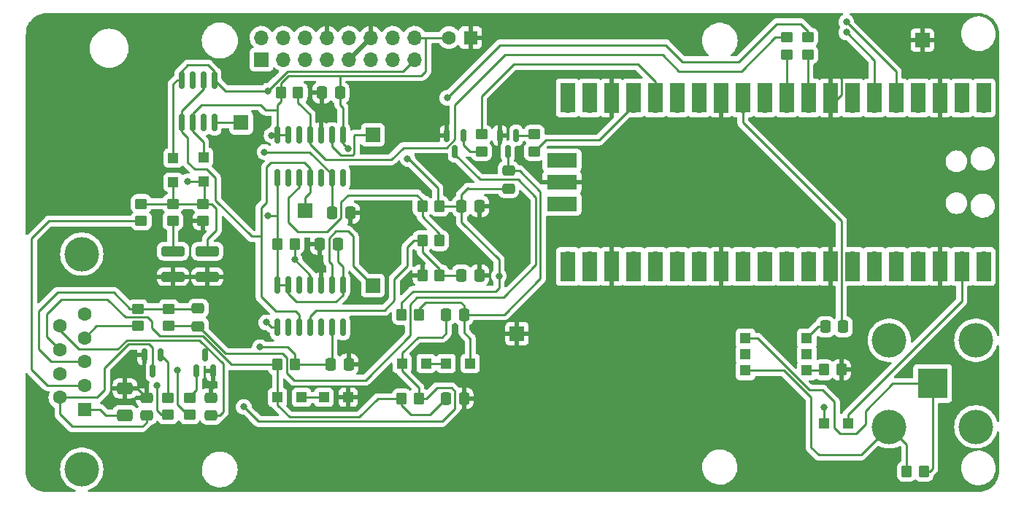
<source format=gbr>
%TF.GenerationSoftware,KiCad,Pcbnew,(6.0.7-1)-1*%
%TF.CreationDate,2022-11-01T15:55:18+01:00*%
%TF.ProjectId,ProbeBoardPublic,50726f62-6542-46f6-9172-645075626c69,Public 1.0*%
%TF.SameCoordinates,Original*%
%TF.FileFunction,Copper,L1,Top*%
%TF.FilePolarity,Positive*%
%FSLAX46Y46*%
G04 Gerber Fmt 4.6, Leading zero omitted, Abs format (unit mm)*
G04 Created by KiCad (PCBNEW (6.0.7-1)-1) date 2022-11-01 15:55:18*
%MOMM*%
%LPD*%
G01*
G04 APERTURE LIST*
G04 Aperture macros list*
%AMRoundRect*
0 Rectangle with rounded corners*
0 $1 Rounding radius*
0 $2 $3 $4 $5 $6 $7 $8 $9 X,Y pos of 4 corners*
0 Add a 4 corners polygon primitive as box body*
4,1,4,$2,$3,$4,$5,$6,$7,$8,$9,$2,$3,0*
0 Add four circle primitives for the rounded corners*
1,1,$1+$1,$2,$3*
1,1,$1+$1,$4,$5*
1,1,$1+$1,$6,$7*
1,1,$1+$1,$8,$9*
0 Add four rect primitives between the rounded corners*
20,1,$1+$1,$2,$3,$4,$5,0*
20,1,$1+$1,$4,$5,$6,$7,0*
20,1,$1+$1,$6,$7,$8,$9,0*
20,1,$1+$1,$8,$9,$2,$3,0*%
G04 Aperture macros list end*
%TA.AperFunction,SMDPad,CuDef*%
%ADD10RoundRect,0.250000X0.337500X0.475000X-0.337500X0.475000X-0.337500X-0.475000X0.337500X-0.475000X0*%
%TD*%
%TA.AperFunction,ComponentPad*%
%ADD11R,1.700000X1.700000*%
%TD*%
%TA.AperFunction,ComponentPad*%
%ADD12O,1.700000X1.700000*%
%TD*%
%TA.AperFunction,SMDPad,CuDef*%
%ADD13RoundRect,0.150000X0.150000X-0.825000X0.150000X0.825000X-0.150000X0.825000X-0.150000X-0.825000X0*%
%TD*%
%TA.AperFunction,SMDPad,CuDef*%
%ADD14RoundRect,0.250000X-0.350000X-0.450000X0.350000X-0.450000X0.350000X0.450000X-0.350000X0.450000X0*%
%TD*%
%TA.AperFunction,SMDPad,CuDef*%
%ADD15RoundRect,0.150000X-0.150000X0.587500X-0.150000X-0.587500X0.150000X-0.587500X0.150000X0.587500X0*%
%TD*%
%TA.AperFunction,SMDPad,CuDef*%
%ADD16R,1.700000X3.500000*%
%TD*%
%TA.AperFunction,SMDPad,CuDef*%
%ADD17R,3.500000X1.700000*%
%TD*%
%TA.AperFunction,SMDPad,CuDef*%
%ADD18RoundRect,0.250000X0.450000X-0.350000X0.450000X0.350000X-0.450000X0.350000X-0.450000X-0.350000X0*%
%TD*%
%TA.AperFunction,SMDPad,CuDef*%
%ADD19RoundRect,0.250000X0.350000X0.450000X-0.350000X0.450000X-0.350000X-0.450000X0.350000X-0.450000X0*%
%TD*%
%TA.AperFunction,SMDPad,CuDef*%
%ADD20RoundRect,0.250000X-0.337500X-0.475000X0.337500X-0.475000X0.337500X0.475000X-0.337500X0.475000X0*%
%TD*%
%TA.AperFunction,SMDPad,CuDef*%
%ADD21RoundRect,0.250000X-0.450000X0.350000X-0.450000X-0.350000X0.450000X-0.350000X0.450000X0.350000X0*%
%TD*%
%TA.AperFunction,SMDPad,CuDef*%
%ADD22RoundRect,0.150000X0.150000X-0.587500X0.150000X0.587500X-0.150000X0.587500X-0.150000X-0.587500X0*%
%TD*%
%TA.AperFunction,SMDPad,CuDef*%
%ADD23R,1.270000X1.270000*%
%TD*%
%TA.AperFunction,SMDPad,CuDef*%
%ADD24RoundRect,0.250000X-0.475000X0.337500X-0.475000X-0.337500X0.475000X-0.337500X0.475000X0.337500X0*%
%TD*%
%TA.AperFunction,SMDPad,CuDef*%
%ADD25R,1.200000X1.200000*%
%TD*%
%TA.AperFunction,SMDPad,CuDef*%
%ADD26RoundRect,0.250000X-1.100000X0.325000X-1.100000X-0.325000X1.100000X-0.325000X1.100000X0.325000X0*%
%TD*%
%TA.AperFunction,SMDPad,CuDef*%
%ADD27RoundRect,0.250000X0.475000X-0.337500X0.475000X0.337500X-0.475000X0.337500X-0.475000X-0.337500X0*%
%TD*%
%TA.AperFunction,ComponentPad*%
%ADD28C,4.000000*%
%TD*%
%TA.AperFunction,ComponentPad*%
%ADD29R,1.600000X1.600000*%
%TD*%
%TA.AperFunction,ComponentPad*%
%ADD30C,1.600000*%
%TD*%
%TA.AperFunction,ComponentPad*%
%ADD31R,3.500000X3.500000*%
%TD*%
%TA.AperFunction,SMDPad,CuDef*%
%ADD32RoundRect,0.250000X0.650000X-0.412500X0.650000X0.412500X-0.650000X0.412500X-0.650000X-0.412500X0*%
%TD*%
%TA.AperFunction,ViaPad*%
%ADD33C,1.000000*%
%TD*%
%TA.AperFunction,ViaPad*%
%ADD34C,0.800000*%
%TD*%
%TA.AperFunction,Conductor*%
%ADD35C,0.250000*%
%TD*%
%TA.AperFunction,Conductor*%
%ADD36C,0.500000*%
%TD*%
G04 APERTURE END LIST*
D10*
%TO.P,C60,1*%
%TO.N,GND*%
X151637500Y-102800000D03*
%TO.P,C60,2*%
%TO.N,0.108V*%
X149562500Y-102800000D03*
%TD*%
D11*
%TO.P,J2,1,Pin_1*%
%TO.N,SPISCK_A*%
X126350000Y-77740000D03*
D12*
%TO.P,J2,2,Pin_2*%
%TO.N,SPICS_A*%
X126350000Y-75200000D03*
%TO.P,J2,3,Pin_3*%
%TO.N,MOSI_A*%
X128890000Y-77740000D03*
%TO.P,J2,4,Pin_4*%
%TO.N,MISO_A*%
X128890000Y-75200000D03*
%TO.P,J2,5,Pin_5*%
%TO.N,GPIO0_A*%
X131430000Y-77740000D03*
%TO.P,J2,6,Pin_6*%
%TO.N,GPIO1_A*%
X131430000Y-75200000D03*
%TO.P,J2,7,Pin_7*%
%TO.N,~{SYNC_A}*%
X133970000Y-77740000D03*
%TO.P,J2,8,Pin_8*%
%TO.N,GND*%
X133970000Y-75200000D03*
%TO.P,J2,9,Pin_9*%
X136510000Y-77740000D03*
%TO.P,J2,10,Pin_10*%
%TO.N,TX_A*%
X136510000Y-75200000D03*
%TO.P,J2,11,Pin_11*%
%TO.N,RX_A*%
X139050000Y-77740000D03*
%TO.P,J2,12,Pin_12*%
%TO.N,GND*%
X139050000Y-75200000D03*
%TO.P,J2,13,Pin_13*%
%TO.N,GPIO0_B*%
X141590000Y-77740000D03*
%TO.P,J2,14,Pin_14*%
%TO.N,GPIO1_B*%
X141590000Y-75200000D03*
%TO.P,J2,15,Pin_15*%
%TO.N,-5V*%
X144130000Y-77740000D03*
%TO.P,J2,16,Pin_16*%
%TO.N,5VProbe*%
X144130000Y-75200000D03*
%TD*%
D11*
%TO.P,TP6,1,1*%
%TO.N,Net-(TP6-Pad1)*%
X139250000Y-104000000D03*
%TD*%
D13*
%TO.P,U2,1,V+*%
%TO.N,5VProbe*%
X128190000Y-91475000D03*
%TO.P,U2,2,NC*%
%TO.N,unconnected-(U2-Pad2)*%
X129460000Y-91475000D03*
%TO.P,U2,3,Input_1*%
%TO.N,0.339V*%
X130730000Y-91475000D03*
%TO.P,U2,4,Input_2*%
%TO.N,Net-(TP1-Pad1)*%
X132000000Y-91475000D03*
%TO.P,U2,5,NC*%
%TO.N,unconnected-(U2-Pad5)*%
X133270000Y-91475000D03*
%TO.P,U2,6,V-*%
%TO.N,-5V*%
X134540000Y-91475000D03*
%TO.P,U2,7,NC*%
%TO.N,unconnected-(U2-Pad7)*%
X135810000Y-91475000D03*
%TO.P,U2,8,Strobe_2*%
%TO.N,5VProbe*%
X135810000Y-86525000D03*
%TO.P,U2,9,Output_2*%
%TO.N,Net-(TP5-Pad1)*%
X134540000Y-86525000D03*
%TO.P,U2,10,GND*%
%TO.N,GND*%
X133270000Y-86525000D03*
%TO.P,U2,11,Output_1*%
%TO.N,~{LOW_A}*%
X132000000Y-86525000D03*
%TO.P,U2,12,NC*%
%TO.N,unconnected-(U2-Pad12)*%
X130730000Y-86525000D03*
%TO.P,U2,13,Strobe_1*%
%TO.N,5VProbe*%
X129460000Y-86525000D03*
%TO.P,U2,14,Vcc*%
X128190000Y-86525000D03*
%TD*%
D14*
%TO.P,R27,1*%
%TO.N,0.339V*%
X145000000Y-94800000D03*
%TO.P,R27,2*%
%TO.N,5VProbe*%
X147000000Y-94800000D03*
%TD*%
D15*
%TO.P,Q1,1,G*%
%TO.N,Net-(Q1-Pad1)*%
X155883332Y-86562500D03*
%TO.P,Q1,2,S*%
%TO.N,GND*%
X153983332Y-86562500D03*
%TO.P,Q1,3,D*%
%TO.N,PULSELO_B*%
X154933332Y-88437500D03*
%TD*%
D10*
%TO.P,C55,1*%
%TO.N,PULSELO_B*%
X149837500Y-107400000D03*
%TO.P,C55,2*%
%TO.N,PULSELO*%
X147762500Y-107400000D03*
%TD*%
D16*
%TO.P,U5,1,GPIO0*%
%TO.N,unconnected-(U5-Pad1)*%
X210130000Y-82210000D03*
D12*
X210130000Y-83110000D03*
D16*
%TO.P,U5,2,GPIO1*%
%TO.N,unconnected-(U5-Pad2)*%
X207590000Y-82210000D03*
D12*
X207590000Y-83110000D03*
D16*
%TO.P,U5,3,GND*%
%TO.N,GND*%
X205050000Y-82210000D03*
D11*
X205050000Y-83110000D03*
D12*
%TO.P,U5,4,GPIO2*%
%TO.N,SPISCK_A*%
X202510000Y-83110000D03*
D16*
X202510000Y-82210000D03*
D12*
%TO.P,U5,5,GPIO3*%
%TO.N,MISO_A*%
X199970000Y-83110000D03*
D16*
X199970000Y-82210000D03*
%TO.P,U5,6,GPIO4*%
%TO.N,MOSI_A*%
X197430000Y-82210000D03*
D12*
X197430000Y-83110000D03*
%TO.P,U5,7,GPIO5*%
%TO.N,SPICS_A*%
X194890000Y-83110000D03*
D16*
X194890000Y-82210000D03*
D11*
%TO.P,U5,8,GND*%
%TO.N,GND*%
X192350000Y-83110000D03*
D16*
X192350000Y-82210000D03*
%TO.P,U5,9,GPIO6*%
%TO.N,Net-(R1-Pad2)*%
X189810000Y-82210000D03*
D12*
X189810000Y-83110000D03*
%TO.P,U5,10,GPIO7*%
%TO.N,Net-(R2-Pad2)*%
X187270000Y-83110000D03*
D16*
X187270000Y-82210000D03*
D12*
%TO.P,U5,11,GPIO8*%
%TO.N,~{SYNC_A}*%
X184730000Y-83110000D03*
D16*
X184730000Y-82210000D03*
%TO.P,U5,12,GPIO9*%
%TO.N,SYNC OUT_A*%
X182190000Y-82210000D03*
D12*
X182190000Y-83110000D03*
D16*
%TO.P,U5,13,GND*%
%TO.N,GND*%
X179650000Y-82210000D03*
D11*
X179650000Y-83110000D03*
D16*
%TO.P,U5,14,GPIO10*%
%TO.N,LEDHI_A*%
X177110000Y-82210000D03*
D12*
X177110000Y-83110000D03*
D16*
%TO.P,U5,15,GPIO11*%
%TO.N,LEDLO_A*%
X174570000Y-82210000D03*
D12*
X174570000Y-83110000D03*
D16*
%TO.P,U5,16,GPIO12*%
%TO.N,PULSEHI_A*%
X172030000Y-82210000D03*
D12*
X172030000Y-83110000D03*
%TO.P,U5,17,GPIO13*%
%TO.N,~{PULSELO_A}*%
X169490000Y-83110000D03*
D16*
X169490000Y-82210000D03*
%TO.P,U5,18,GND*%
%TO.N,GND*%
X166950000Y-82210000D03*
D11*
X166950000Y-83110000D03*
D16*
%TO.P,U5,19,GPIO14*%
%TO.N,DA7*%
X164410000Y-82210000D03*
D12*
X164410000Y-83110000D03*
D16*
%TO.P,U5,20,GPIO15*%
%TO.N,DA6*%
X161870000Y-82210000D03*
D12*
X161870000Y-83110000D03*
D16*
%TO.P,U5,21,GPIO16*%
%TO.N,DA5*%
X161870000Y-101790000D03*
D12*
X161870000Y-100890000D03*
%TO.P,U5,22,GPIO17*%
%TO.N,DA4*%
X164410000Y-100890000D03*
D16*
X164410000Y-101790000D03*
D11*
%TO.P,U5,23,GND*%
%TO.N,GND*%
X166950000Y-100890000D03*
D16*
X166950000Y-101790000D03*
D12*
%TO.P,U5,24,GPIO18*%
%TO.N,DA3*%
X169490000Y-100890000D03*
D16*
X169490000Y-101790000D03*
D12*
%TO.P,U5,25,GPIO19*%
%TO.N,DA2*%
X172030000Y-100890000D03*
D16*
X172030000Y-101790000D03*
D12*
%TO.P,U5,26,GPIO20*%
%TO.N,DA1*%
X174570000Y-100890000D03*
D16*
X174570000Y-101790000D03*
%TO.P,U5,27,GPIO21*%
%TO.N,DA0*%
X177110000Y-101790000D03*
D12*
X177110000Y-100890000D03*
D16*
%TO.P,U5,28,GND*%
%TO.N,GND*%
X179650000Y-101790000D03*
D11*
X179650000Y-100890000D03*
D16*
%TO.P,U5,29,GPIO22*%
%TO.N,PWRFAIL_A*%
X182190000Y-101790000D03*
D12*
X182190000Y-100890000D03*
D16*
%TO.P,U5,30,RUN*%
%TO.N,unconnected-(U5-Pad30)*%
X184730000Y-101790000D03*
D12*
X184730000Y-100890000D03*
%TO.P,U5,31,GPIO26_ADC0*%
%TO.N,~{PODSTAT_A}*%
X187270000Y-100890000D03*
D16*
X187270000Y-101790000D03*
D12*
%TO.P,U5,32,GPIO27_ADC1*%
%TO.N,~{MAINSTAT_A}*%
X189810000Y-100890000D03*
D16*
X189810000Y-101790000D03*
D11*
%TO.P,U5,33,AGND*%
%TO.N,GND*%
X192350000Y-100890000D03*
D16*
X192350000Y-101790000D03*
D12*
%TO.P,U5,34,GPIO28_ADC2*%
%TO.N,~{RESET_A}*%
X194890000Y-100890000D03*
D16*
X194890000Y-101790000D03*
%TO.P,U5,35,ADC_VREF*%
%TO.N,unconnected-(U5-Pad35)*%
X197430000Y-101790000D03*
D12*
X197430000Y-100890000D03*
%TO.P,U5,36,3V3*%
%TO.N,+3V3*%
X199970000Y-100890000D03*
D16*
X199970000Y-101790000D03*
D12*
%TO.P,U5,37,3V3_EN*%
%TO.N,unconnected-(U5-Pad37)*%
X202510000Y-100890000D03*
D16*
X202510000Y-101790000D03*
D11*
%TO.P,U5,38,GND*%
%TO.N,GND*%
X205050000Y-100890000D03*
D16*
X205050000Y-101790000D03*
%TO.P,U5,39,VSYS*%
%TO.N,Net-(D1-Pad1)*%
X207590000Y-101790000D03*
D12*
X207590000Y-100890000D03*
%TO.P,U5,40,VBUS*%
%TO.N,unconnected-(U5-Pad40)*%
X210130000Y-100890000D03*
D16*
X210130000Y-101790000D03*
D17*
%TO.P,U5,41,SWCLK*%
%TO.N,unconnected-(U5-Pad41)*%
X161200000Y-89460000D03*
D12*
X162100000Y-89460000D03*
D17*
%TO.P,U5,42,GND*%
%TO.N,GND*%
X161200000Y-92000000D03*
D11*
X162100000Y-92000000D03*
D17*
%TO.P,U5,43,SWDIO*%
%TO.N,unconnected-(U5-Pad43)*%
X161200000Y-94540000D03*
D12*
X162100000Y-94540000D03*
%TD*%
D18*
%TO.P,R22,1*%
%TO.N,PROBE_TIP*%
X112400000Y-96500000D03*
%TO.P,R22,2*%
%TO.N,Net-(C52-Pad1)*%
X112400000Y-94500000D03*
%TD*%
D19*
%TO.P,R38,1*%
%TO.N,PULSELO_B*%
X144600000Y-107400000D03*
%TO.P,R38,2*%
%TO.N,5VProbe*%
X142600000Y-107400000D03*
%TD*%
D20*
%TO.P,C71,1*%
%TO.N,Net-(C71-Pad1)*%
X191762500Y-108800000D03*
%TO.P,C71,2*%
%TO.N,SYNC OUT_A*%
X193837500Y-108800000D03*
%TD*%
%TO.P,C58,1*%
%TO.N,GND*%
X133362500Y-81600000D03*
%TO.P,C58,2*%
%TO.N,5VProbe*%
X135437500Y-81600000D03*
%TD*%
D15*
%TO.P,Q2,1,G*%
%TO.N,Net-(Q2-Pad1)*%
X149750000Y-86562500D03*
%TO.P,Q2,2,S*%
%TO.N,GND*%
X147850000Y-86562500D03*
%TO.P,Q2,3,D*%
%TO.N,~{PULSEHI_B}*%
X148800000Y-88437500D03*
%TD*%
D21*
%TO.P,R5,1*%
%TO.N,Net-(Q4-Pad1)*%
X118000000Y-117032500D03*
%TO.P,R5,2*%
%TO.N,LEDHI_A*%
X118000000Y-119032500D03*
%TD*%
D19*
%TO.P,R39,1*%
%TO.N,-5V*%
X130200000Y-113200000D03*
%TO.P,R39,2*%
%TO.N,-.7V*%
X128200000Y-113200000D03*
%TD*%
D22*
%TO.P,Q4,1,G*%
%TO.N,Net-(Q4-Pad1)*%
X118830000Y-113937500D03*
%TO.P,Q4,2,S*%
%TO.N,GND*%
X120730000Y-113937500D03*
%TO.P,Q4,3,D*%
%TO.N,~{RED}*%
X119780000Y-112062500D03*
%TD*%
D23*
%TO.P,TR2,1*%
%TO.N,Net-(J10-Pad1)*%
X182505000Y-110145000D03*
%TO.P,TR2,2*%
%TO.N,unconnected-(TR2-Pad2)*%
X182505000Y-112000000D03*
%TO.P,TR2,3*%
%TO.N,Net-(J10-Pad2)*%
X182505000Y-113855000D03*
%TO.P,TR2,4*%
%TO.N,Net-(R56-Pad2)*%
X189615000Y-113855000D03*
%TO.P,TR2,5*%
%TO.N,unconnected-(TR2-Pad5)*%
X189615000Y-112000000D03*
%TO.P,TR2,6*%
%TO.N,Net-(C71-Pad1)*%
X189615000Y-110145000D03*
%TD*%
D24*
%TO.P,C1,1*%
%TO.N,GND*%
X120500000Y-117025000D03*
%TO.P,C1,2*%
%TO.N,~{RED}*%
X120500000Y-119100000D03*
%TD*%
D20*
%TO.P,C59,1*%
%TO.N,GND*%
X133125000Y-99200000D03*
%TO.P,C59,2*%
%TO.N,5VProbe*%
X135200000Y-99200000D03*
%TD*%
D21*
%TO.P,R10,1*%
%TO.N,PULSEHI_A*%
X151866666Y-86430000D03*
%TO.P,R10,2*%
%TO.N,Net-(Q2-Pad1)*%
X151866666Y-88430000D03*
%TD*%
D25*
%TO.P,CR3,1,K*%
%TO.N,Net-(C52-Pad1)*%
X116100000Y-92000000D03*
%TO.P,CR3,2,A*%
%TO.N,-5V*%
X116100000Y-89200000D03*
%TD*%
%TO.P,CR5,1,K*%
%TO.N,PULSELO*%
X142645000Y-113050000D03*
%TO.P,CR5,2,A*%
%TO.N,Net-(CR5-Pad2)*%
X145445000Y-113050000D03*
%TD*%
D10*
%TO.P,C61,1*%
%TO.N,GND*%
X136637500Y-95600000D03*
%TO.P,C61,2*%
%TO.N,-5V*%
X134562500Y-95600000D03*
%TD*%
D19*
%TO.P,R56,1*%
%TO.N,GND*%
X193600000Y-113800000D03*
%TO.P,R56,2*%
%TO.N,Net-(R56-Pad2)*%
X191600000Y-113800000D03*
%TD*%
D15*
%TO.P,Q5,1,G*%
%TO.N,Net-(Q5-Pad1)*%
X114670000Y-112062500D03*
%TO.P,Q5,2,S*%
%TO.N,GND*%
X112770000Y-112062500D03*
%TO.P,Q5,3,D*%
%TO.N,~{GRN}*%
X113720000Y-113937500D03*
%TD*%
D14*
%TO.P,R28,1*%
%TO.N,0.108V*%
X145000000Y-98800000D03*
%TO.P,R28,2*%
%TO.N,0.339V*%
X147000000Y-98800000D03*
%TD*%
D24*
%TO.P,C2,1*%
%TO.N,GND*%
X113000000Y-117025000D03*
%TO.P,C2,2*%
%TO.N,~{GRN}*%
X113000000Y-119100000D03*
%TD*%
D19*
%TO.P,R30,1*%
%TO.N,~{LOW_A}*%
X130600000Y-81600000D03*
%TO.P,R30,2*%
%TO.N,5VProbe*%
X128600000Y-81600000D03*
%TD*%
D11*
%TO.P,TP2,1,1*%
%TO.N,GND*%
X203000000Y-75500000D03*
%TD*%
D21*
%TO.P,R1,1*%
%TO.N,~{HIGH_A}*%
X189735832Y-75170000D03*
%TO.P,R1,2*%
%TO.N,Net-(R1-Pad2)*%
X189735832Y-77170000D03*
%TD*%
D26*
%TO.P,C52,1*%
%TO.N,Net-(C52-Pad1)*%
X120070000Y-100025000D03*
%TO.P,C52,2*%
%TO.N,GND*%
X120070000Y-102975000D03*
%TD*%
D21*
%TO.P,R24,1*%
%TO.N,~{PULSEHI}*%
X115600000Y-106700000D03*
%TO.P,R24,2*%
%TO.N,~{PULSEHI_B}*%
X115600000Y-108700000D03*
%TD*%
D18*
%TO.P,R25,1*%
%TO.N,Net-(C51-Pad1)*%
X116070000Y-96500000D03*
%TO.P,R25,2*%
%TO.N,Net-(C52-Pad1)*%
X116070000Y-94500000D03*
%TD*%
D21*
%TO.P,R2,1*%
%TO.N,~{LOW_A}*%
X187301666Y-75170000D03*
%TO.P,R2,2*%
%TO.N,Net-(R2-Pad2)*%
X187301666Y-77170000D03*
%TD*%
D10*
%TO.P,C62,1*%
%TO.N,GND*%
X136475000Y-113170000D03*
%TO.P,C62,2*%
%TO.N,-5V*%
X134400000Y-113170000D03*
%TD*%
D25*
%TO.P,CR7,1,K*%
%TO.N,-.7V*%
X128200000Y-117000000D03*
%TO.P,CR7,2,A*%
%TO.N,Net-(CR13-Pad1)*%
X131000000Y-117000000D03*
%TD*%
D13*
%TO.P,U3,1,V+*%
%TO.N,5VProbe*%
X128190000Y-108875000D03*
%TO.P,U3,2,NC*%
%TO.N,unconnected-(U3-Pad2)*%
X129460000Y-108875000D03*
%TO.P,U3,3,Input_1*%
%TO.N,Net-(TP1-Pad1)*%
X130730000Y-108875000D03*
%TO.P,U3,4,Input_2*%
%TO.N,0.108V*%
X132000000Y-108875000D03*
%TO.P,U3,5,NC*%
%TO.N,unconnected-(U3-Pad5)*%
X133270000Y-108875000D03*
%TO.P,U3,6,V-*%
%TO.N,-5V*%
X134540000Y-108875000D03*
%TO.P,U3,7,NC*%
%TO.N,unconnected-(U3-Pad7)*%
X135810000Y-108875000D03*
%TO.P,U3,8,Strobe_2*%
%TO.N,5VProbe*%
X135810000Y-103925000D03*
%TO.P,U3,9,Output_2*%
%TO.N,Net-(TP6-Pad1)*%
X134540000Y-103925000D03*
%TO.P,U3,10,GND*%
%TO.N,GND*%
X133270000Y-103925000D03*
%TO.P,U3,11,Output_1*%
%TO.N,~{HIGH_A}*%
X132000000Y-103925000D03*
%TO.P,U3,12,NC*%
%TO.N,unconnected-(U3-Pad12)*%
X130730000Y-103925000D03*
%TO.P,U3,13,Strobe_1*%
%TO.N,5VProbe*%
X129460000Y-103925000D03*
%TO.P,U3,14,Vcc*%
X128190000Y-103925000D03*
%TD*%
D25*
%TO.P,D1,1,K*%
%TO.N,Net-(D1-Pad1)*%
X194400000Y-120000000D03*
%TO.P,D1,2,A*%
%TO.N,5VProbe*%
X191600000Y-120000000D03*
%TD*%
D27*
%TO.P,C7,1*%
%TO.N,5VProbe*%
X155000000Y-92737500D03*
%TO.P,C7,2*%
%TO.N,PULSELO_B*%
X155000000Y-90662500D03*
%TD*%
D14*
%TO.P,R52,1*%
%TO.N,Net-(J10-Pad2)*%
X201200000Y-125600000D03*
%TO.P,R52,2*%
%TO.N,Net-(J10-Pad1)*%
X203200000Y-125600000D03*
%TD*%
D11*
%TO.P,TP8,1,1*%
%TO.N,GND*%
X156000000Y-109600000D03*
%TD*%
D10*
%TO.P,C53,1*%
%TO.N,GND*%
X151637500Y-94800000D03*
%TO.P,C53,2*%
%TO.N,5VProbe*%
X149562500Y-94800000D03*
%TD*%
D25*
%TO.P,CR13,1,K*%
%TO.N,Net-(CR13-Pad1)*%
X133600000Y-117000000D03*
%TO.P,CR13,2,A*%
%TO.N,GND*%
X136400000Y-117000000D03*
%TD*%
%TO.P,CR4,1,K*%
%TO.N,5VProbe*%
X119600000Y-89100000D03*
%TO.P,CR4,2,A*%
%TO.N,Net-(C52-Pad1)*%
X119600000Y-91900000D03*
%TD*%
D28*
%TO.P,J1,0,PAD*%
%TO.N,unconnected-(J1-Pad0)*%
X105500000Y-100360000D03*
X105500000Y-125360000D03*
D29*
%TO.P,J1,1,1*%
%TO.N,FUSE_GND*%
X105800000Y-118400000D03*
D30*
%TO.P,J1,2,2*%
%TO.N,PROBE_TIP*%
X105800000Y-115630000D03*
%TO.P,J1,3,3*%
%TO.N,~{PULSEHI}*%
X105800000Y-112860000D03*
%TO.P,J1,4,4*%
%TO.N,5VProbe*%
X105800000Y-110090000D03*
%TO.P,J1,5,5*%
%TO.N,SHIELD*%
X105800000Y-107320000D03*
%TO.P,J1,6,6*%
%TO.N,~{GRN}*%
X102960000Y-117015000D03*
%TO.P,J1,7,7*%
%TO.N,PULSELO*%
X102960000Y-114245000D03*
%TO.P,J1,8,8*%
%TO.N,-.7V*%
X102960000Y-111475000D03*
%TO.P,J1,9,9*%
%TO.N,~{RED}*%
X102960000Y-108705000D03*
%TD*%
D11*
%TO.P,TP1,1,1*%
%TO.N,Net-(TP1-Pad1)*%
X131400000Y-95300000D03*
%TD*%
D25*
%TO.P,CR6,1,K*%
%TO.N,Net-(CR5-Pad2)*%
X147770000Y-113050000D03*
%TO.P,CR6,2,A*%
%TO.N,PULSELO_B*%
X150570000Y-113050000D03*
%TD*%
D14*
%TO.P,R29,1*%
%TO.N,GND*%
X145000000Y-102800000D03*
%TO.P,R29,2*%
%TO.N,0.108V*%
X147000000Y-102800000D03*
%TD*%
D13*
%TO.P,U1,1,S1*%
%TO.N,Net-(TP1-Pad1)*%
X117095000Y-85075000D03*
%TO.P,U1,2,D1*%
%TO.N,5VProbe*%
X118365000Y-85075000D03*
%TO.P,U1,3,VCH*%
%TO.N,unconnected-(U1-Pad3)*%
X119635000Y-85075000D03*
%TO.P,U1,4,G1*%
%TO.N,Net-(C52-Pad1)*%
X120905000Y-85075000D03*
%TO.P,U1,5,S2*%
%TO.N,-5V*%
X120905000Y-80125000D03*
%TO.P,U1,6,D2*%
%TO.N,Net-(TP1-Pad1)*%
X119635000Y-80125000D03*
%TO.P,U1,7,VCL*%
%TO.N,unconnected-(U1-Pad7)*%
X118365000Y-80125000D03*
%TO.P,U1,8,G2*%
%TO.N,-5V*%
X117095000Y-80125000D03*
%TD*%
D10*
%TO.P,C56,1*%
%TO.N,GND*%
X149837500Y-117120000D03*
%TO.P,C56,2*%
%TO.N,-.7V*%
X147762500Y-117120000D03*
%TD*%
D27*
%TO.P,C54,1*%
%TO.N,~{PULSEHI_B}*%
X119000000Y-108737500D03*
%TO.P,C54,2*%
%TO.N,~{PULSEHI}*%
X119000000Y-106662500D03*
%TD*%
D18*
%TO.P,R23,1*%
%TO.N,5VProbe*%
X112000000Y-108700000D03*
%TO.P,R23,2*%
%TO.N,~{PULSEHI}*%
X112000000Y-106700000D03*
%TD*%
D26*
%TO.P,C51,1*%
%TO.N,Net-(C51-Pad1)*%
X116070000Y-100025000D03*
%TO.P,C51,2*%
%TO.N,GND*%
X116070000Y-102975000D03*
%TD*%
D18*
%TO.P,R11,1*%
%TO.N,~{PULSELO_A}*%
X158000000Y-88430000D03*
%TO.P,R11,2*%
%TO.N,Net-(Q1-Pad1)*%
X158000000Y-86430000D03*
%TD*%
D31*
%TO.P,J10,1,In*%
%TO.N,Net-(J10-Pad1)*%
X204200000Y-115400000D03*
D28*
%TO.P,J10,2,Ext*%
%TO.N,Net-(J10-Pad2)*%
X209225000Y-120425000D03*
X199175000Y-110375000D03*
X199175000Y-120425000D03*
X209225000Y-110375000D03*
%TD*%
D19*
%TO.P,R41,1*%
%TO.N,PULSELO*%
X144600000Y-117150000D03*
%TO.P,R41,2*%
%TO.N,-.7V*%
X142600000Y-117150000D03*
%TD*%
D32*
%TO.P,F1,1*%
%TO.N,FUSE_GND*%
X110500000Y-119062500D03*
%TO.P,F1,2*%
%TO.N,GND*%
X110500000Y-115937500D03*
%TD*%
D21*
%TO.P,R6,1*%
%TO.N,Net-(Q5-Pad1)*%
X115500000Y-117032500D03*
%TO.P,R6,2*%
%TO.N,LEDLO_A*%
X115500000Y-119032500D03*
%TD*%
D11*
%TO.P,TP5,1,1*%
%TO.N,Net-(TP5-Pad1)*%
X139250000Y-86500000D03*
%TD*%
%TO.P,TP4,1,1*%
%TO.N,Net-(C52-Pad1)*%
X124000000Y-85100000D03*
%TD*%
D29*
%TO.P,C3,1*%
%TO.N,GND*%
X150605112Y-75200000D03*
D30*
%TO.P,C3,2*%
%TO.N,5VProbe*%
X148105112Y-75200000D03*
%TD*%
D18*
%TO.P,R26,1*%
%TO.N,GND*%
X119570000Y-96500000D03*
%TO.P,R26,2*%
%TO.N,Net-(C52-Pad1)*%
X119570000Y-94500000D03*
%TD*%
D19*
%TO.P,R31,1*%
%TO.N,~{HIGH_A}*%
X130200000Y-99200000D03*
%TO.P,R31,2*%
%TO.N,5VProbe*%
X128200000Y-99200000D03*
%TD*%
D33*
%TO.N,GND*%
X147900000Y-91500000D03*
X195300000Y-111900000D03*
X110500000Y-113200000D03*
X140100000Y-110000000D03*
X138900000Y-91400000D03*
X124200000Y-115600000D03*
X120600000Y-115600000D03*
X149100000Y-99424500D03*
X123100000Y-106400000D03*
X159700000Y-117100000D03*
X169780205Y-74713377D03*
X131800000Y-100700000D03*
X140500000Y-115200000D03*
X195700000Y-105900000D03*
X207500000Y-115700000D03*
X123000000Y-91200000D03*
X134400000Y-84200000D03*
X153300000Y-95300000D03*
X143100000Y-103800000D03*
X142400000Y-96600000D03*
X175300000Y-117200000D03*
X117900000Y-98300000D03*
X194900000Y-125500000D03*
X101200000Y-74800000D03*
X172100000Y-90300000D03*
D34*
%TO.N,5VProbe*%
X126900000Y-108300000D03*
X143300000Y-89300000D03*
X127100000Y-95900000D03*
X136375500Y-88100000D03*
X127523502Y-86564217D03*
X191600000Y-118200000D03*
X153894888Y-102905112D03*
%TO.N,Net-(C52-Pad1)*%
X117800000Y-91900000D03*
%TO.N,PULSELO*%
X124300000Y-118100000D03*
%TO.N,-5V*%
X126175500Y-111175500D03*
X127074502Y-81385786D03*
X126700000Y-88500000D03*
%TO.N,MOSI_A*%
X194200000Y-74600000D03*
%TO.N,MISO_A*%
X194200000Y-73400000D03*
%TO.N,LEDHI_A*%
X116600000Y-113862500D03*
%TO.N,LEDLO_A*%
X114200000Y-115600000D03*
%TO.N,~{HIGH_A}*%
X130200000Y-101000000D03*
X147900000Y-82200000D03*
%TD*%
D35*
%TO.N,GND*%
X110500000Y-115937500D02*
X111912500Y-115937500D01*
X193600000Y-76100000D02*
X193600000Y-81860000D01*
X111912500Y-115937500D02*
X113000000Y-117025000D01*
X193600000Y-81860000D02*
X192350000Y-83110000D01*
D36*
X136510000Y-77740000D02*
X139050000Y-75200000D01*
D35*
%TO.N,~{RED}*%
X102960000Y-109160000D02*
X105200000Y-111400000D01*
X121900000Y-118700000D02*
X121500000Y-119100000D01*
X110713811Y-110350499D02*
X119150499Y-110350499D01*
X105200000Y-111400000D02*
X109664310Y-111400000D01*
X121500000Y-119100000D02*
X120500000Y-119100000D01*
X109664310Y-111400000D02*
X110713811Y-110350499D01*
X121900000Y-113100000D02*
X121900000Y-118700000D01*
X119150499Y-110350499D02*
X121900000Y-113100000D01*
%TO.N,~{GRN}*%
X113300000Y-110800000D02*
X113720000Y-111220000D01*
X108150000Y-116150000D02*
X108150000Y-113550000D01*
X112500000Y-120400000D02*
X113000000Y-119900000D01*
X113000000Y-119900000D02*
X113000000Y-119100000D01*
X102960000Y-117015000D02*
X102960000Y-118960000D01*
X110900000Y-110800000D02*
X113300000Y-110800000D01*
X102960000Y-117015000D02*
X107285000Y-117015000D01*
X104400000Y-120400000D02*
X112500000Y-120400000D01*
X102960000Y-118960000D02*
X104400000Y-120400000D01*
X113720000Y-111220000D02*
X113720000Y-113937500D01*
X108150000Y-113550000D02*
X110900000Y-110800000D01*
X107285000Y-117015000D02*
X108150000Y-116150000D01*
%TO.N,5VProbe*%
X135000000Y-105900000D02*
X135810000Y-105090000D01*
X149562500Y-94800000D02*
X149562500Y-96662500D01*
X128190000Y-83010000D02*
X128600000Y-82600000D01*
X153894888Y-100994888D02*
X153894888Y-102905112D01*
X135200000Y-101200000D02*
X135200000Y-99200000D01*
X128190000Y-103925000D02*
X129460000Y-103925000D01*
X135810000Y-86525000D02*
X135810000Y-87534500D01*
X135810000Y-87534500D02*
X136375500Y-88100000D01*
X144130000Y-75200000D02*
X147805112Y-75200000D01*
X127475000Y-108875000D02*
X126900000Y-108300000D01*
X153900000Y-104300000D02*
X153500000Y-104700000D01*
X119600000Y-87310000D02*
X119600000Y-89100000D01*
X153894888Y-104294888D02*
X153900000Y-104300000D01*
X150300000Y-92700000D02*
X149562500Y-93437500D01*
X136200000Y-79600000D02*
X135437500Y-79600000D01*
X130400000Y-105900000D02*
X135000000Y-105900000D01*
X129460000Y-103925000D02*
X129460000Y-104960000D01*
X129500000Y-79600000D02*
X136200000Y-79600000D01*
X118365000Y-85075000D02*
X118365000Y-86075000D01*
X128190000Y-103925000D02*
X128190000Y-99210000D01*
X153894888Y-102905112D02*
X153894888Y-104294888D01*
X149562500Y-93437500D02*
X149562500Y-94800000D01*
X135810000Y-101810000D02*
X135200000Y-101200000D01*
X145400000Y-79100000D02*
X145400000Y-75200000D01*
X128115000Y-86600000D02*
X127559285Y-86600000D01*
X150337500Y-92737500D02*
X150300000Y-92700000D01*
X126215000Y-83000000D02*
X126850000Y-83635000D01*
X129460000Y-104960000D02*
X130400000Y-105900000D01*
X105800000Y-110090000D02*
X107190000Y-108700000D01*
X135437500Y-79600000D02*
X135437500Y-81600000D01*
X144900000Y-79600000D02*
X145400000Y-79100000D01*
X146800000Y-92700000D02*
X143400000Y-89300000D01*
X135810000Y-103925000D02*
X135810000Y-101810000D01*
X135800000Y-83350000D02*
X135800000Y-86515000D01*
X146800000Y-94800000D02*
X146800000Y-92700000D01*
X128190000Y-83010000D02*
X128190000Y-86525000D01*
X127559285Y-86600000D02*
X127523502Y-86564217D01*
X191600000Y-118200000D02*
X191600000Y-120000000D01*
X118365000Y-85075000D02*
X118365000Y-84035000D01*
X128200000Y-96000000D02*
X128100000Y-95900000D01*
X128600000Y-80500000D02*
X129500000Y-79600000D01*
X127100000Y-95900000D02*
X128100000Y-95900000D01*
X118365000Y-86075000D02*
X119600000Y-87310000D01*
X128190000Y-86525000D02*
X129460000Y-86525000D01*
X149562500Y-96662500D02*
X153894888Y-100994888D01*
X118365000Y-84035000D02*
X119400000Y-83000000D01*
X128190000Y-95890000D02*
X128200000Y-95900000D01*
X155000000Y-92737500D02*
X150337500Y-92737500D01*
X126850000Y-83635000D02*
X128165000Y-83635000D01*
X128190000Y-91475000D02*
X128190000Y-95890000D01*
X142600000Y-106000000D02*
X142600000Y-107400000D01*
X136200000Y-79600000D02*
X144900000Y-79600000D01*
X128600000Y-82600000D02*
X128600000Y-81600000D01*
X128200000Y-99200000D02*
X128200000Y-96000000D01*
X143400000Y-89300000D02*
X143300000Y-89300000D01*
X128600000Y-81600000D02*
X128600000Y-80500000D01*
X147000000Y-94800000D02*
X149562500Y-94800000D01*
X135810000Y-105090000D02*
X135810000Y-103925000D01*
X135437500Y-82987500D02*
X135800000Y-83350000D01*
X153500000Y-104700000D02*
X143900000Y-104700000D01*
X145400000Y-75200000D02*
X144130000Y-75200000D01*
X119400000Y-83000000D02*
X126215000Y-83000000D01*
X128190000Y-108875000D02*
X127475000Y-108875000D01*
X143900000Y-104700000D02*
X142600000Y-106000000D01*
X107190000Y-108700000D02*
X112000000Y-108700000D01*
X135437500Y-81600000D02*
X135437500Y-82987500D01*
%TO.N,Net-(C51-Pad1)*%
X116070000Y-96500000D02*
X116070000Y-100025000D01*
%TO.N,Net-(C52-Pad1)*%
X119570000Y-94500000D02*
X120570000Y-94500000D01*
X121100000Y-95030000D02*
X121100000Y-97600000D01*
X116070000Y-94500000D02*
X112500000Y-94500000D01*
X120070000Y-98630000D02*
X120070000Y-100025000D01*
X121100000Y-97600000D02*
X120070000Y-98630000D01*
X120000000Y-91900000D02*
X117800000Y-91900000D01*
X119700000Y-94370000D02*
X119700000Y-92200000D01*
X120905000Y-85075000D02*
X123875000Y-85075000D01*
X116100000Y-94470000D02*
X116100000Y-92400000D01*
X120570000Y-94500000D02*
X121100000Y-95030000D01*
X116070000Y-94500000D02*
X119570000Y-94500000D01*
%TO.N,~{PULSEHI_B}*%
X115600000Y-108700000D02*
X118962500Y-108700000D01*
X129275000Y-114175000D02*
X130100000Y-115000000D01*
X143600000Y-109800000D02*
X143600000Y-106200000D01*
X158200000Y-93800000D02*
X156100000Y-91700000D01*
X128800000Y-111900000D02*
X129275000Y-112375000D01*
X138400000Y-115000000D02*
X143600000Y-109800000D01*
X154400000Y-105400000D02*
X158200000Y-101600000D01*
X129275000Y-112375000D02*
X129275000Y-114175000D01*
X151700000Y-91700000D02*
X148800000Y-88800000D01*
X122200000Y-111900000D02*
X128800000Y-111900000D01*
X143600000Y-106200000D02*
X144400000Y-105400000D01*
X156100000Y-91700000D02*
X151700000Y-91700000D01*
X119037500Y-108737500D02*
X122200000Y-111900000D01*
X158200000Y-101600000D02*
X158200000Y-93800000D01*
X130100000Y-115000000D02*
X138400000Y-115000000D01*
X144400000Y-105400000D02*
X154400000Y-105400000D01*
%TO.N,~{PULSEHI}*%
X115600000Y-106700000D02*
X118962500Y-106700000D01*
X112000000Y-106700000D02*
X111100000Y-106700000D01*
X100500000Y-107000000D02*
X100500000Y-111400000D01*
X109200000Y-104800000D02*
X102700000Y-104800000D01*
X102700000Y-104800000D02*
X100500000Y-107000000D01*
X115600000Y-106700000D02*
X112000000Y-106700000D01*
X101960000Y-112860000D02*
X105800000Y-112860000D01*
X100500000Y-111400000D02*
X101960000Y-112860000D01*
X111100000Y-106700000D02*
X109200000Y-104800000D01*
%TO.N,PULSELO*%
X148400000Y-115900000D02*
X148800000Y-116300000D01*
X145450000Y-117150000D02*
X146700000Y-115900000D01*
X126000000Y-119800000D02*
X124300000Y-118100000D01*
X147300000Y-110000000D02*
X144500000Y-110000000D01*
X148800000Y-116300000D02*
X148800000Y-118300000D01*
X147762500Y-109537500D02*
X147300000Y-110000000D01*
X144600000Y-117150000D02*
X145450000Y-117150000D01*
X142645000Y-113050000D02*
X142645000Y-113945000D01*
X147300000Y-119800000D02*
X126000000Y-119800000D01*
X144500000Y-110000000D02*
X142645000Y-111855000D01*
X144600000Y-115900000D02*
X144600000Y-117150000D01*
X142645000Y-111855000D02*
X142645000Y-113050000D01*
X146700000Y-115900000D02*
X148400000Y-115900000D01*
X147762500Y-107400000D02*
X147762500Y-109537500D01*
X148800000Y-118300000D02*
X147300000Y-119800000D01*
X142645000Y-113945000D02*
X144600000Y-115900000D01*
%TO.N,-.7V*%
X128200000Y-117000000D02*
X128200000Y-117900000D01*
X137700000Y-119300000D02*
X139850000Y-117150000D01*
X142600000Y-117900000D02*
X143700000Y-119000000D01*
X114600000Y-109900000D02*
X119564310Y-109900000D01*
X108500000Y-105600000D02*
X110600000Y-107700000D01*
X128200000Y-117900000D02*
X129600000Y-119300000D01*
X110600000Y-107700000D02*
X113100000Y-107700000D01*
X128200000Y-117000000D02*
X128200000Y-113200000D01*
X145882500Y-119000000D02*
X147762500Y-117120000D01*
X119564310Y-109900000D02*
X122864310Y-113200000D01*
X122864310Y-113200000D02*
X128200000Y-113200000D01*
X103100000Y-105600000D02*
X108500000Y-105600000D01*
X102960000Y-111475000D02*
X101400000Y-109915000D01*
X139850000Y-117150000D02*
X142600000Y-117150000D01*
X101400000Y-107300000D02*
X103100000Y-105600000D01*
X129600000Y-119300000D02*
X137700000Y-119300000D01*
X113600000Y-108900000D02*
X114600000Y-109900000D01*
X101400000Y-109915000D02*
X101400000Y-107300000D01*
X143700000Y-119000000D02*
X145882500Y-119000000D01*
X142600000Y-117150000D02*
X142600000Y-117900000D01*
X113600000Y-108200000D02*
X113600000Y-108900000D01*
X113100000Y-107700000D02*
X113600000Y-108200000D01*
%TO.N,0.108V*%
X141750000Y-105750000D02*
X141750000Y-103250000D01*
X145000000Y-100100000D02*
X147000000Y-102100000D01*
X143250000Y-99550000D02*
X144000000Y-98800000D01*
X147000000Y-102100000D02*
X147000000Y-102800000D01*
X145000000Y-98800000D02*
X145000000Y-100100000D01*
X132000000Y-107600000D02*
X132700000Y-106900000D01*
X132700000Y-106900000D02*
X140600000Y-106900000D01*
X144000000Y-98800000D02*
X145000000Y-98800000D01*
X140600000Y-106900000D02*
X141750000Y-105750000D01*
X132000000Y-108498928D02*
X132000000Y-107600000D01*
X143250000Y-101750000D02*
X143250000Y-99550000D01*
X147000000Y-102800000D02*
X149562500Y-102800000D01*
X141750000Y-103250000D02*
X143250000Y-101750000D01*
%TO.N,-5V*%
X134540000Y-91098928D02*
X131941072Y-88500000D01*
X120905000Y-80125000D02*
X122180000Y-81400000D01*
X134562500Y-95600000D02*
X134562500Y-91497500D01*
X142770000Y-79100000D02*
X129360288Y-79100000D01*
X134370000Y-113200000D02*
X130200000Y-113200000D01*
X117095000Y-79095000D02*
X117095000Y-80125000D01*
X116120000Y-88820000D02*
X116120000Y-80590000D01*
X120905000Y-80125000D02*
X120905000Y-79165000D01*
X131941072Y-88500000D02*
X126700000Y-88500000D01*
X120140000Y-78400000D02*
X117790000Y-78400000D01*
X122180000Y-81400000D02*
X127060288Y-81400000D01*
X116585000Y-80125000D02*
X117095000Y-80125000D01*
X127060288Y-81400000D02*
X127074502Y-81385786D01*
X130200000Y-113200000D02*
X130200000Y-112000000D01*
X116120000Y-80590000D02*
X116585000Y-80125000D01*
X144130000Y-77740000D02*
X142770000Y-79100000D01*
X117790000Y-78400000D02*
X117095000Y-79095000D01*
X129375500Y-111175500D02*
X126175500Y-111175500D01*
X134500000Y-113070000D02*
X134500000Y-109115000D01*
X120905000Y-79165000D02*
X120140000Y-78400000D01*
X129360288Y-79100000D02*
X127074502Y-81385786D01*
X130200000Y-112000000D02*
X129375500Y-111175500D01*
%TO.N,Net-(C71-Pad1)*%
X189615000Y-110085000D02*
X190900000Y-108800000D01*
X190900000Y-108800000D02*
X191762500Y-108800000D01*
%TO.N,SYNC OUT_A*%
X182190000Y-83110000D02*
X182190000Y-85090000D01*
X193600000Y-96500000D02*
X193600000Y-108562500D01*
X182190000Y-85090000D02*
X193600000Y-96500000D01*
%TO.N,Net-(CR5-Pad2)*%
X147770000Y-113050000D02*
X145445000Y-113050000D01*
%TO.N,Net-(CR13-Pad1)*%
X131000000Y-117000000D02*
X133600000Y-117000000D01*
%TO.N,Net-(D1-Pad1)*%
X207590000Y-105810000D02*
X207590000Y-100890000D01*
X194400000Y-120000000D02*
X194400000Y-119000000D01*
X194400000Y-119000000D02*
X207590000Y-105810000D01*
%TO.N,Net-(TP5-Pad1)*%
X137100000Y-88700000D02*
X136900000Y-88900000D01*
X136900000Y-88900000D02*
X135600000Y-88900000D01*
X135600000Y-88900000D02*
X134540000Y-87840000D01*
X137100000Y-86600000D02*
X137200000Y-86500000D01*
X134540000Y-87840000D02*
X134540000Y-86525000D01*
X137200000Y-86500000D02*
X139250000Y-86500000D01*
X137100000Y-86600000D02*
X137100000Y-88700000D01*
%TO.N,Net-(TP6-Pad1)*%
X136400000Y-97700000D02*
X137000000Y-98300000D01*
X134540000Y-103925000D02*
X134540000Y-101540000D01*
X134200000Y-98500000D02*
X135000000Y-97700000D01*
X137000000Y-98300000D02*
X137000000Y-101750000D01*
X135000000Y-97700000D02*
X136400000Y-97700000D01*
X137000000Y-101750000D02*
X139250000Y-104000000D01*
X134540000Y-101540000D02*
X134200000Y-101200000D01*
X134200000Y-101200000D02*
X134200000Y-98500000D01*
%TO.N,FUSE_GND*%
X107600000Y-118400000D02*
X108262500Y-119062500D01*
X108262500Y-119062500D02*
X110500000Y-119062500D01*
X105800000Y-118400000D02*
X107600000Y-118400000D01*
%TO.N,PROBE_TIP*%
X99700000Y-98500000D02*
X101700000Y-96500000D01*
X99700000Y-113800000D02*
X99700000Y-98500000D01*
X105800000Y-115630000D02*
X101530000Y-115630000D01*
X101700000Y-96500000D02*
X112400000Y-96500000D01*
X101530000Y-115630000D02*
X99700000Y-113800000D01*
%TO.N,MOSI_A*%
X197430000Y-77830000D02*
X194200000Y-74600000D01*
X197430000Y-83110000D02*
X197430000Y-77830000D01*
%TO.N,MISO_A*%
X199970000Y-79170000D02*
X194200000Y-73400000D01*
X199970000Y-83110000D02*
X199970000Y-79170000D01*
%TO.N,Net-(J10-Pad1)*%
X199600000Y-115400000D02*
X204200000Y-115400000D01*
X196400000Y-120100000D02*
X196400000Y-118600000D01*
X195300000Y-121200000D02*
X196400000Y-120100000D01*
X183880704Y-110145000D02*
X189886193Y-116150489D01*
X204200000Y-125300000D02*
X204200000Y-115400000D01*
X192800000Y-117500000D02*
X192800000Y-120524511D01*
X191450489Y-116150489D02*
X192800000Y-117500000D01*
X182505000Y-110145000D02*
X183880704Y-110145000D01*
X203900000Y-125600000D02*
X204200000Y-125300000D01*
X192800000Y-120524511D02*
X193475489Y-121200000D01*
X189886193Y-116150489D02*
X191450489Y-116150489D01*
X196400000Y-118600000D02*
X199600000Y-115400000D01*
X203200000Y-125600000D02*
X203900000Y-125600000D01*
X193475489Y-121200000D02*
X195300000Y-121200000D01*
%TO.N,Net-(J10-Pad2)*%
X195900000Y-123700000D02*
X191000000Y-123700000D01*
X186955000Y-113855000D02*
X182505000Y-113855000D01*
X199175000Y-120425000D02*
X195900000Y-123700000D01*
X191000000Y-123700000D02*
X190100000Y-122800000D01*
X201200000Y-122450000D02*
X201200000Y-125600000D01*
X190100000Y-122800000D02*
X190100000Y-117000000D01*
X199175000Y-120425000D02*
X201200000Y-122450000D01*
X190100000Y-117000000D02*
X186955000Y-113855000D01*
%TO.N,LEDHI_A*%
X117900000Y-119100000D02*
X116600000Y-117800000D01*
X116600000Y-117800000D02*
X116600000Y-113862500D01*
%TO.N,LEDLO_A*%
X114200000Y-118500000D02*
X114732500Y-119032500D01*
X114732500Y-119032500D02*
X115400000Y-119032500D01*
X114200000Y-115600000D02*
X114200000Y-118500000D01*
%TO.N,0.339V*%
X130730000Y-92570000D02*
X129500000Y-93800000D01*
X135600000Y-96188173D02*
X135600000Y-94300000D01*
X147000000Y-98000000D02*
X147000000Y-98800000D01*
X145000000Y-94100000D02*
X145000000Y-94800000D01*
X133988173Y-97800000D02*
X135600000Y-96188173D01*
X129500000Y-93800000D02*
X129500000Y-96700000D01*
X145000000Y-96000000D02*
X147000000Y-98000000D01*
X144400000Y-93500000D02*
X145000000Y-94100000D01*
X145000000Y-94800000D02*
X145000000Y-96000000D01*
X130600000Y-97800000D02*
X133988173Y-97800000D01*
X135600000Y-94300000D02*
X136400000Y-93500000D01*
X136400000Y-93500000D02*
X144400000Y-93500000D01*
X129500000Y-96700000D02*
X130600000Y-97800000D01*
X130730000Y-91475000D02*
X130730000Y-92570000D01*
%TO.N,Net-(R56-Pad2)*%
X189615000Y-113855000D02*
X191545000Y-113855000D01*
%TO.N,Net-(TP1-Pad1)*%
X117095000Y-83734296D02*
X117095000Y-85075000D01*
X126300000Y-105300000D02*
X128000000Y-107000000D01*
X119635000Y-81194296D02*
X117095000Y-83734296D01*
X119635000Y-80125000D02*
X119635000Y-81194296D01*
X117800000Y-86840000D02*
X117800000Y-89700000D01*
X126950000Y-94350000D02*
X126300000Y-95000000D01*
X126300000Y-95000000D02*
X126300000Y-98300000D01*
X126950000Y-90250000D02*
X126950000Y-94350000D01*
X131360000Y-89750000D02*
X127450000Y-89750000D01*
X132000000Y-90390000D02*
X131360000Y-89750000D01*
X132000000Y-91475000D02*
X132000000Y-93200000D01*
X121000000Y-91500000D02*
X121000000Y-94100000D01*
X126300000Y-98300000D02*
X126300000Y-105300000D01*
X125200000Y-98300000D02*
X126300000Y-98300000D01*
X130730000Y-107430000D02*
X130730000Y-108875000D01*
X127450000Y-89750000D02*
X126950000Y-90250000D01*
X132000000Y-91475000D02*
X132000000Y-90390000D01*
X117800000Y-89700000D02*
X118600000Y-90500000D01*
X121000000Y-94100000D02*
X125200000Y-98300000D01*
X117095000Y-86135000D02*
X117800000Y-86840000D01*
X131400000Y-93800000D02*
X131400000Y-95300000D01*
X117095000Y-85075000D02*
X117095000Y-86135000D01*
X128000000Y-107000000D02*
X130300000Y-107000000D01*
X118600000Y-90500000D02*
X120000000Y-90500000D01*
X120000000Y-90500000D02*
X121000000Y-91500000D01*
X130300000Y-107000000D02*
X130730000Y-107430000D01*
X132000000Y-93200000D02*
X131400000Y-93800000D01*
%TO.N,~{HIGH_A}*%
X186100000Y-73600000D02*
X188900000Y-73600000D01*
X147900000Y-82200000D02*
X154050000Y-76050000D01*
X132000000Y-102800000D02*
X130200000Y-101000000D01*
X189735832Y-74435832D02*
X189735832Y-75170000D01*
X175200000Y-78000000D02*
X181700000Y-78000000D01*
X181700000Y-78000000D02*
X186100000Y-73600000D01*
X130200000Y-101000000D02*
X130200000Y-99200000D01*
X188900000Y-73600000D02*
X189735832Y-74435832D01*
X132000000Y-103925000D02*
X132000000Y-102800000D01*
X173250000Y-76050000D02*
X175200000Y-78000000D01*
X154050000Y-76050000D02*
X173250000Y-76050000D01*
%TO.N,~{LOW_A}*%
X132000000Y-87600000D02*
X133800000Y-89400000D01*
X142800000Y-88000000D02*
X147821751Y-88000000D01*
X147821751Y-88000000D02*
X148800000Y-87021751D01*
X132000000Y-84150000D02*
X132000000Y-86525000D01*
X172900000Y-77200000D02*
X174800000Y-79100000D01*
X182000000Y-79100000D02*
X185930000Y-75170000D01*
X132000000Y-86525000D02*
X132000000Y-87600000D01*
X130600000Y-81600000D02*
X130600000Y-82750000D01*
X154600000Y-77200000D02*
X172900000Y-77200000D01*
X130600000Y-82750000D02*
X132000000Y-84150000D01*
X148800000Y-83000000D02*
X154600000Y-77200000D01*
X133800000Y-89400000D02*
X141400000Y-89400000D01*
X174800000Y-79100000D02*
X182000000Y-79100000D01*
X148800000Y-87021751D02*
X148800000Y-83000000D01*
X185930000Y-75170000D02*
X187301666Y-75170000D01*
X141400000Y-89400000D02*
X142800000Y-88000000D01*
%TO.N,PULSELO_B*%
X149837500Y-107400000D02*
X149837500Y-109437500D01*
X155000000Y-90662500D02*
X156262500Y-90662500D01*
X149837500Y-109437500D02*
X150570000Y-110170000D01*
X158700000Y-103200000D02*
X154500000Y-107400000D01*
X154500000Y-107400000D02*
X149837500Y-107400000D01*
X145350499Y-105949501D02*
X149449501Y-105949501D01*
X149837500Y-106337500D02*
X149837500Y-107400000D01*
X149449501Y-105949501D02*
X149837500Y-106337500D01*
X154933332Y-88437500D02*
X154933332Y-90595832D01*
X144600000Y-107400000D02*
X144600000Y-106700000D01*
X144600000Y-106700000D02*
X145350499Y-105949501D01*
X156262500Y-90662500D02*
X158700000Y-93100000D01*
X150570000Y-110170000D02*
X150570000Y-113050000D01*
X158700000Y-93100000D02*
X158700000Y-103200000D01*
%TO.N,Net-(Q1-Pad1)*%
X155883332Y-86562500D02*
X157867500Y-86562500D01*
%TO.N,Net-(Q2-Pad1)*%
X149750000Y-87150000D02*
X149750000Y-87650000D01*
X149750000Y-87650000D02*
X150530000Y-88430000D01*
X150530000Y-88430000D02*
X151866666Y-88430000D01*
%TO.N,Net-(Q4-Pad1)*%
X118830000Y-116170000D02*
X118830000Y-114117500D01*
X117900000Y-117100000D02*
X118830000Y-116170000D01*
%TO.N,Net-(Q5-Pad1)*%
X115500000Y-116932500D02*
X115500000Y-112892500D01*
X115500000Y-112892500D02*
X114670000Y-112062500D01*
%TO.N,Net-(R1-Pad2)*%
X189735832Y-77170000D02*
X189735832Y-83035832D01*
%TO.N,Net-(R2-Pad2)*%
X187270000Y-77201666D02*
X187270000Y-83110000D01*
%TO.N,PULSEHI_A*%
X172030000Y-80330000D02*
X172030000Y-83110000D01*
X155600000Y-78300000D02*
X170000000Y-78300000D01*
X151866666Y-82033334D02*
X155600000Y-78300000D01*
X151866666Y-86430000D02*
X151866666Y-82033334D01*
X170000000Y-78300000D02*
X172030000Y-80330000D01*
%TO.N,~{PULSELO_A}*%
X159330000Y-87100000D02*
X158000000Y-88430000D01*
X165500000Y-87100000D02*
X159330000Y-87100000D01*
X169490000Y-83110000D02*
X165500000Y-87100000D01*
%TD*%
%TA.AperFunction,Conductor*%
%TO.N,GND*%
G36*
X193791261Y-72373912D02*
G01*
X193837754Y-72427568D01*
X193847858Y-72497842D01*
X193818364Y-72562422D01*
X193774389Y-72595017D01*
X193749278Y-72606197D01*
X193749276Y-72606198D01*
X193743248Y-72608882D01*
X193588747Y-72721134D01*
X193584326Y-72726044D01*
X193584325Y-72726045D01*
X193471604Y-72851235D01*
X193460960Y-72863056D01*
X193457659Y-72868774D01*
X193371494Y-73018016D01*
X193365473Y-73028444D01*
X193306458Y-73210072D01*
X193286496Y-73400000D01*
X193287186Y-73406565D01*
X193304267Y-73569078D01*
X193306458Y-73589928D01*
X193365473Y-73771556D01*
X193368776Y-73777278D01*
X193368777Y-73777279D01*
X193460960Y-73936944D01*
X193458223Y-73938524D01*
X193477649Y-73992347D01*
X193461822Y-74061557D01*
X193460886Y-74063013D01*
X193460960Y-74063056D01*
X193372165Y-74216854D01*
X193365473Y-74228444D01*
X193306458Y-74410072D01*
X193305768Y-74416633D01*
X193305768Y-74416635D01*
X193291458Y-74552792D01*
X193286496Y-74600000D01*
X193287186Y-74606565D01*
X193304689Y-74773094D01*
X193306458Y-74789928D01*
X193365473Y-74971556D01*
X193368776Y-74977278D01*
X193368777Y-74977279D01*
X193402686Y-75036010D01*
X193460960Y-75136944D01*
X193465378Y-75141851D01*
X193465379Y-75141852D01*
X193546956Y-75232452D01*
X193588747Y-75278866D01*
X193743248Y-75391118D01*
X193749276Y-75393802D01*
X193749278Y-75393803D01*
X193894535Y-75458475D01*
X193917712Y-75468794D01*
X194005862Y-75487531D01*
X194098056Y-75507128D01*
X194098061Y-75507128D01*
X194104513Y-75508500D01*
X194160406Y-75508500D01*
X194228527Y-75528502D01*
X194249501Y-75545405D01*
X196759595Y-78055500D01*
X196793621Y-78117812D01*
X196796500Y-78144595D01*
X196796500Y-79825500D01*
X196776498Y-79893621D01*
X196722842Y-79940114D01*
X196670500Y-79951500D01*
X196531866Y-79951500D01*
X196469684Y-79958255D01*
X196333295Y-80009385D01*
X196242570Y-80077380D01*
X196235565Y-80082630D01*
X196169059Y-80107478D01*
X196099676Y-80092425D01*
X196084435Y-80082630D01*
X196077430Y-80077380D01*
X195986705Y-80009385D01*
X195850316Y-79958255D01*
X195788134Y-79951500D01*
X193991866Y-79951500D01*
X193929684Y-79958255D01*
X193793295Y-80009385D01*
X193775628Y-80022626D01*
X193695148Y-80082942D01*
X193628642Y-80107790D01*
X193559259Y-80092737D01*
X193544018Y-80082942D01*
X193453649Y-80015214D01*
X193438054Y-80006676D01*
X193317606Y-79961522D01*
X193302351Y-79957895D01*
X193251486Y-79952369D01*
X193244672Y-79952000D01*
X192622115Y-79952000D01*
X192606876Y-79956475D01*
X192605671Y-79957865D01*
X192604000Y-79965548D01*
X192604000Y-84449884D01*
X192608475Y-84465123D01*
X192609865Y-84466328D01*
X192617548Y-84467999D01*
X193244669Y-84467999D01*
X193251490Y-84467629D01*
X193302352Y-84462105D01*
X193317604Y-84458479D01*
X193438054Y-84413324D01*
X193453649Y-84404786D01*
X193544018Y-84337058D01*
X193610525Y-84312210D01*
X193679907Y-84327263D01*
X193695148Y-84337058D01*
X193701953Y-84342158D01*
X193793295Y-84410615D01*
X193929684Y-84461745D01*
X193991866Y-84468500D01*
X194860826Y-84468500D01*
X194865443Y-84468585D01*
X194946673Y-84471564D01*
X194946677Y-84471564D01*
X194951837Y-84471753D01*
X194956957Y-84471097D01*
X194956959Y-84471097D01*
X194969261Y-84469521D01*
X194985271Y-84468500D01*
X195788134Y-84468500D01*
X195850316Y-84461745D01*
X195986705Y-84410615D01*
X196084436Y-84337370D01*
X196150941Y-84312522D01*
X196220324Y-84327575D01*
X196235562Y-84337368D01*
X196333295Y-84410615D01*
X196469684Y-84461745D01*
X196531866Y-84468500D01*
X197400826Y-84468500D01*
X197405443Y-84468585D01*
X197486673Y-84471564D01*
X197486677Y-84471564D01*
X197491837Y-84471753D01*
X197496957Y-84471097D01*
X197496959Y-84471097D01*
X197509261Y-84469521D01*
X197525271Y-84468500D01*
X198328134Y-84468500D01*
X198390316Y-84461745D01*
X198526705Y-84410615D01*
X198624436Y-84337370D01*
X198690941Y-84312522D01*
X198760324Y-84327575D01*
X198775562Y-84337368D01*
X198873295Y-84410615D01*
X199009684Y-84461745D01*
X199071866Y-84468500D01*
X199940826Y-84468500D01*
X199945443Y-84468585D01*
X200026673Y-84471564D01*
X200026677Y-84471564D01*
X200031837Y-84471753D01*
X200036957Y-84471097D01*
X200036959Y-84471097D01*
X200049261Y-84469521D01*
X200065271Y-84468500D01*
X200868134Y-84468500D01*
X200930316Y-84461745D01*
X201066705Y-84410615D01*
X201164436Y-84337370D01*
X201230941Y-84312522D01*
X201300324Y-84327575D01*
X201315562Y-84337368D01*
X201413295Y-84410615D01*
X201549684Y-84461745D01*
X201611866Y-84468500D01*
X202480826Y-84468500D01*
X202485443Y-84468585D01*
X202566673Y-84471564D01*
X202566677Y-84471564D01*
X202571837Y-84471753D01*
X202576957Y-84471097D01*
X202576959Y-84471097D01*
X202589261Y-84469521D01*
X202605271Y-84468500D01*
X203408134Y-84468500D01*
X203470316Y-84461745D01*
X203606705Y-84410615D01*
X203698047Y-84342158D01*
X203704852Y-84337058D01*
X203771358Y-84312210D01*
X203840741Y-84327263D01*
X203855982Y-84337058D01*
X203946351Y-84404786D01*
X203961946Y-84413324D01*
X204082394Y-84458478D01*
X204097649Y-84462105D01*
X204148514Y-84467631D01*
X204155328Y-84468000D01*
X204777885Y-84468000D01*
X204793124Y-84463525D01*
X204794329Y-84462135D01*
X204796000Y-84454452D01*
X204796000Y-84449884D01*
X205304000Y-84449884D01*
X205308475Y-84465123D01*
X205309865Y-84466328D01*
X205317548Y-84467999D01*
X205944669Y-84467999D01*
X205951490Y-84467629D01*
X206002352Y-84462105D01*
X206017604Y-84458479D01*
X206138054Y-84413324D01*
X206153649Y-84404786D01*
X206244018Y-84337058D01*
X206310525Y-84312210D01*
X206379907Y-84327263D01*
X206395148Y-84337058D01*
X206401953Y-84342158D01*
X206493295Y-84410615D01*
X206629684Y-84461745D01*
X206691866Y-84468500D01*
X207560826Y-84468500D01*
X207565443Y-84468585D01*
X207646673Y-84471564D01*
X207646677Y-84471564D01*
X207651837Y-84471753D01*
X207656957Y-84471097D01*
X207656959Y-84471097D01*
X207669261Y-84469521D01*
X207685271Y-84468500D01*
X208488134Y-84468500D01*
X208550316Y-84461745D01*
X208686705Y-84410615D01*
X208784436Y-84337370D01*
X208850941Y-84312522D01*
X208920324Y-84327575D01*
X208935562Y-84337368D01*
X209033295Y-84410615D01*
X209169684Y-84461745D01*
X209231866Y-84468500D01*
X210100826Y-84468500D01*
X210105443Y-84468585D01*
X210186673Y-84471564D01*
X210186677Y-84471564D01*
X210191837Y-84471753D01*
X210196957Y-84471097D01*
X210196959Y-84471097D01*
X210209261Y-84469521D01*
X210225271Y-84468500D01*
X211028134Y-84468500D01*
X211090316Y-84461745D01*
X211226705Y-84410615D01*
X211343261Y-84323261D01*
X211430615Y-84206705D01*
X211481745Y-84070316D01*
X211488500Y-84008134D01*
X211488500Y-83207856D01*
X211489578Y-83191409D01*
X211491092Y-83179908D01*
X211491529Y-83176590D01*
X211491611Y-83173240D01*
X211493074Y-83113365D01*
X211493074Y-83113361D01*
X211493156Y-83110000D01*
X211488924Y-83058524D01*
X211488500Y-83048200D01*
X211488500Y-80411866D01*
X211481745Y-80349684D01*
X211430615Y-80213295D01*
X211343261Y-80096739D01*
X211226705Y-80009385D01*
X211090316Y-79958255D01*
X211028134Y-79951500D01*
X209231866Y-79951500D01*
X209169684Y-79958255D01*
X209033295Y-80009385D01*
X208942570Y-80077380D01*
X208935565Y-80082630D01*
X208869059Y-80107478D01*
X208799676Y-80092425D01*
X208784435Y-80082630D01*
X208777430Y-80077380D01*
X208686705Y-80009385D01*
X208550316Y-79958255D01*
X208488134Y-79951500D01*
X206691866Y-79951500D01*
X206629684Y-79958255D01*
X206493295Y-80009385D01*
X206475628Y-80022626D01*
X206395148Y-80082942D01*
X206328642Y-80107790D01*
X206259259Y-80092737D01*
X206244018Y-80082942D01*
X206153649Y-80015214D01*
X206138054Y-80006676D01*
X206017606Y-79961522D01*
X206002351Y-79957895D01*
X205951486Y-79952369D01*
X205944672Y-79952000D01*
X205322115Y-79952000D01*
X205306876Y-79956475D01*
X205305671Y-79957865D01*
X205304000Y-79965548D01*
X205304000Y-84449884D01*
X204796000Y-84449884D01*
X204796000Y-79970116D01*
X204791525Y-79954877D01*
X204790135Y-79953672D01*
X204782452Y-79952001D01*
X204155331Y-79952001D01*
X204148510Y-79952371D01*
X204097648Y-79957895D01*
X204082396Y-79961521D01*
X203961946Y-80006676D01*
X203946351Y-80015214D01*
X203855982Y-80082942D01*
X203789475Y-80107790D01*
X203720093Y-80092737D01*
X203704852Y-80082942D01*
X203624372Y-80022626D01*
X203606705Y-80009385D01*
X203470316Y-79958255D01*
X203408134Y-79951500D01*
X201611866Y-79951500D01*
X201549684Y-79958255D01*
X201413295Y-80009385D01*
X201322570Y-80077380D01*
X201315565Y-80082630D01*
X201249059Y-80107478D01*
X201179676Y-80092425D01*
X201164435Y-80082630D01*
X201157430Y-80077380D01*
X201066705Y-80009385D01*
X200930316Y-79958255D01*
X200868134Y-79951500D01*
X200729500Y-79951500D01*
X200661379Y-79931498D01*
X200614886Y-79877842D01*
X200603500Y-79825500D01*
X200603500Y-79248767D01*
X200604027Y-79237584D01*
X200605702Y-79230091D01*
X200604442Y-79189992D01*
X200603562Y-79162014D01*
X200603500Y-79158055D01*
X200603500Y-79130144D01*
X200602995Y-79126144D01*
X200602062Y-79114301D01*
X200601566Y-79098500D01*
X200600673Y-79070110D01*
X200595022Y-79050658D01*
X200591014Y-79031306D01*
X200589467Y-79019063D01*
X200588474Y-79011203D01*
X200585556Y-79003832D01*
X200572200Y-78970097D01*
X200568355Y-78958870D01*
X200564639Y-78946081D01*
X200556018Y-78916407D01*
X200551984Y-78909585D01*
X200551981Y-78909579D01*
X200545706Y-78898968D01*
X200537010Y-78881218D01*
X200532472Y-78869756D01*
X200532469Y-78869751D01*
X200529552Y-78862383D01*
X200510896Y-78836705D01*
X200503573Y-78826625D01*
X200497057Y-78816707D01*
X200478575Y-78785457D01*
X200474542Y-78778637D01*
X200460218Y-78764313D01*
X200447376Y-78749278D01*
X200435472Y-78732893D01*
X200401406Y-78704711D01*
X200392627Y-78696722D01*
X198090574Y-76394669D01*
X201642001Y-76394669D01*
X201642371Y-76401490D01*
X201647895Y-76452352D01*
X201651521Y-76467604D01*
X201696676Y-76588054D01*
X201705214Y-76603649D01*
X201781715Y-76705724D01*
X201794276Y-76718285D01*
X201896351Y-76794786D01*
X201911946Y-76803324D01*
X202032394Y-76848478D01*
X202047649Y-76852105D01*
X202098514Y-76857631D01*
X202105328Y-76858000D01*
X202727885Y-76858000D01*
X202743124Y-76853525D01*
X202744329Y-76852135D01*
X202746000Y-76844452D01*
X202746000Y-76839884D01*
X203254000Y-76839884D01*
X203258475Y-76855123D01*
X203259865Y-76856328D01*
X203267548Y-76857999D01*
X203894669Y-76857999D01*
X203901490Y-76857629D01*
X203952352Y-76852105D01*
X203967604Y-76848479D01*
X204088054Y-76803324D01*
X204103649Y-76794786D01*
X204205724Y-76718285D01*
X204218285Y-76705724D01*
X204294786Y-76603649D01*
X204303324Y-76588054D01*
X204348478Y-76467606D01*
X204352105Y-76452351D01*
X204357631Y-76401486D01*
X204358000Y-76394672D01*
X204358000Y-75772115D01*
X204353525Y-75756876D01*
X204352135Y-75755671D01*
X204344452Y-75754000D01*
X203272115Y-75754000D01*
X203256876Y-75758475D01*
X203255671Y-75759865D01*
X203254000Y-75767548D01*
X203254000Y-76839884D01*
X202746000Y-76839884D01*
X202746000Y-75772115D01*
X202741525Y-75756876D01*
X202740135Y-75755671D01*
X202732452Y-75754000D01*
X201660116Y-75754000D01*
X201644877Y-75758475D01*
X201643672Y-75759865D01*
X201642001Y-75767548D01*
X201642001Y-76394669D01*
X198090574Y-76394669D01*
X196923790Y-75227885D01*
X201642000Y-75227885D01*
X201646475Y-75243124D01*
X201647865Y-75244329D01*
X201655548Y-75246000D01*
X202727885Y-75246000D01*
X202743124Y-75241525D01*
X202744329Y-75240135D01*
X202746000Y-75232452D01*
X202746000Y-75227885D01*
X203254000Y-75227885D01*
X203258475Y-75243124D01*
X203259865Y-75244329D01*
X203267548Y-75246000D01*
X204339884Y-75246000D01*
X204355123Y-75241525D01*
X204356328Y-75240135D01*
X204357999Y-75232452D01*
X204357999Y-74724328D01*
X207502327Y-74724328D01*
X207502744Y-74731566D01*
X207518092Y-74997730D01*
X207570815Y-75266463D01*
X207572202Y-75270513D01*
X207572203Y-75270518D01*
X207657594Y-75519924D01*
X207659522Y-75525554D01*
X207708616Y-75623167D01*
X207777368Y-75759865D01*
X207782570Y-75770209D01*
X207784996Y-75773738D01*
X207784999Y-75773744D01*
X207922777Y-75974211D01*
X207937684Y-75995900D01*
X208121992Y-76198453D01*
X208125287Y-76201208D01*
X208125288Y-76201209D01*
X208173085Y-76241173D01*
X208332085Y-76374117D01*
X208335726Y-76376401D01*
X208560434Y-76517361D01*
X208560438Y-76517363D01*
X208564074Y-76519644D01*
X208688871Y-76575992D01*
X208809755Y-76630574D01*
X208809759Y-76630576D01*
X208813667Y-76632340D01*
X208850651Y-76643295D01*
X209072133Y-76708901D01*
X209072137Y-76708902D01*
X209076246Y-76710119D01*
X209080480Y-76710767D01*
X209080485Y-76710768D01*
X209342708Y-76750893D01*
X209342710Y-76750893D01*
X209346950Y-76751542D01*
X209486322Y-76753732D01*
X209616481Y-76755777D01*
X209616487Y-76755777D01*
X209620772Y-76755844D01*
X209892645Y-76722944D01*
X210157537Y-76653451D01*
X210161497Y-76651811D01*
X210161502Y-76651809D01*
X210285398Y-76600489D01*
X210410546Y-76548651D01*
X210542066Y-76471797D01*
X210643289Y-76412647D01*
X210643290Y-76412646D01*
X210646992Y-76410483D01*
X210862499Y-76241504D01*
X210865843Y-76238054D01*
X211018948Y-76080061D01*
X211053079Y-76044841D01*
X211055612Y-76041393D01*
X211055616Y-76041388D01*
X211212667Y-75827588D01*
X211215205Y-75824133D01*
X211221719Y-75812136D01*
X211343828Y-75587240D01*
X211343829Y-75587238D01*
X211345878Y-75583464D01*
X211402356Y-75433998D01*
X211441161Y-75331305D01*
X211441162Y-75331301D01*
X211442679Y-75327287D01*
X211487583Y-75131226D01*
X211502859Y-75064527D01*
X211502860Y-75064523D01*
X211503817Y-75060343D01*
X211504688Y-75050593D01*
X211527941Y-74790037D01*
X211527941Y-74790035D01*
X211528161Y-74787571D01*
X211528286Y-74775698D01*
X211528577Y-74747894D01*
X211528577Y-74747893D01*
X211528603Y-74745410D01*
X211528175Y-74739132D01*
X211510269Y-74476465D01*
X211510268Y-74476459D01*
X211509977Y-74472188D01*
X211507591Y-74460664D01*
X211459545Y-74228662D01*
X211454442Y-74204022D01*
X211363027Y-73945875D01*
X211237423Y-73702522D01*
X211229101Y-73690680D01*
X211110244Y-73521564D01*
X211079955Y-73478467D01*
X210984079Y-73375292D01*
X210896456Y-73280998D01*
X210896453Y-73280995D01*
X210893535Y-73277855D01*
X210890220Y-73275141D01*
X210890216Y-73275138D01*
X210742421Y-73154169D01*
X210681615Y-73104400D01*
X210448114Y-72961311D01*
X210444178Y-72959583D01*
X210201283Y-72852959D01*
X210201279Y-72852958D01*
X210197355Y-72851235D01*
X209933976Y-72776210D01*
X209929734Y-72775606D01*
X209929728Y-72775605D01*
X209673933Y-72739200D01*
X209662853Y-72737623D01*
X209518999Y-72736870D01*
X209393287Y-72736212D01*
X209393281Y-72736212D01*
X209389001Y-72736190D01*
X209384757Y-72736749D01*
X209384753Y-72736749D01*
X209265712Y-72752421D01*
X209117488Y-72771935D01*
X209113348Y-72773068D01*
X209113346Y-72773068D01*
X209080908Y-72781942D01*
X208853338Y-72844198D01*
X208849390Y-72845882D01*
X208605392Y-72949956D01*
X208605388Y-72949958D01*
X208601440Y-72951642D01*
X208482824Y-73022632D01*
X208370135Y-73090074D01*
X208370131Y-73090077D01*
X208366453Y-73092278D01*
X208152728Y-73263504D01*
X208136127Y-73280998D01*
X207970455Y-73455580D01*
X207964218Y-73462152D01*
X207804412Y-73684546D01*
X207676267Y-73926571D01*
X207674795Y-73930594D01*
X207674793Y-73930598D01*
X207595838Y-74146351D01*
X207582153Y-74183747D01*
X207523814Y-74451317D01*
X207502327Y-74724328D01*
X204357999Y-74724328D01*
X204357999Y-74605331D01*
X204357629Y-74598510D01*
X204352105Y-74547648D01*
X204348479Y-74532396D01*
X204303324Y-74411946D01*
X204294786Y-74396351D01*
X204218285Y-74294276D01*
X204205724Y-74281715D01*
X204103649Y-74205214D01*
X204088054Y-74196676D01*
X203967606Y-74151522D01*
X203952351Y-74147895D01*
X203901486Y-74142369D01*
X203894672Y-74142000D01*
X203272115Y-74142000D01*
X203256876Y-74146475D01*
X203255671Y-74147865D01*
X203254000Y-74155548D01*
X203254000Y-75227885D01*
X202746000Y-75227885D01*
X202746000Y-74160116D01*
X202741525Y-74144877D01*
X202740135Y-74143672D01*
X202732452Y-74142001D01*
X202105331Y-74142001D01*
X202098510Y-74142371D01*
X202047648Y-74147895D01*
X202032396Y-74151521D01*
X201911946Y-74196676D01*
X201896351Y-74205214D01*
X201794276Y-74281715D01*
X201781715Y-74294276D01*
X201705214Y-74396351D01*
X201696676Y-74411946D01*
X201651522Y-74532394D01*
X201647895Y-74547649D01*
X201642369Y-74598514D01*
X201642000Y-74605328D01*
X201642000Y-75227885D01*
X196923790Y-75227885D01*
X195147122Y-73451217D01*
X195113096Y-73388905D01*
X195110907Y-73375292D01*
X195094232Y-73216635D01*
X195094232Y-73216633D01*
X195093542Y-73210072D01*
X195034527Y-73028444D01*
X195028507Y-73018016D01*
X194942341Y-72868774D01*
X194939040Y-72863056D01*
X194928397Y-72851235D01*
X194815675Y-72726045D01*
X194815674Y-72726044D01*
X194811253Y-72721134D01*
X194656752Y-72608882D01*
X194650724Y-72606198D01*
X194650722Y-72606197D01*
X194625611Y-72595017D01*
X194571515Y-72549036D01*
X194550866Y-72481109D01*
X194570219Y-72412801D01*
X194623429Y-72365800D01*
X194676860Y-72353910D01*
X209466042Y-72353910D01*
X209485428Y-72355410D01*
X209500260Y-72357720D01*
X209500263Y-72357720D01*
X209509132Y-72359101D01*
X209518033Y-72357937D01*
X209518039Y-72357937D01*
X209526326Y-72356853D01*
X209550271Y-72356019D01*
X209796062Y-72370888D01*
X209811166Y-72372722D01*
X209929238Y-72394359D01*
X210080234Y-72422030D01*
X210094994Y-72425668D01*
X210356172Y-72507056D01*
X210370390Y-72512448D01*
X210412068Y-72531206D01*
X210619840Y-72624718D01*
X210633312Y-72631789D01*
X210867404Y-72773303D01*
X210879924Y-72781945D01*
X210990753Y-72868774D01*
X211095258Y-72950649D01*
X211106647Y-72960739D01*
X211300075Y-73154169D01*
X211310164Y-73165558D01*
X211478858Y-73380882D01*
X211487501Y-73393403D01*
X211629018Y-73627500D01*
X211636090Y-73640974D01*
X211748359Y-73890429D01*
X211753753Y-73904653D01*
X211766848Y-73946676D01*
X211835133Y-74165813D01*
X211838774Y-74180587D01*
X211888080Y-74449649D01*
X211889914Y-74464753D01*
X211904349Y-74703402D01*
X211903106Y-74729822D01*
X211903101Y-74730259D01*
X211901719Y-74739132D01*
X211902883Y-74748034D01*
X211902883Y-74748036D01*
X211905846Y-74770691D01*
X211906910Y-74787029D01*
X211906910Y-109717154D01*
X211886908Y-109785275D01*
X211833252Y-109831768D01*
X211762978Y-109841872D01*
X211698398Y-109812378D01*
X211659716Y-109749856D01*
X211659495Y-109749928D01*
X211659202Y-109749025D01*
X211659201Y-109749024D01*
X211572231Y-109481356D01*
X211563182Y-109453507D01*
X211563182Y-109453506D01*
X211561956Y-109449734D01*
X211558399Y-109442174D01*
X211429250Y-109167717D01*
X211429246Y-109167710D01*
X211427562Y-109164131D01*
X211258432Y-108897625D01*
X211067128Y-108666379D01*
X211059758Y-108657470D01*
X211059757Y-108657469D01*
X211057233Y-108654418D01*
X211034956Y-108633498D01*
X210984295Y-108585925D01*
X210827140Y-108438346D01*
X210571779Y-108252816D01*
X210568067Y-108250775D01*
X210298648Y-108102660D01*
X210298647Y-108102659D01*
X210295179Y-108100753D01*
X210291510Y-108099300D01*
X210291505Y-108099298D01*
X210005372Y-107986010D01*
X210005371Y-107986010D01*
X210001702Y-107984557D01*
X209695975Y-107906060D01*
X209382821Y-107866500D01*
X209067179Y-107866500D01*
X208754025Y-107906060D01*
X208448298Y-107984557D01*
X208444629Y-107986010D01*
X208444628Y-107986010D01*
X208158495Y-108099298D01*
X208158490Y-108099300D01*
X208154821Y-108100753D01*
X208151353Y-108102659D01*
X208151352Y-108102660D01*
X207881934Y-108250775D01*
X207878221Y-108252816D01*
X207622860Y-108438346D01*
X207465705Y-108585925D01*
X207415045Y-108633498D01*
X207392767Y-108654418D01*
X207390243Y-108657469D01*
X207390242Y-108657470D01*
X207382872Y-108666379D01*
X207191568Y-108897625D01*
X207022438Y-109164131D01*
X207020754Y-109167710D01*
X207020750Y-109167717D01*
X206891601Y-109442174D01*
X206888044Y-109449734D01*
X206886818Y-109453506D01*
X206886818Y-109453507D01*
X206855682Y-109549334D01*
X206790505Y-109749928D01*
X206731359Y-110059980D01*
X206711540Y-110375000D01*
X206731359Y-110690020D01*
X206790505Y-111000072D01*
X206799540Y-111027879D01*
X206873234Y-111254684D01*
X206888044Y-111300266D01*
X206889731Y-111303852D01*
X206889733Y-111303856D01*
X207020750Y-111582283D01*
X207020754Y-111582290D01*
X207022438Y-111585869D01*
X207191568Y-111852375D01*
X207270181Y-111947402D01*
X207389685Y-112091856D01*
X207392767Y-112095582D01*
X207395657Y-112098296D01*
X207395658Y-112098297D01*
X207399286Y-112101704D01*
X207622860Y-112311654D01*
X207626062Y-112313981D01*
X207626064Y-112313982D01*
X207661440Y-112339684D01*
X207878221Y-112497184D01*
X207881690Y-112499091D01*
X207881693Y-112499093D01*
X208130232Y-112635729D01*
X208154821Y-112649247D01*
X208158490Y-112650700D01*
X208158495Y-112650702D01*
X208444628Y-112763990D01*
X208448298Y-112765443D01*
X208754025Y-112843940D01*
X209067179Y-112883500D01*
X209382821Y-112883500D01*
X209695975Y-112843940D01*
X210001702Y-112765443D01*
X210005372Y-112763990D01*
X210291505Y-112650702D01*
X210291510Y-112650700D01*
X210295179Y-112649247D01*
X210319768Y-112635729D01*
X210568307Y-112499093D01*
X210568310Y-112499091D01*
X210571779Y-112497184D01*
X210788560Y-112339684D01*
X210823936Y-112313982D01*
X210823938Y-112313981D01*
X210827140Y-112311654D01*
X211050714Y-112101704D01*
X211054342Y-112098297D01*
X211054343Y-112098296D01*
X211057233Y-112095582D01*
X211060316Y-112091856D01*
X211179819Y-111947402D01*
X211258432Y-111852375D01*
X211427562Y-111585869D01*
X211429246Y-111582290D01*
X211429250Y-111582283D01*
X211560267Y-111303856D01*
X211560269Y-111303852D01*
X211561956Y-111300266D01*
X211576767Y-111254684D01*
X211602937Y-111174138D01*
X211659495Y-111000072D01*
X211659689Y-111000135D01*
X211695181Y-110940507D01*
X211758713Y-110908817D01*
X211829292Y-110916505D01*
X211884510Y-110961131D01*
X211906910Y-111032846D01*
X211906910Y-119767154D01*
X211886908Y-119835275D01*
X211833252Y-119881768D01*
X211762978Y-119891872D01*
X211698398Y-119862378D01*
X211659716Y-119799856D01*
X211659495Y-119799928D01*
X211659202Y-119799025D01*
X211659201Y-119799024D01*
X211567728Y-119517499D01*
X211563182Y-119503507D01*
X211563182Y-119503506D01*
X211561956Y-119499734D01*
X211559124Y-119493715D01*
X211429250Y-119217717D01*
X211429246Y-119217710D01*
X211427562Y-119214131D01*
X211258432Y-118947625D01*
X211114759Y-118773955D01*
X211059758Y-118707470D01*
X211059757Y-118707469D01*
X211057233Y-118704418D01*
X210827140Y-118488346D01*
X210813100Y-118478145D01*
X210742922Y-118427158D01*
X210571779Y-118302816D01*
X210558341Y-118295428D01*
X210298648Y-118152660D01*
X210298647Y-118152659D01*
X210295179Y-118150753D01*
X210291510Y-118149300D01*
X210291505Y-118149298D01*
X210005372Y-118036010D01*
X210005371Y-118036010D01*
X210001702Y-118034557D01*
X209695975Y-117956060D01*
X209382821Y-117916500D01*
X209067179Y-117916500D01*
X208754025Y-117956060D01*
X208448298Y-118034557D01*
X208444629Y-118036010D01*
X208444628Y-118036010D01*
X208158495Y-118149298D01*
X208158490Y-118149300D01*
X208154821Y-118150753D01*
X208151353Y-118152659D01*
X208151352Y-118152660D01*
X207891660Y-118295428D01*
X207878221Y-118302816D01*
X207707078Y-118427158D01*
X207636901Y-118478145D01*
X207622860Y-118488346D01*
X207392767Y-118704418D01*
X207390243Y-118707469D01*
X207390242Y-118707470D01*
X207335241Y-118773955D01*
X207191568Y-118947625D01*
X207022438Y-119214131D01*
X207020754Y-119217710D01*
X207020750Y-119217717D01*
X206890876Y-119493715D01*
X206888044Y-119499734D01*
X206886818Y-119503506D01*
X206886818Y-119503507D01*
X206882272Y-119517499D01*
X206790505Y-119799928D01*
X206731359Y-120109980D01*
X206711540Y-120425000D01*
X206731359Y-120740020D01*
X206790505Y-121050072D01*
X206888044Y-121350266D01*
X206889731Y-121353852D01*
X206889733Y-121353856D01*
X207020750Y-121632283D01*
X207020754Y-121632290D01*
X207022438Y-121635869D01*
X207191568Y-121902375D01*
X207194093Y-121905427D01*
X207390121Y-122142383D01*
X207392767Y-122145582D01*
X207395657Y-122148296D01*
X207395658Y-122148297D01*
X207409411Y-122161212D01*
X207622860Y-122361654D01*
X207626062Y-122363981D01*
X207626064Y-122363982D01*
X207675965Y-122400237D01*
X207878221Y-122547184D01*
X207881690Y-122549091D01*
X207881693Y-122549093D01*
X208038875Y-122635505D01*
X208154821Y-122699247D01*
X208158490Y-122700700D01*
X208158495Y-122700702D01*
X208319868Y-122764594D01*
X208448298Y-122815443D01*
X208754025Y-122893940D01*
X209067179Y-122933500D01*
X209382821Y-122933500D01*
X209695975Y-122893940D01*
X210001702Y-122815443D01*
X210130132Y-122764594D01*
X210291505Y-122700702D01*
X210291510Y-122700700D01*
X210295179Y-122699247D01*
X210411125Y-122635505D01*
X210568307Y-122549093D01*
X210568310Y-122549091D01*
X210571779Y-122547184D01*
X210774035Y-122400237D01*
X210823936Y-122363982D01*
X210823938Y-122363981D01*
X210827140Y-122361654D01*
X211040589Y-122161212D01*
X211054342Y-122148297D01*
X211054343Y-122148296D01*
X211057233Y-122145582D01*
X211059880Y-122142383D01*
X211255907Y-121905427D01*
X211258432Y-121902375D01*
X211427562Y-121635869D01*
X211429246Y-121632290D01*
X211429250Y-121632283D01*
X211560267Y-121353856D01*
X211560269Y-121353852D01*
X211561956Y-121350266D01*
X211659495Y-121050072D01*
X211659689Y-121050135D01*
X211695181Y-120990507D01*
X211758713Y-120958817D01*
X211829292Y-120966505D01*
X211884510Y-121011131D01*
X211906910Y-121082846D01*
X211906910Y-125546042D01*
X211905410Y-125565428D01*
X211901719Y-125589132D01*
X211902883Y-125598033D01*
X211902883Y-125598039D01*
X211903967Y-125606326D01*
X211904801Y-125630271D01*
X211889932Y-125876064D01*
X211888098Y-125891168D01*
X211871223Y-125983252D01*
X211840313Y-126151927D01*
X211838791Y-126160230D01*
X211835151Y-126174998D01*
X211756513Y-126427354D01*
X211753765Y-126436174D01*
X211748370Y-126450397D01*
X211644607Y-126680948D01*
X211636104Y-126699841D01*
X211629033Y-126713314D01*
X211487514Y-126947414D01*
X211478871Y-126959935D01*
X211310171Y-127175266D01*
X211300081Y-127186655D01*
X211106655Y-127380081D01*
X211095266Y-127390171D01*
X210879935Y-127558871D01*
X210867414Y-127567514D01*
X210633314Y-127709033D01*
X210619843Y-127716103D01*
X210558397Y-127743758D01*
X210370400Y-127828369D01*
X210356178Y-127833764D01*
X210094998Y-127915151D01*
X210080236Y-127918790D01*
X209874007Y-127956583D01*
X209811169Y-127968098D01*
X209796065Y-127969932D01*
X209557504Y-127984363D01*
X209530692Y-127983102D01*
X209530556Y-127983100D01*
X209521684Y-127981719D01*
X209512782Y-127982883D01*
X209512780Y-127982883D01*
X209498115Y-127984801D01*
X209490122Y-127985846D01*
X209473787Y-127986910D01*
X179520260Y-127986910D01*
X121654946Y-127985246D01*
X121654893Y-127985244D01*
X121654828Y-127985234D01*
X121654633Y-127985234D01*
X121615550Y-127985245D01*
X121609186Y-127985245D01*
X121579047Y-127985244D01*
X121578856Y-127985244D01*
X121578793Y-127985253D01*
X121578742Y-127985255D01*
X115565092Y-127986910D01*
X106339970Y-127986910D01*
X106271849Y-127966908D01*
X106225356Y-127913252D01*
X106215252Y-127842978D01*
X106244746Y-127778398D01*
X106293586Y-127743758D01*
X106566505Y-127635702D01*
X106566510Y-127635700D01*
X106570179Y-127634247D01*
X106629507Y-127601631D01*
X106843307Y-127484093D01*
X106843310Y-127484091D01*
X106846779Y-127482184D01*
X107051945Y-127333123D01*
X107098936Y-127298982D01*
X107098938Y-127298981D01*
X107102140Y-127296654D01*
X107332233Y-127080582D01*
X107344689Y-127065526D01*
X107530907Y-126840427D01*
X107533432Y-126837375D01*
X107702562Y-126570869D01*
X107704246Y-126567290D01*
X107704250Y-126567283D01*
X107835267Y-126288856D01*
X107835269Y-126288852D01*
X107836956Y-126285266D01*
X107934495Y-125985072D01*
X107993641Y-125675020D01*
X108013152Y-125364893D01*
X119436930Y-125364893D01*
X119437334Y-125371905D01*
X119453206Y-125647177D01*
X119454031Y-125651382D01*
X119454032Y-125651390D01*
X119479521Y-125781305D01*
X119507642Y-125924640D01*
X119509029Y-125928690D01*
X119509030Y-125928695D01*
X119597363Y-126186693D01*
X119599231Y-126192148D01*
X119662754Y-126318449D01*
X119693800Y-126380176D01*
X119726277Y-126444750D01*
X119775982Y-126517072D01*
X119869503Y-126653146D01*
X119886429Y-126677774D01*
X120076725Y-126886906D01*
X120080014Y-126889656D01*
X120290351Y-127065526D01*
X120290356Y-127065530D01*
X120293643Y-127068278D01*
X120413406Y-127143405D01*
X120529529Y-127216249D01*
X120529533Y-127216251D01*
X120533169Y-127218532D01*
X120603131Y-127250121D01*
X120786958Y-127333123D01*
X120786962Y-127333125D01*
X120790870Y-127334889D01*
X120794990Y-127336109D01*
X120794989Y-127336109D01*
X121057866Y-127413977D01*
X121057870Y-127413978D01*
X121061979Y-127415195D01*
X121066213Y-127415843D01*
X121066218Y-127415844D01*
X121337236Y-127457315D01*
X121337238Y-127457315D01*
X121341478Y-127457964D01*
X121485449Y-127460226D01*
X121619904Y-127462338D01*
X121619910Y-127462338D01*
X121624195Y-127462405D01*
X121904900Y-127428436D01*
X122178397Y-127356686D01*
X122182357Y-127355046D01*
X122182362Y-127355044D01*
X122329871Y-127293943D01*
X122439626Y-127248481D01*
X122512706Y-127205777D01*
X122680055Y-127107986D01*
X122680056Y-127107986D01*
X122683753Y-127105825D01*
X122713705Y-127082340D01*
X122902889Y-126934000D01*
X122906261Y-126931356D01*
X122914957Y-126922383D01*
X123050612Y-126782397D01*
X123103032Y-126728304D01*
X123105565Y-126724856D01*
X123105569Y-126724851D01*
X123267887Y-126503881D01*
X123270425Y-126500426D01*
X123273458Y-126494841D01*
X123335716Y-126380176D01*
X123405343Y-126251939D01*
X123489416Y-126029446D01*
X123503771Y-125991458D01*
X123503772Y-125991454D01*
X123505289Y-125987440D01*
X123549212Y-125795659D01*
X123567455Y-125716008D01*
X123567456Y-125716004D01*
X123568413Y-125711824D01*
X123568794Y-125707553D01*
X123568795Y-125707548D01*
X123593328Y-125432656D01*
X123593548Y-125430191D01*
X123593713Y-125414488D01*
X123593978Y-125389144D01*
X123593978Y-125389143D01*
X123594004Y-125386660D01*
X123593168Y-125374395D01*
X123575065Y-125108839D01*
X123575064Y-125108833D01*
X123574773Y-125104562D01*
X123573746Y-125099600D01*
X123568455Y-125074051D01*
X177475833Y-125074051D01*
X177476245Y-125081197D01*
X177491805Y-125351051D01*
X177492631Y-125355260D01*
X177492631Y-125355262D01*
X177503412Y-125410214D01*
X177545222Y-125623320D01*
X177546609Y-125627371D01*
X177546610Y-125627375D01*
X177633707Y-125881766D01*
X177633711Y-125881775D01*
X177635096Y-125885821D01*
X177662584Y-125940475D01*
X177752780Y-126119809D01*
X177759764Y-126133696D01*
X177762190Y-126137225D01*
X177762193Y-126137231D01*
X177816590Y-126216378D01*
X177916919Y-126362358D01*
X177926364Y-126372738D01*
X178069026Y-126529521D01*
X178103653Y-126567576D01*
X178152137Y-126608115D01*
X178313219Y-126742801D01*
X178313224Y-126742805D01*
X178316511Y-126745553D01*
X178378690Y-126784558D01*
X178547913Y-126890712D01*
X178547917Y-126890714D01*
X178551553Y-126892995D01*
X178629694Y-126928277D01*
X178800519Y-127005408D01*
X178800523Y-127005410D01*
X178804431Y-127007174D01*
X178808551Y-127008394D01*
X178808550Y-127008394D01*
X179066353Y-127084759D01*
X179066357Y-127084760D01*
X179070466Y-127085977D01*
X179074700Y-127086625D01*
X179074705Y-127086626D01*
X179317557Y-127123787D01*
X179344733Y-127127946D01*
X179485998Y-127130165D01*
X179617868Y-127132237D01*
X179617874Y-127132237D01*
X179622159Y-127132304D01*
X179897610Y-127098971D01*
X180165988Y-127028563D01*
X180422327Y-126922383D01*
X180524554Y-126862647D01*
X180658187Y-126784558D01*
X180658188Y-126784558D01*
X180661885Y-126782397D01*
X180713259Y-126742115D01*
X180876856Y-126613838D01*
X180880228Y-126611194D01*
X180965401Y-126523303D01*
X180996328Y-126491388D01*
X181073316Y-126411943D01*
X181075849Y-126408495D01*
X181075853Y-126408490D01*
X181235038Y-126191785D01*
X181237576Y-126188330D01*
X181244810Y-126175007D01*
X181367919Y-125948269D01*
X181367920Y-125948267D01*
X181369969Y-125944493D01*
X181468044Y-125684945D01*
X181489988Y-125589132D01*
X181529030Y-125418668D01*
X181529031Y-125418663D01*
X181529987Y-125414488D01*
X181554652Y-125138126D01*
X181554959Y-125108839D01*
X181555073Y-125097895D01*
X181555099Y-125095410D01*
X181554130Y-125081197D01*
X181536519Y-124822869D01*
X181536518Y-124822863D01*
X181536227Y-124818592D01*
X181479962Y-124546897D01*
X181387344Y-124285352D01*
X181332249Y-124178607D01*
X181262052Y-124042603D01*
X181262052Y-124042602D01*
X181260087Y-124038796D01*
X181249956Y-124024380D01*
X181140551Y-123868714D01*
X181100546Y-123811792D01*
X180989544Y-123692340D01*
X180914594Y-123611684D01*
X180914591Y-123611682D01*
X180911673Y-123608541D01*
X180696963Y-123432803D01*
X180482265Y-123301235D01*
X180464049Y-123290072D01*
X180464046Y-123290071D01*
X180460390Y-123287830D01*
X180206330Y-123176306D01*
X180202202Y-123175130D01*
X180202199Y-123175129D01*
X179943613Y-123101469D01*
X179943614Y-123101469D01*
X179939485Y-123100293D01*
X179733856Y-123071028D01*
X179669045Y-123061804D01*
X179669043Y-123061804D01*
X179664793Y-123061199D01*
X179518592Y-123060433D01*
X179391623Y-123059768D01*
X179391616Y-123059768D01*
X179387337Y-123059746D01*
X179383093Y-123060305D01*
X179383089Y-123060305D01*
X179262109Y-123076233D01*
X179112250Y-123095962D01*
X179108110Y-123097095D01*
X179108108Y-123097095D01*
X179069646Y-123107617D01*
X178844624Y-123169176D01*
X178840676Y-123170860D01*
X178593363Y-123276348D01*
X178593359Y-123276350D01*
X178589411Y-123278034D01*
X178471647Y-123348514D01*
X178355014Y-123418317D01*
X178355010Y-123418320D01*
X178351332Y-123420521D01*
X178347989Y-123423199D01*
X178347985Y-123423202D01*
X178332615Y-123435516D01*
X178134794Y-123594001D01*
X178131850Y-123597103D01*
X178131846Y-123597107D01*
X178055442Y-123677620D01*
X177943803Y-123795263D01*
X177781893Y-124020584D01*
X177779884Y-124024379D01*
X177779883Y-124024380D01*
X177761762Y-124058605D01*
X177652061Y-124265794D01*
X177633851Y-124315555D01*
X177588858Y-124438507D01*
X177556710Y-124526355D01*
X177497602Y-124797446D01*
X177475833Y-125074051D01*
X123568455Y-125074051D01*
X123546104Y-124966124D01*
X123517434Y-124827685D01*
X123423049Y-124561151D01*
X123368845Y-124456132D01*
X123295330Y-124313699D01*
X123295330Y-124313698D01*
X123293365Y-124309892D01*
X123287957Y-124302196D01*
X123203656Y-124182249D01*
X123130781Y-124078558D01*
X122938306Y-123871430D01*
X122719500Y-123692340D01*
X122549267Y-123588021D01*
X122482076Y-123546847D01*
X122482075Y-123546847D01*
X122478414Y-123544603D01*
X122468097Y-123540074D01*
X122223437Y-123432675D01*
X122223433Y-123432674D01*
X122219509Y-123430951D01*
X121947574Y-123353488D01*
X121740132Y-123323965D01*
X121671894Y-123314253D01*
X121671892Y-123314253D01*
X121667642Y-123313648D01*
X121519292Y-123312871D01*
X121389181Y-123312190D01*
X121389175Y-123312190D01*
X121384894Y-123312168D01*
X121380650Y-123312727D01*
X121380646Y-123312727D01*
X121257726Y-123328910D01*
X121104561Y-123349074D01*
X121100421Y-123350207D01*
X121100419Y-123350207D01*
X120841579Y-123421018D01*
X120831830Y-123423685D01*
X120571748Y-123534619D01*
X120568067Y-123536822D01*
X120332810Y-123677620D01*
X120332806Y-123677623D01*
X120329128Y-123679824D01*
X120325785Y-123682502D01*
X120325781Y-123682505D01*
X120218119Y-123768759D01*
X120108460Y-123856613D01*
X120105516Y-123859715D01*
X120105512Y-123859719D01*
X119916776Y-124058605D01*
X119913826Y-124061714D01*
X119748828Y-124291333D01*
X119746824Y-124295118D01*
X119622171Y-124530548D01*
X119616520Y-124541220D01*
X119615048Y-124545243D01*
X119615046Y-124545247D01*
X119521137Y-124801865D01*
X119519349Y-124806751D01*
X119459114Y-125083013D01*
X119436930Y-125364893D01*
X108013152Y-125364893D01*
X108013460Y-125360000D01*
X107993641Y-125044980D01*
X107934495Y-124734928D01*
X107868088Y-124530548D01*
X107838182Y-124438507D01*
X107838182Y-124438506D01*
X107836956Y-124434734D01*
X107835267Y-124431144D01*
X107704250Y-124152717D01*
X107704246Y-124152710D01*
X107702562Y-124149131D01*
X107533432Y-123882625D01*
X107396092Y-123716610D01*
X107334758Y-123642470D01*
X107334757Y-123642469D01*
X107332233Y-123639418D01*
X107102140Y-123423346D01*
X106846779Y-123237816D01*
X106833825Y-123230694D01*
X106573648Y-123087660D01*
X106573647Y-123087659D01*
X106570179Y-123085753D01*
X106566510Y-123084300D01*
X106566505Y-123084298D01*
X106280372Y-122971010D01*
X106280371Y-122971010D01*
X106276702Y-122969557D01*
X105970975Y-122891060D01*
X105657821Y-122851500D01*
X105342179Y-122851500D01*
X105029025Y-122891060D01*
X104723298Y-122969557D01*
X104719629Y-122971010D01*
X104719628Y-122971010D01*
X104433495Y-123084298D01*
X104433490Y-123084300D01*
X104429821Y-123085753D01*
X104426353Y-123087659D01*
X104426352Y-123087660D01*
X104166176Y-123230694D01*
X104153221Y-123237816D01*
X103897860Y-123423346D01*
X103667767Y-123639418D01*
X103665243Y-123642469D01*
X103665242Y-123642470D01*
X103603908Y-123716610D01*
X103466568Y-123882625D01*
X103297438Y-124149131D01*
X103295754Y-124152710D01*
X103295750Y-124152717D01*
X103164733Y-124431144D01*
X103163044Y-124434734D01*
X103161818Y-124438506D01*
X103161818Y-124438507D01*
X103131912Y-124530548D01*
X103065505Y-124734928D01*
X103006359Y-125044980D01*
X102986540Y-125360000D01*
X103006359Y-125675020D01*
X103065505Y-125985072D01*
X103163044Y-126285266D01*
X103164731Y-126288852D01*
X103164733Y-126288856D01*
X103295750Y-126567283D01*
X103295754Y-126567290D01*
X103297438Y-126570869D01*
X103466568Y-126837375D01*
X103469093Y-126840427D01*
X103655312Y-127065526D01*
X103667767Y-127080582D01*
X103897860Y-127296654D01*
X103901062Y-127298981D01*
X103901064Y-127298982D01*
X103948055Y-127333123D01*
X104153221Y-127482184D01*
X104156690Y-127484091D01*
X104156693Y-127484093D01*
X104370493Y-127601631D01*
X104429821Y-127634247D01*
X104433490Y-127635700D01*
X104433495Y-127635702D01*
X104706414Y-127743758D01*
X104762388Y-127787433D01*
X104785864Y-127854435D01*
X104769388Y-127923494D01*
X104718193Y-127972683D01*
X104660030Y-127986910D01*
X101414775Y-127986910D01*
X101395390Y-127985410D01*
X101380557Y-127983100D01*
X101380553Y-127983100D01*
X101371684Y-127981719D01*
X101354486Y-127983968D01*
X101330545Y-127984801D01*
X101084752Y-127969934D01*
X101069647Y-127968100D01*
X100800580Y-127918793D01*
X100785807Y-127915152D01*
X100670678Y-127879277D01*
X100524640Y-127833770D01*
X100510428Y-127828381D01*
X100260956Y-127716104D01*
X100247498Y-127709040D01*
X100013397Y-127567522D01*
X100000875Y-127558878D01*
X99785541Y-127390175D01*
X99774152Y-127380086D01*
X99580725Y-127186661D01*
X99570635Y-127175272D01*
X99517920Y-127107986D01*
X99401929Y-126959935D01*
X99393287Y-126947415D01*
X99378155Y-126922383D01*
X99251767Y-126713314D01*
X99244700Y-126699849D01*
X99162437Y-126517072D01*
X99132429Y-126450397D01*
X99127035Y-126436174D01*
X99045652Y-126175007D01*
X99042011Y-126160235D01*
X98992702Y-125891169D01*
X98990868Y-125876064D01*
X98981583Y-125722574D01*
X98976442Y-125637589D01*
X98977713Y-125610601D01*
X98979101Y-125601684D01*
X98975015Y-125570435D01*
X98973951Y-125553977D01*
X98974019Y-125485420D01*
X98977605Y-121838220D01*
X98985032Y-114285002D01*
X99005101Y-114216901D01*
X99058802Y-114170461D01*
X99129086Y-114160426D01*
X99193638Y-114189983D01*
X99200127Y-114196031D01*
X99209779Y-114205683D01*
X99222619Y-114220716D01*
X99234528Y-114237107D01*
X99253916Y-114253146D01*
X99268605Y-114265298D01*
X99277384Y-114273288D01*
X101026348Y-116022253D01*
X101033888Y-116030539D01*
X101038000Y-116037018D01*
X101043777Y-116042443D01*
X101087651Y-116083643D01*
X101090493Y-116086398D01*
X101110230Y-116106135D01*
X101113427Y-116108615D01*
X101122447Y-116116318D01*
X101154679Y-116146586D01*
X101161625Y-116150405D01*
X101161628Y-116150407D01*
X101172434Y-116156348D01*
X101188953Y-116167199D01*
X101204959Y-116179614D01*
X101212228Y-116182759D01*
X101212232Y-116182762D01*
X101245537Y-116197174D01*
X101256187Y-116202391D01*
X101294940Y-116223695D01*
X101302615Y-116225666D01*
X101302616Y-116225666D01*
X101314562Y-116228733D01*
X101333267Y-116235137D01*
X101351855Y-116243181D01*
X101359678Y-116244420D01*
X101359688Y-116244423D01*
X101395524Y-116250099D01*
X101407144Y-116252505D01*
X101442289Y-116261528D01*
X101449970Y-116263500D01*
X101470224Y-116263500D01*
X101489934Y-116265051D01*
X101509943Y-116268220D01*
X101517835Y-116267474D01*
X101553961Y-116264059D01*
X101565819Y-116263500D01*
X101668880Y-116263500D01*
X101737001Y-116283502D01*
X101783494Y-116337158D01*
X101793598Y-116407432D01*
X101783075Y-116442748D01*
X101725716Y-116565757D01*
X101724294Y-116571065D01*
X101724293Y-116571067D01*
X101681050Y-116732452D01*
X101666457Y-116786913D01*
X101646502Y-117015000D01*
X101666457Y-117243087D01*
X101667881Y-117248400D01*
X101667881Y-117248402D01*
X101723549Y-117456154D01*
X101725716Y-117464243D01*
X101728039Y-117469224D01*
X101728039Y-117469225D01*
X101820151Y-117666762D01*
X101820154Y-117666767D01*
X101822477Y-117671749D01*
X101885518Y-117761780D01*
X101950015Y-117853891D01*
X101953802Y-117859300D01*
X102115700Y-118021198D01*
X102120208Y-118024355D01*
X102120211Y-118024357D01*
X102272771Y-118131181D01*
X102317099Y-118186638D01*
X102326500Y-118234394D01*
X102326500Y-118881233D01*
X102325973Y-118892416D01*
X102324298Y-118899909D01*
X102324547Y-118907835D01*
X102324547Y-118907836D01*
X102326438Y-118967986D01*
X102326500Y-118971945D01*
X102326500Y-118999856D01*
X102326997Y-119003790D01*
X102326997Y-119003791D01*
X102327005Y-119003856D01*
X102327938Y-119015693D01*
X102329327Y-119059889D01*
X102334978Y-119079339D01*
X102338987Y-119098700D01*
X102341526Y-119118797D01*
X102344445Y-119126168D01*
X102344445Y-119126170D01*
X102357804Y-119159912D01*
X102361649Y-119171142D01*
X102373982Y-119213593D01*
X102378015Y-119220412D01*
X102378017Y-119220417D01*
X102384293Y-119231028D01*
X102392988Y-119248776D01*
X102400448Y-119267617D01*
X102405110Y-119274033D01*
X102405110Y-119274034D01*
X102426436Y-119303387D01*
X102432952Y-119313307D01*
X102455458Y-119351362D01*
X102469779Y-119365683D01*
X102482619Y-119380716D01*
X102494528Y-119397107D01*
X102500634Y-119402158D01*
X102528605Y-119425298D01*
X102537384Y-119433288D01*
X103896343Y-120792247D01*
X103903887Y-120800537D01*
X103908000Y-120807018D01*
X103913777Y-120812443D01*
X103957667Y-120853658D01*
X103960509Y-120856413D01*
X103980231Y-120876135D01*
X103983355Y-120878558D01*
X103983359Y-120878562D01*
X103983424Y-120878612D01*
X103992445Y-120886317D01*
X104024679Y-120916586D01*
X104031627Y-120920405D01*
X104031629Y-120920407D01*
X104042432Y-120926346D01*
X104058959Y-120937202D01*
X104068698Y-120944757D01*
X104068700Y-120944758D01*
X104074960Y-120949614D01*
X104115540Y-120967174D01*
X104126188Y-120972391D01*
X104150976Y-120986018D01*
X104164940Y-120993695D01*
X104172616Y-120995666D01*
X104172619Y-120995667D01*
X104184562Y-120998733D01*
X104203267Y-121005137D01*
X104221855Y-121013181D01*
X104229678Y-121014420D01*
X104229688Y-121014423D01*
X104265524Y-121020099D01*
X104277144Y-121022505D01*
X104308959Y-121030673D01*
X104319970Y-121033500D01*
X104340224Y-121033500D01*
X104359934Y-121035051D01*
X104379943Y-121038220D01*
X104387835Y-121037474D01*
X104406580Y-121035702D01*
X104423962Y-121034059D01*
X104435819Y-121033500D01*
X112421233Y-121033500D01*
X112432416Y-121034027D01*
X112439909Y-121035702D01*
X112447835Y-121035453D01*
X112447836Y-121035453D01*
X112507986Y-121033562D01*
X112511945Y-121033500D01*
X112539856Y-121033500D01*
X112543791Y-121033003D01*
X112543856Y-121032995D01*
X112555693Y-121032062D01*
X112587951Y-121031048D01*
X112591970Y-121030922D01*
X112599889Y-121030673D01*
X112619343Y-121025021D01*
X112638700Y-121021013D01*
X112650930Y-121019468D01*
X112650931Y-121019468D01*
X112658797Y-121018474D01*
X112666168Y-121015555D01*
X112666170Y-121015555D01*
X112699912Y-121002196D01*
X112711142Y-120998351D01*
X112745983Y-120988229D01*
X112745984Y-120988229D01*
X112753593Y-120986018D01*
X112760412Y-120981985D01*
X112760417Y-120981983D01*
X112771028Y-120975707D01*
X112788776Y-120967012D01*
X112807617Y-120959552D01*
X112843387Y-120933564D01*
X112853307Y-120927048D01*
X112884535Y-120908580D01*
X112884538Y-120908578D01*
X112891362Y-120904542D01*
X112905683Y-120890221D01*
X112920717Y-120877380D01*
X112930693Y-120870132D01*
X112937107Y-120865472D01*
X112965288Y-120831407D01*
X112973278Y-120822626D01*
X113392258Y-120403647D01*
X113400537Y-120396113D01*
X113407018Y-120392000D01*
X113453644Y-120342348D01*
X113456398Y-120339507D01*
X113476135Y-120319770D01*
X113478615Y-120316573D01*
X113486320Y-120307551D01*
X113506257Y-120286320D01*
X113516586Y-120275321D01*
X113520405Y-120268375D01*
X113520407Y-120268372D01*
X113526348Y-120257566D01*
X113537201Y-120241045D01*
X113543231Y-120233271D01*
X113600787Y-120191704D01*
X113617723Y-120187887D01*
X113617573Y-120187192D01*
X113624309Y-120185737D01*
X113631166Y-120185026D01*
X113798946Y-120129050D01*
X113949348Y-120035978D01*
X114074305Y-119910803D01*
X114107564Y-119856848D01*
X114163255Y-119766500D01*
X114167115Y-119760238D01*
X114167464Y-119760453D01*
X114211435Y-119710511D01*
X114279712Y-119691048D01*
X114347672Y-119711588D01*
X114385860Y-119750740D01*
X114451522Y-119856848D01*
X114576697Y-119981805D01*
X114582927Y-119985645D01*
X114582928Y-119985646D01*
X114720090Y-120070194D01*
X114727262Y-120074615D01*
X114790518Y-120095596D01*
X114888611Y-120128132D01*
X114888613Y-120128132D01*
X114895139Y-120130297D01*
X114901975Y-120130997D01*
X114901978Y-120130998D01*
X114945031Y-120135409D01*
X114999600Y-120141000D01*
X116000400Y-120141000D01*
X116003646Y-120140663D01*
X116003650Y-120140663D01*
X116099308Y-120130738D01*
X116099312Y-120130737D01*
X116106166Y-120130026D01*
X116112702Y-120127845D01*
X116112704Y-120127845D01*
X116244806Y-120083772D01*
X116273946Y-120074050D01*
X116424348Y-119980978D01*
X116549305Y-119855803D01*
X116603628Y-119767676D01*
X116642115Y-119705238D01*
X116644601Y-119706770D01*
X116682706Y-119663470D01*
X116750978Y-119643991D01*
X116818943Y-119664514D01*
X116856436Y-119707693D01*
X116858450Y-119706446D01*
X116951522Y-119856848D01*
X117076697Y-119981805D01*
X117082927Y-119985645D01*
X117082928Y-119985646D01*
X117220090Y-120070194D01*
X117227262Y-120074615D01*
X117290518Y-120095596D01*
X117388611Y-120128132D01*
X117388613Y-120128132D01*
X117395139Y-120130297D01*
X117401975Y-120130997D01*
X117401978Y-120130998D01*
X117445031Y-120135409D01*
X117499600Y-120141000D01*
X118500400Y-120141000D01*
X118503646Y-120140663D01*
X118503650Y-120140663D01*
X118599308Y-120130738D01*
X118599312Y-120130737D01*
X118606166Y-120130026D01*
X118612702Y-120127845D01*
X118612704Y-120127845D01*
X118744806Y-120083772D01*
X118773946Y-120074050D01*
X118924348Y-119980978D01*
X119049305Y-119855803D01*
X119061959Y-119835275D01*
X119113997Y-119750854D01*
X119166770Y-119703360D01*
X119236841Y-119691937D01*
X119301965Y-119720211D01*
X119333215Y-119760741D01*
X119333450Y-119761446D01*
X119337304Y-119767674D01*
X119337305Y-119767676D01*
X119379137Y-119835275D01*
X119426522Y-119911848D01*
X119551697Y-120036805D01*
X119557927Y-120040645D01*
X119557928Y-120040646D01*
X119695090Y-120125194D01*
X119702262Y-120129615D01*
X119735571Y-120140663D01*
X119863611Y-120183132D01*
X119863613Y-120183132D01*
X119870139Y-120185297D01*
X119876975Y-120185997D01*
X119876978Y-120185998D01*
X119920031Y-120190409D01*
X119974600Y-120196000D01*
X121025400Y-120196000D01*
X121028646Y-120195663D01*
X121028650Y-120195663D01*
X121124308Y-120185738D01*
X121124312Y-120185737D01*
X121131166Y-120185026D01*
X121137702Y-120182845D01*
X121137704Y-120182845D01*
X121269806Y-120138772D01*
X121298946Y-120129050D01*
X121449348Y-120035978D01*
X121574305Y-119910803D01*
X121667115Y-119760238D01*
X121668850Y-119755006D01*
X121715276Y-119702279D01*
X121738833Y-119691674D01*
X121738705Y-119691378D01*
X121745982Y-119688229D01*
X121753593Y-119686018D01*
X121760412Y-119681985D01*
X121760417Y-119681983D01*
X121771028Y-119675707D01*
X121788776Y-119667012D01*
X121807617Y-119659552D01*
X121843387Y-119633564D01*
X121853307Y-119627048D01*
X121884535Y-119608580D01*
X121884538Y-119608578D01*
X121891362Y-119604542D01*
X121905683Y-119590221D01*
X121920717Y-119577380D01*
X121930694Y-119570131D01*
X121937107Y-119565472D01*
X121965298Y-119531395D01*
X121973288Y-119522616D01*
X122292247Y-119203657D01*
X122300537Y-119196113D01*
X122307018Y-119192000D01*
X122353659Y-119142332D01*
X122356413Y-119139491D01*
X122376134Y-119119770D01*
X122378612Y-119116575D01*
X122386318Y-119107553D01*
X122388775Y-119104937D01*
X122416586Y-119075321D01*
X122426346Y-119057568D01*
X122437199Y-119041045D01*
X122444753Y-119031306D01*
X122449613Y-119025041D01*
X122467176Y-118984457D01*
X122472383Y-118973827D01*
X122493695Y-118935060D01*
X122495666Y-118927383D01*
X122495668Y-118927378D01*
X122498732Y-118915442D01*
X122505138Y-118896730D01*
X122507402Y-118891500D01*
X122513181Y-118878145D01*
X122514577Y-118869336D01*
X122520097Y-118834481D01*
X122522504Y-118822860D01*
X122531528Y-118787711D01*
X122531528Y-118787710D01*
X122533500Y-118780030D01*
X122533500Y-118759769D01*
X122535051Y-118740058D01*
X122536979Y-118727885D01*
X122538219Y-118720057D01*
X122534059Y-118676046D01*
X122533500Y-118664189D01*
X122533500Y-113935610D01*
X122553502Y-113867489D01*
X122607158Y-113820996D01*
X122677432Y-113810892D01*
X122684310Y-113812378D01*
X122686165Y-113813181D01*
X122693128Y-113814284D01*
X122693147Y-113814288D01*
X122729834Y-113820099D01*
X122741454Y-113822505D01*
X122776599Y-113831528D01*
X122784280Y-113833500D01*
X122804534Y-113833500D01*
X122824244Y-113835051D01*
X122844253Y-113838220D01*
X122852145Y-113837474D01*
X122888271Y-113834059D01*
X122900129Y-113833500D01*
X127020803Y-113833500D01*
X127088924Y-113853502D01*
X127135417Y-113907158D01*
X127140326Y-113919623D01*
X127140327Y-113919624D01*
X127158450Y-113973946D01*
X127162301Y-113980170D01*
X127162302Y-113980171D01*
X127216373Y-114067548D01*
X127251522Y-114124348D01*
X127376697Y-114249305D01*
X127382927Y-114253145D01*
X127382928Y-114253146D01*
X127506616Y-114329389D01*
X127554110Y-114382162D01*
X127566500Y-114436649D01*
X127566500Y-115782130D01*
X127546498Y-115850251D01*
X127492842Y-115896744D01*
X127484730Y-115900112D01*
X127398664Y-115932377D01*
X127353295Y-115949385D01*
X127236739Y-116036739D01*
X127149385Y-116153295D01*
X127098255Y-116289684D01*
X127096165Y-116308925D01*
X127092058Y-116346734D01*
X127091500Y-116351866D01*
X127091500Y-117648134D01*
X127098255Y-117710316D01*
X127149385Y-117846705D01*
X127236739Y-117963261D01*
X127353295Y-118050615D01*
X127489684Y-118101745D01*
X127527021Y-118105801D01*
X127592583Y-118133043D01*
X127621863Y-118166919D01*
X127624291Y-118171024D01*
X127632988Y-118188776D01*
X127640448Y-118207617D01*
X127645110Y-118214033D01*
X127645110Y-118214034D01*
X127666436Y-118243387D01*
X127672952Y-118253307D01*
X127690729Y-118283365D01*
X127695458Y-118291362D01*
X127709779Y-118305683D01*
X127722619Y-118320716D01*
X127734528Y-118337107D01*
X127740632Y-118342157D01*
X127740637Y-118342162D01*
X127768598Y-118365293D01*
X127777379Y-118373283D01*
X128355500Y-118951405D01*
X128389525Y-119013717D01*
X128384460Y-119084533D01*
X128341913Y-119141368D01*
X128275393Y-119166179D01*
X128266404Y-119166500D01*
X126314594Y-119166500D01*
X126246473Y-119146498D01*
X126225499Y-119129595D01*
X125736950Y-118641045D01*
X125247122Y-118151217D01*
X125213096Y-118088905D01*
X125210907Y-118075292D01*
X125194232Y-117916635D01*
X125194232Y-117916633D01*
X125193542Y-117910072D01*
X125134527Y-117728444D01*
X125122238Y-117707158D01*
X125079542Y-117633207D01*
X125039040Y-117563056D01*
X124999050Y-117518642D01*
X124915675Y-117426045D01*
X124915674Y-117426044D01*
X124911253Y-117421134D01*
X124785586Y-117329831D01*
X124762094Y-117312763D01*
X124762093Y-117312762D01*
X124756752Y-117308882D01*
X124750724Y-117306198D01*
X124750722Y-117306197D01*
X124588319Y-117233891D01*
X124588318Y-117233891D01*
X124582288Y-117231206D01*
X124488229Y-117211213D01*
X124401944Y-117192872D01*
X124401939Y-117192872D01*
X124395487Y-117191500D01*
X124204513Y-117191500D01*
X124198061Y-117192872D01*
X124198056Y-117192872D01*
X124111771Y-117211213D01*
X124017712Y-117231206D01*
X124011682Y-117233891D01*
X124011681Y-117233891D01*
X123849278Y-117306197D01*
X123849276Y-117306198D01*
X123843248Y-117308882D01*
X123837907Y-117312762D01*
X123837906Y-117312763D01*
X123814414Y-117329831D01*
X123688747Y-117421134D01*
X123684326Y-117426044D01*
X123684325Y-117426045D01*
X123600951Y-117518642D01*
X123560960Y-117563056D01*
X123520458Y-117633207D01*
X123477763Y-117707158D01*
X123465473Y-117728444D01*
X123406458Y-117910072D01*
X123405768Y-117916633D01*
X123405768Y-117916635D01*
X123388648Y-118079521D01*
X123386496Y-118100000D01*
X123387186Y-118106565D01*
X123401487Y-118242627D01*
X123406458Y-118289928D01*
X123465473Y-118471556D01*
X123468776Y-118477278D01*
X123468777Y-118477279D01*
X123483392Y-118502593D01*
X123560960Y-118636944D01*
X123565378Y-118641851D01*
X123565379Y-118641852D01*
X123657803Y-118744499D01*
X123688747Y-118778866D01*
X123751701Y-118824605D01*
X123829643Y-118881233D01*
X123843248Y-118891118D01*
X123849276Y-118893802D01*
X123849278Y-118893803D01*
X124011681Y-118966109D01*
X124017712Y-118968794D01*
X124111112Y-118988647D01*
X124198056Y-119007128D01*
X124198061Y-119007128D01*
X124204513Y-119008500D01*
X124260406Y-119008500D01*
X124328527Y-119028502D01*
X124349501Y-119045405D01*
X124926663Y-119622568D01*
X125496348Y-120192253D01*
X125503888Y-120200539D01*
X125508000Y-120207018D01*
X125513777Y-120212443D01*
X125557651Y-120253643D01*
X125560493Y-120256398D01*
X125580230Y-120276135D01*
X125583427Y-120278615D01*
X125592447Y-120286318D01*
X125624679Y-120316586D01*
X125631625Y-120320405D01*
X125631628Y-120320407D01*
X125642434Y-120326348D01*
X125658953Y-120337199D01*
X125674959Y-120349614D01*
X125682228Y-120352759D01*
X125682232Y-120352762D01*
X125715537Y-120367174D01*
X125726187Y-120372391D01*
X125764940Y-120393695D01*
X125772615Y-120395666D01*
X125772616Y-120395666D01*
X125784562Y-120398733D01*
X125803267Y-120405137D01*
X125821855Y-120413181D01*
X125829678Y-120414420D01*
X125829688Y-120414423D01*
X125865524Y-120420099D01*
X125877144Y-120422505D01*
X125902279Y-120428958D01*
X125919970Y-120433500D01*
X125940224Y-120433500D01*
X125959934Y-120435051D01*
X125979943Y-120438220D01*
X125987835Y-120437474D01*
X126006580Y-120435702D01*
X126023962Y-120434059D01*
X126035819Y-120433500D01*
X147221233Y-120433500D01*
X147232416Y-120434027D01*
X147239909Y-120435702D01*
X147247835Y-120435453D01*
X147247836Y-120435453D01*
X147307986Y-120433562D01*
X147311945Y-120433500D01*
X147339856Y-120433500D01*
X147343791Y-120433003D01*
X147343856Y-120432995D01*
X147355693Y-120432062D01*
X147387951Y-120431048D01*
X147391970Y-120430922D01*
X147399889Y-120430673D01*
X147419343Y-120425021D01*
X147438700Y-120421013D01*
X147450930Y-120419468D01*
X147450931Y-120419468D01*
X147458797Y-120418474D01*
X147466168Y-120415555D01*
X147466170Y-120415555D01*
X147499912Y-120402196D01*
X147511142Y-120398351D01*
X147545983Y-120388229D01*
X147545984Y-120388229D01*
X147553593Y-120386018D01*
X147560412Y-120381985D01*
X147560417Y-120381983D01*
X147571028Y-120375707D01*
X147588776Y-120367012D01*
X147607617Y-120359552D01*
X147643387Y-120333564D01*
X147653307Y-120327048D01*
X147684535Y-120308580D01*
X147684538Y-120308578D01*
X147691362Y-120304542D01*
X147705683Y-120290221D01*
X147720717Y-120277380D01*
X147730694Y-120270131D01*
X147737107Y-120265472D01*
X147765298Y-120231395D01*
X147773288Y-120222616D01*
X149192247Y-118803657D01*
X149200537Y-118796113D01*
X149207018Y-118792000D01*
X149218259Y-118780030D01*
X149253658Y-118742333D01*
X149256413Y-118739491D01*
X149276134Y-118719770D01*
X149278612Y-118716575D01*
X149286318Y-118707553D01*
X149289262Y-118704418D01*
X149316586Y-118675321D01*
X149323018Y-118663621D01*
X149326346Y-118657568D01*
X149337199Y-118641045D01*
X149344137Y-118632100D01*
X149349613Y-118625041D01*
X149367176Y-118584457D01*
X149372383Y-118573827D01*
X149393695Y-118535060D01*
X149395666Y-118527383D01*
X149395668Y-118527378D01*
X149398732Y-118515442D01*
X149405138Y-118496730D01*
X149405304Y-118496348D01*
X149413181Y-118478145D01*
X149414422Y-118470312D01*
X149416169Y-118459286D01*
X149446583Y-118395134D01*
X149506852Y-118357608D01*
X149540617Y-118353000D01*
X149565385Y-118353000D01*
X149580624Y-118348525D01*
X149581829Y-118347135D01*
X149583500Y-118339452D01*
X149583500Y-118334884D01*
X150091500Y-118334884D01*
X150095975Y-118350123D01*
X150097365Y-118351328D01*
X150105048Y-118352999D01*
X150222095Y-118352999D01*
X150228614Y-118352662D01*
X150324206Y-118342743D01*
X150337600Y-118339851D01*
X150491784Y-118288412D01*
X150504962Y-118282239D01*
X150642807Y-118196937D01*
X150654208Y-118187901D01*
X150768739Y-118073171D01*
X150777751Y-118061760D01*
X150862816Y-117923757D01*
X150868963Y-117910576D01*
X150920138Y-117756290D01*
X150923005Y-117742914D01*
X150932672Y-117648562D01*
X150933000Y-117642146D01*
X150933000Y-117392115D01*
X150928525Y-117376876D01*
X150927135Y-117375671D01*
X150919452Y-117374000D01*
X150109615Y-117374000D01*
X150094376Y-117378475D01*
X150093171Y-117379865D01*
X150091500Y-117387548D01*
X150091500Y-118334884D01*
X149583500Y-118334884D01*
X149583500Y-116847885D01*
X150091500Y-116847885D01*
X150095975Y-116863124D01*
X150097365Y-116864329D01*
X150105048Y-116866000D01*
X150914884Y-116866000D01*
X150930123Y-116861525D01*
X150931328Y-116860135D01*
X150932999Y-116852452D01*
X150932999Y-116597905D01*
X150932662Y-116591386D01*
X150922743Y-116495794D01*
X150919851Y-116482400D01*
X150868412Y-116328216D01*
X150862239Y-116315038D01*
X150776937Y-116177193D01*
X150767901Y-116165792D01*
X150653171Y-116051261D01*
X150641760Y-116042249D01*
X150503757Y-115957184D01*
X150490576Y-115951037D01*
X150336290Y-115899862D01*
X150322914Y-115896995D01*
X150228562Y-115887328D01*
X150222145Y-115887000D01*
X150109615Y-115887000D01*
X150094376Y-115891475D01*
X150093171Y-115892865D01*
X150091500Y-115900548D01*
X150091500Y-116847885D01*
X149583500Y-116847885D01*
X149583500Y-115905116D01*
X149579025Y-115889877D01*
X149577635Y-115888672D01*
X149569952Y-115887001D01*
X149452905Y-115887001D01*
X149446386Y-115887338D01*
X149363318Y-115895957D01*
X149293497Y-115883092D01*
X149265865Y-115862419D01*
X149265472Y-115862893D01*
X149231407Y-115834712D01*
X149222627Y-115826722D01*
X148903652Y-115507747D01*
X148896112Y-115499461D01*
X148892000Y-115492982D01*
X148885953Y-115487303D01*
X148842349Y-115446357D01*
X148839507Y-115443602D01*
X148819770Y-115423865D01*
X148816573Y-115421385D01*
X148807551Y-115413680D01*
X148797027Y-115403797D01*
X148775321Y-115383414D01*
X148768375Y-115379595D01*
X148768372Y-115379593D01*
X148757566Y-115373652D01*
X148741047Y-115362801D01*
X148740530Y-115362400D01*
X148725041Y-115350386D01*
X148717772Y-115347241D01*
X148717768Y-115347238D01*
X148684463Y-115332826D01*
X148673813Y-115327609D01*
X148635060Y-115306305D01*
X148615437Y-115301267D01*
X148596734Y-115294863D01*
X148585420Y-115289967D01*
X148585419Y-115289967D01*
X148578145Y-115286819D01*
X148570322Y-115285580D01*
X148570312Y-115285577D01*
X148534476Y-115279901D01*
X148522856Y-115277495D01*
X148487711Y-115268472D01*
X148487710Y-115268472D01*
X148480030Y-115266500D01*
X148459776Y-115266500D01*
X148440065Y-115264949D01*
X148427886Y-115263020D01*
X148420057Y-115261780D01*
X148390786Y-115264547D01*
X148376039Y-115265941D01*
X148364181Y-115266500D01*
X146778767Y-115266500D01*
X146767584Y-115265973D01*
X146760091Y-115264298D01*
X146752165Y-115264547D01*
X146752164Y-115264547D01*
X146692001Y-115266438D01*
X146688043Y-115266500D01*
X146660144Y-115266500D01*
X146656154Y-115267004D01*
X146644320Y-115267936D01*
X146600111Y-115269326D01*
X146592497Y-115271538D01*
X146592492Y-115271539D01*
X146580659Y-115274977D01*
X146561296Y-115278988D01*
X146541203Y-115281526D01*
X146533836Y-115284443D01*
X146533831Y-115284444D01*
X146500092Y-115297802D01*
X146488865Y-115301646D01*
X146446407Y-115313982D01*
X146439581Y-115318019D01*
X146428972Y-115324293D01*
X146411224Y-115332988D01*
X146392383Y-115340448D01*
X146385967Y-115345110D01*
X146385966Y-115345110D01*
X146356613Y-115366436D01*
X146346693Y-115372952D01*
X146315465Y-115391420D01*
X146315462Y-115391422D01*
X146308638Y-115395458D01*
X146294317Y-115409779D01*
X146279288Y-115422616D01*
X146262893Y-115434528D01*
X146257843Y-115440632D01*
X146257838Y-115440637D01*
X146234707Y-115468598D01*
X146226717Y-115477379D01*
X145602447Y-116101648D01*
X145540135Y-116135673D01*
X145469319Y-116130608D01*
X145435453Y-116108855D01*
X145434229Y-116110404D01*
X145428483Y-116105866D01*
X145423303Y-116100695D01*
X145400109Y-116086398D01*
X145294195Y-116021111D01*
X145246701Y-115968338D01*
X145234373Y-115917809D01*
X145233562Y-115892002D01*
X145233500Y-115888044D01*
X145233500Y-115860144D01*
X145232996Y-115856153D01*
X145232063Y-115844311D01*
X145231762Y-115834712D01*
X145230674Y-115800111D01*
X145225021Y-115780652D01*
X145221012Y-115761293D01*
X145220626Y-115758236D01*
X145218474Y-115741203D01*
X145215558Y-115733837D01*
X145215556Y-115733831D01*
X145202200Y-115700098D01*
X145198355Y-115688868D01*
X145188230Y-115654017D01*
X145188230Y-115654016D01*
X145186019Y-115646407D01*
X145178717Y-115634059D01*
X145175705Y-115628966D01*
X145167008Y-115611213D01*
X145162472Y-115599758D01*
X145159552Y-115592383D01*
X145133563Y-115556612D01*
X145127047Y-115546692D01*
X145119283Y-115533564D01*
X145104542Y-115508638D01*
X145090221Y-115494317D01*
X145077380Y-115479283D01*
X145076379Y-115477905D01*
X145065472Y-115462893D01*
X145031395Y-115434702D01*
X145022616Y-115426712D01*
X143685894Y-114089989D01*
X143651868Y-114027677D01*
X143656933Y-113956861D01*
X143674162Y-113925330D01*
X143690229Y-113903891D01*
X143695615Y-113896705D01*
X143746745Y-113760316D01*
X143753500Y-113698134D01*
X144336500Y-113698134D01*
X144343255Y-113760316D01*
X144394385Y-113896705D01*
X144481739Y-114013261D01*
X144598295Y-114100615D01*
X144734684Y-114151745D01*
X144796866Y-114158500D01*
X146093134Y-114158500D01*
X146155316Y-114151745D01*
X146291705Y-114100615D01*
X146408261Y-114013261D01*
X146495615Y-113896705D01*
X146497880Y-113890663D01*
X146547239Y-113841416D01*
X146616630Y-113826402D01*
X146683122Y-113851288D01*
X146717027Y-113890415D01*
X146719385Y-113896705D01*
X146806739Y-114013261D01*
X146923295Y-114100615D01*
X147059684Y-114151745D01*
X147121866Y-114158500D01*
X148418134Y-114158500D01*
X148480316Y-114151745D01*
X148616705Y-114100615D01*
X148733261Y-114013261D01*
X148820615Y-113896705D01*
X148871745Y-113760316D01*
X148878500Y-113698134D01*
X148878500Y-112401866D01*
X148871745Y-112339684D01*
X148820615Y-112203295D01*
X148733261Y-112086739D01*
X148616705Y-111999385D01*
X148480316Y-111948255D01*
X148418134Y-111941500D01*
X147121866Y-111941500D01*
X147059684Y-111948255D01*
X146923295Y-111999385D01*
X146806739Y-112086739D01*
X146719385Y-112203295D01*
X146717120Y-112209337D01*
X146667761Y-112258584D01*
X146598370Y-112273598D01*
X146531878Y-112248712D01*
X146497973Y-112209585D01*
X146495615Y-112203295D01*
X146408261Y-112086739D01*
X146291705Y-111999385D01*
X146155316Y-111948255D01*
X146093134Y-111941500D01*
X144796866Y-111941500D01*
X144734684Y-111948255D01*
X144598295Y-111999385D01*
X144481739Y-112086739D01*
X144394385Y-112203295D01*
X144343255Y-112339684D01*
X144336500Y-112401866D01*
X144336500Y-113698134D01*
X143753500Y-113698134D01*
X143753500Y-112401866D01*
X143746745Y-112339684D01*
X143695615Y-112203295D01*
X143608261Y-112086739D01*
X143596262Y-112077746D01*
X143553590Y-112045765D01*
X143511075Y-111988905D01*
X143506050Y-111918087D01*
X143540060Y-111855844D01*
X144725499Y-110670405D01*
X144787811Y-110636379D01*
X144814594Y-110633500D01*
X147221233Y-110633500D01*
X147232416Y-110634027D01*
X147239909Y-110635702D01*
X147247835Y-110635453D01*
X147247836Y-110635453D01*
X147307986Y-110633562D01*
X147311945Y-110633500D01*
X147339856Y-110633500D01*
X147343791Y-110633003D01*
X147343856Y-110632995D01*
X147355693Y-110632062D01*
X147387951Y-110631048D01*
X147391970Y-110630922D01*
X147399889Y-110630673D01*
X147419343Y-110625021D01*
X147438700Y-110621013D01*
X147450930Y-110619468D01*
X147450931Y-110619468D01*
X147458797Y-110618474D01*
X147466168Y-110615555D01*
X147466170Y-110615555D01*
X147499912Y-110602196D01*
X147511142Y-110598351D01*
X147545983Y-110588229D01*
X147545984Y-110588229D01*
X147553593Y-110586018D01*
X147560412Y-110581985D01*
X147560417Y-110581983D01*
X147571028Y-110575707D01*
X147588776Y-110567012D01*
X147607617Y-110559552D01*
X147617529Y-110552351D01*
X147643387Y-110533564D01*
X147653307Y-110527048D01*
X147684535Y-110508580D01*
X147684538Y-110508578D01*
X147691362Y-110504542D01*
X147705683Y-110490221D01*
X147720717Y-110477380D01*
X147730693Y-110470132D01*
X147737107Y-110465472D01*
X147765288Y-110431407D01*
X147773278Y-110422626D01*
X148154758Y-110041147D01*
X148163037Y-110033613D01*
X148169518Y-110029500D01*
X148216144Y-109979848D01*
X148218898Y-109977007D01*
X148238635Y-109957270D01*
X148241115Y-109954073D01*
X148248820Y-109945051D01*
X148254236Y-109939284D01*
X148279086Y-109912821D01*
X148282905Y-109905875D01*
X148282907Y-109905872D01*
X148288848Y-109895066D01*
X148299699Y-109878547D01*
X148307258Y-109868801D01*
X148312114Y-109862541D01*
X148315259Y-109855272D01*
X148315262Y-109855268D01*
X148329674Y-109821963D01*
X148334891Y-109811313D01*
X148356195Y-109772560D01*
X148358313Y-109764313D01*
X148361233Y-109752938D01*
X148367637Y-109734234D01*
X148372533Y-109722920D01*
X148372533Y-109722919D01*
X148375681Y-109715645D01*
X148376920Y-109707822D01*
X148376923Y-109707812D01*
X148382599Y-109671976D01*
X148385005Y-109660356D01*
X148394028Y-109625211D01*
X148394028Y-109625210D01*
X148396000Y-109617530D01*
X148396000Y-109597276D01*
X148397551Y-109577565D01*
X148399480Y-109565386D01*
X148400720Y-109557557D01*
X148396559Y-109513538D01*
X148396000Y-109501681D01*
X148396000Y-108654046D01*
X148416002Y-108585925D01*
X148455697Y-108546902D01*
X148568120Y-108477332D01*
X148574348Y-108473478D01*
X148699305Y-108348303D01*
X148701906Y-108344084D01*
X148759030Y-108303583D01*
X148829953Y-108300351D01*
X148891365Y-108335976D01*
X148897922Y-108343530D01*
X148901522Y-108349348D01*
X149026697Y-108474305D01*
X149144117Y-108546684D01*
X149191609Y-108599455D01*
X149204000Y-108653943D01*
X149204000Y-109358733D01*
X149203473Y-109369916D01*
X149201798Y-109377409D01*
X149202047Y-109385335D01*
X149202047Y-109385336D01*
X149203938Y-109445486D01*
X149204000Y-109449445D01*
X149204000Y-109477356D01*
X149204497Y-109481290D01*
X149204497Y-109481291D01*
X149204505Y-109481356D01*
X149205438Y-109493193D01*
X149206827Y-109537389D01*
X149211979Y-109555121D01*
X149212478Y-109556839D01*
X149216487Y-109576200D01*
X149219026Y-109596297D01*
X149221945Y-109603668D01*
X149221945Y-109603670D01*
X149235304Y-109637412D01*
X149239149Y-109648642D01*
X149242065Y-109658680D01*
X149251482Y-109691093D01*
X149255515Y-109697912D01*
X149255517Y-109697917D01*
X149261793Y-109708528D01*
X149270488Y-109726276D01*
X149277948Y-109745117D01*
X149282610Y-109751533D01*
X149282610Y-109751534D01*
X149303936Y-109780887D01*
X149310452Y-109790807D01*
X149328878Y-109821963D01*
X149332958Y-109828862D01*
X149347279Y-109843183D01*
X149360119Y-109858216D01*
X149372028Y-109874607D01*
X149378134Y-109879658D01*
X149406105Y-109902798D01*
X149414884Y-109910788D01*
X149899595Y-110395499D01*
X149933621Y-110457811D01*
X149936500Y-110484594D01*
X149936500Y-111832130D01*
X149916498Y-111900251D01*
X149862842Y-111946744D01*
X149854730Y-111950112D01*
X149792527Y-111973431D01*
X149723295Y-111999385D01*
X149606739Y-112086739D01*
X149519385Y-112203295D01*
X149468255Y-112339684D01*
X149461500Y-112401866D01*
X149461500Y-113698134D01*
X149468255Y-113760316D01*
X149519385Y-113896705D01*
X149606739Y-114013261D01*
X149723295Y-114100615D01*
X149859684Y-114151745D01*
X149921866Y-114158500D01*
X151218134Y-114158500D01*
X151280316Y-114151745D01*
X151416705Y-114100615D01*
X151533261Y-114013261D01*
X151620615Y-113896705D01*
X151671745Y-113760316D01*
X151678500Y-113698134D01*
X151678500Y-112401866D01*
X151671745Y-112339684D01*
X151620615Y-112203295D01*
X151533261Y-112086739D01*
X151416705Y-111999385D01*
X151347473Y-111973431D01*
X151285270Y-111950112D01*
X151228506Y-111907470D01*
X151203806Y-111840909D01*
X151203500Y-111832130D01*
X151203500Y-110494669D01*
X154642001Y-110494669D01*
X154642371Y-110501490D01*
X154647895Y-110552352D01*
X154651521Y-110567604D01*
X154696676Y-110688054D01*
X154705214Y-110703649D01*
X154781715Y-110805724D01*
X154794276Y-110818285D01*
X154896351Y-110894786D01*
X154911946Y-110903324D01*
X155032394Y-110948478D01*
X155047649Y-110952105D01*
X155098514Y-110957631D01*
X155105328Y-110958000D01*
X155727885Y-110958000D01*
X155743124Y-110953525D01*
X155744329Y-110952135D01*
X155746000Y-110944452D01*
X155746000Y-110939884D01*
X156254000Y-110939884D01*
X156258475Y-110955123D01*
X156259865Y-110956328D01*
X156267548Y-110957999D01*
X156894669Y-110957999D01*
X156901490Y-110957629D01*
X156952352Y-110952105D01*
X156967604Y-110948479D01*
X157088054Y-110903324D01*
X157103649Y-110894786D01*
X157205724Y-110818285D01*
X157218285Y-110805724D01*
X157294786Y-110703649D01*
X157303324Y-110688054D01*
X157348478Y-110567606D01*
X157352105Y-110552351D01*
X157357631Y-110501486D01*
X157358000Y-110494672D01*
X157358000Y-109872115D01*
X157353525Y-109856876D01*
X157352135Y-109855671D01*
X157344452Y-109854000D01*
X156272115Y-109854000D01*
X156256876Y-109858475D01*
X156255671Y-109859865D01*
X156254000Y-109867548D01*
X156254000Y-110939884D01*
X155746000Y-110939884D01*
X155746000Y-109872115D01*
X155741525Y-109856876D01*
X155740135Y-109855671D01*
X155732452Y-109854000D01*
X154660116Y-109854000D01*
X154644877Y-109858475D01*
X154643672Y-109859865D01*
X154642001Y-109867548D01*
X154642001Y-110494669D01*
X151203500Y-110494669D01*
X151203500Y-110248763D01*
X151204027Y-110237579D01*
X151205701Y-110230091D01*
X151203562Y-110162032D01*
X151203500Y-110158075D01*
X151203500Y-110130144D01*
X151202994Y-110126138D01*
X151202061Y-110114292D01*
X151201612Y-110099980D01*
X151200673Y-110070110D01*
X151195022Y-110050658D01*
X151191014Y-110031306D01*
X151189468Y-110019068D01*
X151189467Y-110019066D01*
X151188474Y-110011203D01*
X151172194Y-109970086D01*
X151168359Y-109958885D01*
X151156018Y-109916406D01*
X151151985Y-109909587D01*
X151151983Y-109909582D01*
X151145707Y-109898971D01*
X151137010Y-109881221D01*
X151129552Y-109862383D01*
X151124676Y-109855671D01*
X151103572Y-109826625D01*
X151097053Y-109816701D01*
X151078578Y-109785460D01*
X151078574Y-109785455D01*
X151074542Y-109778637D01*
X151060218Y-109764313D01*
X151047376Y-109749278D01*
X151035472Y-109732893D01*
X151001406Y-109704711D01*
X150992627Y-109696722D01*
X150623790Y-109327885D01*
X154642000Y-109327885D01*
X154646475Y-109343124D01*
X154647865Y-109344329D01*
X154655548Y-109346000D01*
X155727885Y-109346000D01*
X155743124Y-109341525D01*
X155744329Y-109340135D01*
X155746000Y-109332452D01*
X155746000Y-109327885D01*
X156254000Y-109327885D01*
X156258475Y-109343124D01*
X156259865Y-109344329D01*
X156267548Y-109346000D01*
X157339884Y-109346000D01*
X157355123Y-109341525D01*
X157356328Y-109340135D01*
X157357999Y-109332452D01*
X157357999Y-108705331D01*
X157357629Y-108698510D01*
X157352105Y-108647648D01*
X157348479Y-108632396D01*
X157303324Y-108511946D01*
X157294786Y-108496351D01*
X157218285Y-108394276D01*
X157205724Y-108381715D01*
X157103649Y-108305214D01*
X157088054Y-108296676D01*
X156967606Y-108251522D01*
X156952351Y-108247895D01*
X156901486Y-108242369D01*
X156894672Y-108242000D01*
X156272115Y-108242000D01*
X156256876Y-108246475D01*
X156255671Y-108247865D01*
X156254000Y-108255548D01*
X156254000Y-109327885D01*
X155746000Y-109327885D01*
X155746000Y-108260116D01*
X155741525Y-108244877D01*
X155740135Y-108243672D01*
X155732452Y-108242001D01*
X155105331Y-108242001D01*
X155098510Y-108242371D01*
X155047648Y-108247895D01*
X155032396Y-108251521D01*
X154911946Y-108296676D01*
X154896351Y-108305214D01*
X154794276Y-108381715D01*
X154781715Y-108394276D01*
X154705214Y-108496351D01*
X154696676Y-108511946D01*
X154651522Y-108632394D01*
X154647895Y-108647649D01*
X154642369Y-108698514D01*
X154642000Y-108705328D01*
X154642000Y-109327885D01*
X150623790Y-109327885D01*
X150507905Y-109212000D01*
X150473879Y-109149688D01*
X150471000Y-109122905D01*
X150471000Y-108654046D01*
X150491002Y-108585925D01*
X150530697Y-108546902D01*
X150643120Y-108477332D01*
X150649348Y-108473478D01*
X150774305Y-108348303D01*
X150778146Y-108342072D01*
X150863275Y-108203968D01*
X150863276Y-108203966D01*
X150867115Y-108197738D01*
X150892955Y-108119833D01*
X150933386Y-108061473D01*
X150998950Y-108034236D01*
X151012548Y-108033500D01*
X154421233Y-108033500D01*
X154432416Y-108034027D01*
X154439909Y-108035702D01*
X154447835Y-108035453D01*
X154447836Y-108035453D01*
X154507986Y-108033562D01*
X154511945Y-108033500D01*
X154539856Y-108033500D01*
X154543791Y-108033003D01*
X154543856Y-108032995D01*
X154555693Y-108032062D01*
X154587951Y-108031048D01*
X154591970Y-108030922D01*
X154599889Y-108030673D01*
X154619343Y-108025021D01*
X154638700Y-108021013D01*
X154650930Y-108019468D01*
X154650931Y-108019468D01*
X154658797Y-108018474D01*
X154666168Y-108015555D01*
X154666170Y-108015555D01*
X154699912Y-108002196D01*
X154711142Y-107998351D01*
X154745983Y-107988229D01*
X154745984Y-107988229D01*
X154753593Y-107986018D01*
X154760412Y-107981985D01*
X154760417Y-107981983D01*
X154771028Y-107975707D01*
X154788776Y-107967012D01*
X154807617Y-107959552D01*
X154826038Y-107946169D01*
X154843387Y-107933564D01*
X154853307Y-107927048D01*
X154884535Y-107908580D01*
X154884538Y-107908578D01*
X154891362Y-107904542D01*
X154905683Y-107890221D01*
X154920717Y-107877380D01*
X154921657Y-107876697D01*
X154937107Y-107865472D01*
X154965298Y-107831395D01*
X154973288Y-107822616D01*
X159092253Y-103703652D01*
X159100539Y-103696112D01*
X159107018Y-103692000D01*
X159153644Y-103642348D01*
X159156398Y-103639507D01*
X159176135Y-103619770D01*
X159178615Y-103616573D01*
X159186320Y-103607551D01*
X159201364Y-103591531D01*
X159216586Y-103575321D01*
X159220405Y-103568375D01*
X159220407Y-103568372D01*
X159226348Y-103557566D01*
X159237199Y-103541047D01*
X159244758Y-103531301D01*
X159249614Y-103525041D01*
X159252759Y-103517772D01*
X159252762Y-103517768D01*
X159267174Y-103484463D01*
X159272391Y-103473813D01*
X159293695Y-103435060D01*
X159298733Y-103415437D01*
X159305137Y-103396734D01*
X159310033Y-103385420D01*
X159310033Y-103385419D01*
X159313181Y-103378145D01*
X159314420Y-103370322D01*
X159314423Y-103370312D01*
X159320099Y-103334476D01*
X159322505Y-103322856D01*
X159331528Y-103287711D01*
X159331528Y-103287710D01*
X159333500Y-103280030D01*
X159333500Y-103259776D01*
X159335051Y-103240065D01*
X159336980Y-103227886D01*
X159338220Y-103220057D01*
X159334059Y-103176038D01*
X159333500Y-103164181D01*
X159333500Y-100856695D01*
X160507251Y-100856695D01*
X160507548Y-100861848D01*
X160507548Y-100861851D01*
X160511291Y-100926763D01*
X160511500Y-100934016D01*
X160511500Y-103588134D01*
X160518255Y-103650316D01*
X160569385Y-103786705D01*
X160656739Y-103903261D01*
X160773295Y-103990615D01*
X160909684Y-104041745D01*
X160971866Y-104048500D01*
X162768134Y-104048500D01*
X162830316Y-104041745D01*
X162966705Y-103990615D01*
X163064436Y-103917370D01*
X163130941Y-103892522D01*
X163200324Y-103907575D01*
X163215562Y-103917368D01*
X163313295Y-103990615D01*
X163449684Y-104041745D01*
X163511866Y-104048500D01*
X165308134Y-104048500D01*
X165370316Y-104041745D01*
X165506705Y-103990615D01*
X165597500Y-103922568D01*
X165604852Y-103917058D01*
X165671358Y-103892210D01*
X165740741Y-103907263D01*
X165755982Y-103917058D01*
X165846351Y-103984786D01*
X165861946Y-103993324D01*
X165982394Y-104038478D01*
X165997649Y-104042105D01*
X166048514Y-104047631D01*
X166055328Y-104048000D01*
X166677885Y-104048000D01*
X166693124Y-104043525D01*
X166694329Y-104042135D01*
X166696000Y-104034452D01*
X166696000Y-104029884D01*
X167204000Y-104029884D01*
X167208475Y-104045123D01*
X167209865Y-104046328D01*
X167217548Y-104047999D01*
X167844669Y-104047999D01*
X167851490Y-104047629D01*
X167902352Y-104042105D01*
X167917604Y-104038479D01*
X168038054Y-103993324D01*
X168053649Y-103984786D01*
X168144018Y-103917058D01*
X168210525Y-103892210D01*
X168279907Y-103907263D01*
X168295148Y-103917058D01*
X168302500Y-103922568D01*
X168393295Y-103990615D01*
X168529684Y-104041745D01*
X168591866Y-104048500D01*
X170388134Y-104048500D01*
X170450316Y-104041745D01*
X170586705Y-103990615D01*
X170684436Y-103917370D01*
X170750941Y-103892522D01*
X170820324Y-103907575D01*
X170835562Y-103917368D01*
X170933295Y-103990615D01*
X171069684Y-104041745D01*
X171131866Y-104048500D01*
X172928134Y-104048500D01*
X172990316Y-104041745D01*
X173126705Y-103990615D01*
X173224436Y-103917370D01*
X173290941Y-103892522D01*
X173360324Y-103907575D01*
X173375562Y-103917368D01*
X173473295Y-103990615D01*
X173609684Y-104041745D01*
X173671866Y-104048500D01*
X175468134Y-104048500D01*
X175530316Y-104041745D01*
X175666705Y-103990615D01*
X175764436Y-103917370D01*
X175830941Y-103892522D01*
X175900324Y-103907575D01*
X175915562Y-103917368D01*
X176013295Y-103990615D01*
X176149684Y-104041745D01*
X176211866Y-104048500D01*
X178008134Y-104048500D01*
X178070316Y-104041745D01*
X178206705Y-103990615D01*
X178297500Y-103922568D01*
X178304852Y-103917058D01*
X178371358Y-103892210D01*
X178440741Y-103907263D01*
X178455982Y-103917058D01*
X178546351Y-103984786D01*
X178561946Y-103993324D01*
X178682394Y-104038478D01*
X178697649Y-104042105D01*
X178748514Y-104047631D01*
X178755328Y-104048000D01*
X179377885Y-104048000D01*
X179393124Y-104043525D01*
X179394329Y-104042135D01*
X179396000Y-104034452D01*
X179396000Y-104029884D01*
X179904000Y-104029884D01*
X179908475Y-104045123D01*
X179909865Y-104046328D01*
X179917548Y-104047999D01*
X180544669Y-104047999D01*
X180551490Y-104047629D01*
X180602352Y-104042105D01*
X180617604Y-104038479D01*
X180738054Y-103993324D01*
X180753649Y-103984786D01*
X180844018Y-103917058D01*
X180910525Y-103892210D01*
X180979907Y-103907263D01*
X180995148Y-103917058D01*
X181002500Y-103922568D01*
X181093295Y-103990615D01*
X181229684Y-104041745D01*
X181291866Y-104048500D01*
X183088134Y-104048500D01*
X183150316Y-104041745D01*
X183286705Y-103990615D01*
X183384436Y-103917370D01*
X183450941Y-103892522D01*
X183520324Y-103907575D01*
X183535562Y-103917368D01*
X183633295Y-103990615D01*
X183769684Y-104041745D01*
X183831866Y-104048500D01*
X185628134Y-104048500D01*
X185690316Y-104041745D01*
X185826705Y-103990615D01*
X185924436Y-103917370D01*
X185990941Y-103892522D01*
X186060324Y-103907575D01*
X186075562Y-103917368D01*
X186173295Y-103990615D01*
X186309684Y-104041745D01*
X186371866Y-104048500D01*
X188168134Y-104048500D01*
X188230316Y-104041745D01*
X188366705Y-103990615D01*
X188464436Y-103917370D01*
X188530941Y-103892522D01*
X188600324Y-103907575D01*
X188615562Y-103917368D01*
X188713295Y-103990615D01*
X188849684Y-104041745D01*
X188911866Y-104048500D01*
X190708134Y-104048500D01*
X190770316Y-104041745D01*
X190906705Y-103990615D01*
X190997500Y-103922568D01*
X191004852Y-103917058D01*
X191071358Y-103892210D01*
X191140741Y-103907263D01*
X191155982Y-103917058D01*
X191246351Y-103984786D01*
X191261946Y-103993324D01*
X191382394Y-104038478D01*
X191397649Y-104042105D01*
X191448514Y-104047631D01*
X191455328Y-104048000D01*
X192077885Y-104048000D01*
X192093124Y-104043525D01*
X192094329Y-104042135D01*
X192096000Y-104034452D01*
X192096000Y-99550116D01*
X192091525Y-99534877D01*
X192090135Y-99533672D01*
X192082452Y-99532001D01*
X191455331Y-99532001D01*
X191448510Y-99532371D01*
X191397648Y-99537895D01*
X191382396Y-99541521D01*
X191261946Y-99586676D01*
X191246351Y-99595214D01*
X191155982Y-99662942D01*
X191089475Y-99687790D01*
X191020093Y-99672737D01*
X191004852Y-99662942D01*
X190973677Y-99639578D01*
X190906705Y-99589385D01*
X190770316Y-99538255D01*
X190708134Y-99531500D01*
X189824985Y-99531500D01*
X189823446Y-99531491D01*
X189720081Y-99530228D01*
X189720079Y-99530228D01*
X189714911Y-99530165D01*
X189709797Y-99530948D01*
X189706289Y-99531193D01*
X189697496Y-99531500D01*
X188911866Y-99531500D01*
X188849684Y-99538255D01*
X188713295Y-99589385D01*
X188628658Y-99652817D01*
X188615565Y-99662630D01*
X188549059Y-99687478D01*
X188479676Y-99672425D01*
X188464435Y-99662630D01*
X188451342Y-99652817D01*
X188366705Y-99589385D01*
X188230316Y-99538255D01*
X188168134Y-99531500D01*
X187284985Y-99531500D01*
X187283446Y-99531491D01*
X187180081Y-99530228D01*
X187180079Y-99530228D01*
X187174911Y-99530165D01*
X187169797Y-99530948D01*
X187166289Y-99531193D01*
X187157496Y-99531500D01*
X186371866Y-99531500D01*
X186309684Y-99538255D01*
X186173295Y-99589385D01*
X186088658Y-99652817D01*
X186075565Y-99662630D01*
X186009059Y-99687478D01*
X185939676Y-99672425D01*
X185924435Y-99662630D01*
X185911342Y-99652817D01*
X185826705Y-99589385D01*
X185690316Y-99538255D01*
X185628134Y-99531500D01*
X184744985Y-99531500D01*
X184743446Y-99531491D01*
X184640081Y-99530228D01*
X184640079Y-99530228D01*
X184634911Y-99530165D01*
X184629797Y-99530948D01*
X184626289Y-99531193D01*
X184617496Y-99531500D01*
X183831866Y-99531500D01*
X183769684Y-99538255D01*
X183633295Y-99589385D01*
X183548658Y-99652817D01*
X183535565Y-99662630D01*
X183469059Y-99687478D01*
X183399676Y-99672425D01*
X183384435Y-99662630D01*
X183371342Y-99652817D01*
X183286705Y-99589385D01*
X183150316Y-99538255D01*
X183088134Y-99531500D01*
X182204985Y-99531500D01*
X182203446Y-99531491D01*
X182100081Y-99530228D01*
X182100079Y-99530228D01*
X182094911Y-99530165D01*
X182089797Y-99530948D01*
X182086289Y-99531193D01*
X182077496Y-99531500D01*
X181291866Y-99531500D01*
X181229684Y-99538255D01*
X181093295Y-99589385D01*
X181026323Y-99639578D01*
X180995148Y-99662942D01*
X180928642Y-99687790D01*
X180859259Y-99672737D01*
X180844018Y-99662942D01*
X180753649Y-99595214D01*
X180738054Y-99586676D01*
X180617606Y-99541522D01*
X180602351Y-99537895D01*
X180551486Y-99532369D01*
X180544672Y-99532000D01*
X179922115Y-99532000D01*
X179906876Y-99536475D01*
X179905671Y-99537865D01*
X179904000Y-99545548D01*
X179904000Y-104029884D01*
X179396000Y-104029884D01*
X179396000Y-99550116D01*
X179391525Y-99534877D01*
X179390135Y-99533672D01*
X179382452Y-99532001D01*
X178755331Y-99532001D01*
X178748510Y-99532371D01*
X178697648Y-99537895D01*
X178682396Y-99541521D01*
X178561946Y-99586676D01*
X178546351Y-99595214D01*
X178455982Y-99662942D01*
X178389475Y-99687790D01*
X178320093Y-99672737D01*
X178304852Y-99662942D01*
X178273677Y-99639578D01*
X178206705Y-99589385D01*
X178070316Y-99538255D01*
X178008134Y-99531500D01*
X177124985Y-99531500D01*
X177123446Y-99531491D01*
X177020081Y-99530228D01*
X177020079Y-99530228D01*
X177014911Y-99530165D01*
X177009797Y-99530948D01*
X177006289Y-99531193D01*
X176997496Y-99531500D01*
X176211866Y-99531500D01*
X176149684Y-99538255D01*
X176013295Y-99589385D01*
X175928658Y-99652817D01*
X175915565Y-99662630D01*
X175849059Y-99687478D01*
X175779676Y-99672425D01*
X175764435Y-99662630D01*
X175751342Y-99652817D01*
X175666705Y-99589385D01*
X175530316Y-99538255D01*
X175468134Y-99531500D01*
X174584985Y-99531500D01*
X174583446Y-99531491D01*
X174480081Y-99530228D01*
X174480079Y-99530228D01*
X174474911Y-99530165D01*
X174469797Y-99530948D01*
X174466289Y-99531193D01*
X174457496Y-99531500D01*
X173671866Y-99531500D01*
X173609684Y-99538255D01*
X173473295Y-99589385D01*
X173388658Y-99652817D01*
X173375565Y-99662630D01*
X173309059Y-99687478D01*
X173239676Y-99672425D01*
X173224435Y-99662630D01*
X173211342Y-99652817D01*
X173126705Y-99589385D01*
X172990316Y-99538255D01*
X172928134Y-99531500D01*
X172044985Y-99531500D01*
X172043446Y-99531491D01*
X171940081Y-99530228D01*
X171940079Y-99530228D01*
X171934911Y-99530165D01*
X171929797Y-99530948D01*
X171926289Y-99531193D01*
X171917496Y-99531500D01*
X171131866Y-99531500D01*
X171069684Y-99538255D01*
X170933295Y-99589385D01*
X170848658Y-99652817D01*
X170835565Y-99662630D01*
X170769059Y-99687478D01*
X170699676Y-99672425D01*
X170684435Y-99662630D01*
X170671342Y-99652817D01*
X170586705Y-99589385D01*
X170450316Y-99538255D01*
X170388134Y-99531500D01*
X169504985Y-99531500D01*
X169503446Y-99531491D01*
X169400081Y-99530228D01*
X169400079Y-99530228D01*
X169394911Y-99530165D01*
X169389797Y-99530948D01*
X169386289Y-99531193D01*
X169377496Y-99531500D01*
X168591866Y-99531500D01*
X168529684Y-99538255D01*
X168393295Y-99589385D01*
X168326323Y-99639578D01*
X168295148Y-99662942D01*
X168228642Y-99687790D01*
X168159259Y-99672737D01*
X168144018Y-99662942D01*
X168053649Y-99595214D01*
X168038054Y-99586676D01*
X167917606Y-99541522D01*
X167902351Y-99537895D01*
X167851486Y-99532369D01*
X167844672Y-99532000D01*
X167222115Y-99532000D01*
X167206876Y-99536475D01*
X167205671Y-99537865D01*
X167204000Y-99545548D01*
X167204000Y-104029884D01*
X166696000Y-104029884D01*
X166696000Y-99550116D01*
X166691525Y-99534877D01*
X166690135Y-99533672D01*
X166682452Y-99532001D01*
X166055331Y-99532001D01*
X166048510Y-99532371D01*
X165997648Y-99537895D01*
X165982396Y-99541521D01*
X165861946Y-99586676D01*
X165846351Y-99595214D01*
X165755982Y-99662942D01*
X165689475Y-99687790D01*
X165620093Y-99672737D01*
X165604852Y-99662942D01*
X165573677Y-99639578D01*
X165506705Y-99589385D01*
X165370316Y-99538255D01*
X165308134Y-99531500D01*
X164424985Y-99531500D01*
X164423446Y-99531491D01*
X164320081Y-99530228D01*
X164320079Y-99530228D01*
X164314911Y-99530165D01*
X164309797Y-99530948D01*
X164306289Y-99531193D01*
X164297496Y-99531500D01*
X163511866Y-99531500D01*
X163449684Y-99538255D01*
X163313295Y-99589385D01*
X163228658Y-99652817D01*
X163215565Y-99662630D01*
X163149059Y-99687478D01*
X163079676Y-99672425D01*
X163064435Y-99662630D01*
X163051342Y-99652817D01*
X162966705Y-99589385D01*
X162830316Y-99538255D01*
X162768134Y-99531500D01*
X161884985Y-99531500D01*
X161883446Y-99531491D01*
X161780081Y-99530228D01*
X161780079Y-99530228D01*
X161774911Y-99530165D01*
X161769797Y-99530948D01*
X161766289Y-99531193D01*
X161757496Y-99531500D01*
X160971866Y-99531500D01*
X160909684Y-99538255D01*
X160773295Y-99589385D01*
X160656739Y-99676739D01*
X160569385Y-99793295D01*
X160518255Y-99929684D01*
X160511500Y-99991866D01*
X160511500Y-100810219D01*
X160510787Y-100823607D01*
X160507251Y-100856695D01*
X159333500Y-100856695D01*
X159333500Y-96024500D01*
X159353502Y-95956379D01*
X159407158Y-95909886D01*
X159459500Y-95898500D01*
X162070826Y-95898500D01*
X162075443Y-95898585D01*
X162156673Y-95901564D01*
X162156677Y-95901564D01*
X162161837Y-95901753D01*
X162166957Y-95901097D01*
X162166959Y-95901097D01*
X162179261Y-95899521D01*
X162195271Y-95898500D01*
X162998134Y-95898500D01*
X163060316Y-95891745D01*
X163196705Y-95840615D01*
X163313261Y-95753261D01*
X163400615Y-95636705D01*
X163451745Y-95500316D01*
X163458500Y-95438134D01*
X163458500Y-94637856D01*
X163459578Y-94621409D01*
X163461092Y-94609908D01*
X163461529Y-94606590D01*
X163462769Y-94555834D01*
X163463074Y-94543365D01*
X163463074Y-94543361D01*
X163463156Y-94540000D01*
X163458924Y-94488524D01*
X163458500Y-94478200D01*
X163458500Y-93641866D01*
X163451745Y-93579684D01*
X163400615Y-93443295D01*
X163327058Y-93345148D01*
X163302210Y-93278642D01*
X163317263Y-93209259D01*
X163327058Y-93194018D01*
X163394786Y-93103649D01*
X163403324Y-93088054D01*
X163448478Y-92967606D01*
X163452105Y-92952351D01*
X163457631Y-92901486D01*
X163458000Y-92894672D01*
X163458000Y-92272115D01*
X163453525Y-92256876D01*
X163452135Y-92255671D01*
X163444452Y-92254000D01*
X158960116Y-92254000D01*
X158944603Y-92258555D01*
X158885339Y-92296642D01*
X158814342Y-92296642D01*
X158760745Y-92264841D01*
X157940216Y-91444311D01*
X156766152Y-90270247D01*
X156758612Y-90261961D01*
X156754500Y-90255482D01*
X156741414Y-90243193D01*
X156704849Y-90208857D01*
X156702007Y-90206102D01*
X156682270Y-90186365D01*
X156679073Y-90183885D01*
X156670051Y-90176180D01*
X156662024Y-90168642D01*
X156637821Y-90145914D01*
X156630875Y-90142095D01*
X156630872Y-90142093D01*
X156620066Y-90136152D01*
X156603547Y-90125301D01*
X156597637Y-90120717D01*
X156587541Y-90112886D01*
X156580272Y-90109741D01*
X156580268Y-90109738D01*
X156546963Y-90095326D01*
X156536313Y-90090109D01*
X156497560Y-90068805D01*
X156477937Y-90063767D01*
X156459234Y-90057363D01*
X156447920Y-90052467D01*
X156447919Y-90052467D01*
X156440645Y-90049319D01*
X156432822Y-90048080D01*
X156432812Y-90048077D01*
X156396976Y-90042401D01*
X156385356Y-90039995D01*
X156350211Y-90030972D01*
X156350210Y-90030972D01*
X156342530Y-90029000D01*
X156322276Y-90029000D01*
X156302565Y-90027449D01*
X156290386Y-90025520D01*
X156282557Y-90024280D01*
X156274665Y-90025026D01*
X156274663Y-90025026D01*
X156264389Y-90025997D01*
X156194689Y-90012494D01*
X156145389Y-89966859D01*
X156142673Y-89962469D01*
X156073478Y-89850652D01*
X156022660Y-89799922D01*
X155953483Y-89730866D01*
X155948303Y-89725695D01*
X155939721Y-89720405D01*
X155803968Y-89636725D01*
X155803966Y-89636724D01*
X155797738Y-89632885D01*
X155687865Y-89596442D01*
X155629505Y-89556012D01*
X155602268Y-89490447D01*
X155614801Y-89420566D01*
X155619079Y-89412710D01*
X155655977Y-89350319D01*
X155692477Y-89288601D01*
X155696429Y-89275000D01*
X155715916Y-89207921D01*
X155738894Y-89128831D01*
X155740363Y-89110176D01*
X155741639Y-89093958D01*
X155741639Y-89093950D01*
X155741832Y-89091502D01*
X155741832Y-87934500D01*
X155761834Y-87866379D01*
X155815490Y-87819886D01*
X155867832Y-87808500D01*
X156099834Y-87808500D01*
X156102282Y-87808307D01*
X156102290Y-87808307D01*
X156130753Y-87806067D01*
X156130758Y-87806066D01*
X156137163Y-87805562D01*
X156247605Y-87773476D01*
X156289320Y-87761357D01*
X156289322Y-87761356D01*
X156296933Y-87759145D01*
X156339351Y-87734059D01*
X156433312Y-87678491D01*
X156433315Y-87678489D01*
X156440139Y-87674453D01*
X156557785Y-87556807D01*
X156561821Y-87549983D01*
X156561823Y-87549980D01*
X156638440Y-87420427D01*
X156642477Y-87413601D01*
X156644688Y-87405991D01*
X156644690Y-87405986D01*
X156679302Y-87286848D01*
X156717515Y-87227012D01*
X156782011Y-87197334D01*
X156800299Y-87196000D01*
X156845447Y-87196000D01*
X156913568Y-87216002D01*
X156944193Y-87243736D01*
X156947668Y-87248120D01*
X156951522Y-87254348D01*
X156956703Y-87259520D01*
X157038109Y-87340784D01*
X157072188Y-87403066D01*
X157067185Y-87473886D01*
X157038264Y-87518975D01*
X156995210Y-87562104D01*
X156950695Y-87606697D01*
X156946855Y-87612927D01*
X156946854Y-87612928D01*
X156870758Y-87736379D01*
X156857885Y-87757262D01*
X156846154Y-87792630D01*
X156813557Y-87890909D01*
X156802203Y-87925139D01*
X156801503Y-87931975D01*
X156801502Y-87931978D01*
X156798318Y-87963056D01*
X156791500Y-88029600D01*
X156791500Y-88830400D01*
X156791837Y-88833646D01*
X156791837Y-88833650D01*
X156801673Y-88928444D01*
X156802474Y-88936166D01*
X156804655Y-88942702D01*
X156804655Y-88942704D01*
X156830402Y-89019875D01*
X156858450Y-89103946D01*
X156951522Y-89254348D01*
X157076697Y-89379305D01*
X157082927Y-89383145D01*
X157082928Y-89383146D01*
X157220090Y-89467694D01*
X157227262Y-89472115D01*
X157280967Y-89489928D01*
X157388611Y-89525632D01*
X157388613Y-89525632D01*
X157395139Y-89527797D01*
X157401975Y-89528497D01*
X157401978Y-89528498D01*
X157445031Y-89532909D01*
X157499600Y-89538500D01*
X158500400Y-89538500D01*
X158503646Y-89538163D01*
X158503650Y-89538163D01*
X158599308Y-89528238D01*
X158599312Y-89528237D01*
X158606166Y-89527526D01*
X158612702Y-89525345D01*
X158612704Y-89525345D01*
X158773946Y-89471550D01*
X158774837Y-89474221D01*
X158832226Y-89465403D01*
X158897088Y-89494271D01*
X158936047Y-89553623D01*
X158941500Y-89590288D01*
X158941500Y-90358134D01*
X158948255Y-90420316D01*
X158999385Y-90556705D01*
X159023301Y-90588616D01*
X159072942Y-90654852D01*
X159097790Y-90721358D01*
X159082737Y-90790741D01*
X159072942Y-90805982D01*
X159005214Y-90896351D01*
X158996676Y-90911946D01*
X158951522Y-91032394D01*
X158947895Y-91047649D01*
X158942369Y-91098514D01*
X158942000Y-91105328D01*
X158942000Y-91727885D01*
X158946475Y-91743124D01*
X158947865Y-91744329D01*
X158955548Y-91746000D01*
X163439884Y-91746000D01*
X163455123Y-91741525D01*
X163456328Y-91740135D01*
X163457999Y-91732452D01*
X163457999Y-91105331D01*
X163457629Y-91098510D01*
X163452105Y-91047648D01*
X163448479Y-91032396D01*
X163403324Y-90911946D01*
X163394786Y-90896351D01*
X163327058Y-90805982D01*
X163302210Y-90739475D01*
X163317263Y-90670093D01*
X163327058Y-90654852D01*
X163376699Y-90588616D01*
X163400615Y-90556705D01*
X163451745Y-90420316D01*
X163458500Y-90358134D01*
X163458500Y-89557856D01*
X163459578Y-89541409D01*
X163461092Y-89529908D01*
X163461529Y-89526590D01*
X163461611Y-89523240D01*
X163463074Y-89463365D01*
X163463074Y-89463361D01*
X163463156Y-89460000D01*
X163458924Y-89408524D01*
X163458500Y-89398200D01*
X163458500Y-88561866D01*
X163451745Y-88499684D01*
X163400615Y-88363295D01*
X163313261Y-88246739D01*
X163196705Y-88159385D01*
X163060316Y-88108255D01*
X162998134Y-88101500D01*
X162114985Y-88101500D01*
X162113446Y-88101491D01*
X162010081Y-88100228D01*
X162010079Y-88100228D01*
X162004911Y-88100165D01*
X161999797Y-88100948D01*
X161996289Y-88101193D01*
X161987496Y-88101500D01*
X159528595Y-88101500D01*
X159460474Y-88081498D01*
X159413981Y-88027842D01*
X159403877Y-87957568D01*
X159433371Y-87892988D01*
X159439500Y-87886405D01*
X159555500Y-87770405D01*
X159617812Y-87736379D01*
X159644595Y-87733500D01*
X165421233Y-87733500D01*
X165432416Y-87734027D01*
X165439909Y-87735702D01*
X165447835Y-87735453D01*
X165447836Y-87735453D01*
X165507986Y-87733562D01*
X165511945Y-87733500D01*
X165539856Y-87733500D01*
X165543791Y-87733003D01*
X165543856Y-87732995D01*
X165555693Y-87732062D01*
X165587951Y-87731048D01*
X165591970Y-87730922D01*
X165599889Y-87730673D01*
X165619343Y-87725021D01*
X165638700Y-87721013D01*
X165650930Y-87719468D01*
X165650931Y-87719468D01*
X165658797Y-87718474D01*
X165666168Y-87715555D01*
X165666170Y-87715555D01*
X165699912Y-87702196D01*
X165711142Y-87698351D01*
X165745983Y-87688229D01*
X165745984Y-87688229D01*
X165753593Y-87686018D01*
X165760412Y-87681985D01*
X165760417Y-87681983D01*
X165771028Y-87675707D01*
X165788776Y-87667012D01*
X165807617Y-87659552D01*
X165843387Y-87633564D01*
X165853307Y-87627048D01*
X165884535Y-87608580D01*
X165884538Y-87608578D01*
X165891362Y-87604542D01*
X165905683Y-87590221D01*
X165920717Y-87577380D01*
X165937107Y-87565472D01*
X165965298Y-87531395D01*
X165973288Y-87522616D01*
X168990500Y-84505405D01*
X169052812Y-84471379D01*
X169079595Y-84468500D01*
X169460826Y-84468500D01*
X169465443Y-84468585D01*
X169546673Y-84471564D01*
X169546677Y-84471564D01*
X169551837Y-84471753D01*
X169556957Y-84471097D01*
X169556959Y-84471097D01*
X169569261Y-84469521D01*
X169585271Y-84468500D01*
X170388134Y-84468500D01*
X170450316Y-84461745D01*
X170586705Y-84410615D01*
X170684436Y-84337370D01*
X170750941Y-84312522D01*
X170820324Y-84327575D01*
X170835562Y-84337368D01*
X170933295Y-84410615D01*
X171069684Y-84461745D01*
X171131866Y-84468500D01*
X172000826Y-84468500D01*
X172005443Y-84468585D01*
X172086673Y-84471564D01*
X172086677Y-84471564D01*
X172091837Y-84471753D01*
X172096957Y-84471097D01*
X172096959Y-84471097D01*
X172109261Y-84469521D01*
X172125271Y-84468500D01*
X172928134Y-84468500D01*
X172990316Y-84461745D01*
X173126705Y-84410615D01*
X173224436Y-84337370D01*
X173290941Y-84312522D01*
X173360324Y-84327575D01*
X173375562Y-84337368D01*
X173473295Y-84410615D01*
X173609684Y-84461745D01*
X173671866Y-84468500D01*
X174540826Y-84468500D01*
X174545443Y-84468585D01*
X174626673Y-84471564D01*
X174626677Y-84471564D01*
X174631837Y-84471753D01*
X174636957Y-84471097D01*
X174636959Y-84471097D01*
X174649261Y-84469521D01*
X174665271Y-84468500D01*
X175468134Y-84468500D01*
X175530316Y-84461745D01*
X175666705Y-84410615D01*
X175764436Y-84337370D01*
X175830941Y-84312522D01*
X175900324Y-84327575D01*
X175915562Y-84337368D01*
X176013295Y-84410615D01*
X176149684Y-84461745D01*
X176211866Y-84468500D01*
X177080826Y-84468500D01*
X177085443Y-84468585D01*
X177166673Y-84471564D01*
X177166677Y-84471564D01*
X177171837Y-84471753D01*
X177176957Y-84471097D01*
X177176959Y-84471097D01*
X177189261Y-84469521D01*
X177205271Y-84468500D01*
X178008134Y-84468500D01*
X178070316Y-84461745D01*
X178206705Y-84410615D01*
X178298047Y-84342158D01*
X178304852Y-84337058D01*
X178371358Y-84312210D01*
X178440741Y-84327263D01*
X178455982Y-84337058D01*
X178546351Y-84404786D01*
X178561946Y-84413324D01*
X178682394Y-84458478D01*
X178697649Y-84462105D01*
X178748514Y-84467631D01*
X178755328Y-84468000D01*
X179377885Y-84468000D01*
X179393124Y-84463525D01*
X179394329Y-84462135D01*
X179396000Y-84454452D01*
X179396000Y-81838000D01*
X179416002Y-81769879D01*
X179469658Y-81723386D01*
X179522000Y-81712000D01*
X179778000Y-81712000D01*
X179846121Y-81732002D01*
X179892614Y-81785658D01*
X179904000Y-81838000D01*
X179904000Y-84449884D01*
X179908475Y-84465123D01*
X179909865Y-84466328D01*
X179917548Y-84467999D01*
X180544669Y-84467999D01*
X180551490Y-84467629D01*
X180602352Y-84462105D01*
X180617604Y-84458479D01*
X180738054Y-84413324D01*
X180753649Y-84404786D01*
X180844018Y-84337058D01*
X180910525Y-84312210D01*
X180979907Y-84327263D01*
X180995148Y-84337058D01*
X181001953Y-84342158D01*
X181093295Y-84410615D01*
X181229684Y-84461745D01*
X181291866Y-84468500D01*
X181430500Y-84468500D01*
X181498621Y-84488502D01*
X181545114Y-84542158D01*
X181556500Y-84594500D01*
X181556500Y-85011233D01*
X181555973Y-85022416D01*
X181554298Y-85029909D01*
X181554547Y-85037835D01*
X181554547Y-85037836D01*
X181556438Y-85097986D01*
X181556500Y-85101945D01*
X181556500Y-85129856D01*
X181556997Y-85133790D01*
X181556997Y-85133791D01*
X181557005Y-85133856D01*
X181557938Y-85145693D01*
X181559327Y-85189889D01*
X181563282Y-85203502D01*
X181564978Y-85209339D01*
X181568987Y-85228700D01*
X181571526Y-85248797D01*
X181574445Y-85256168D01*
X181574445Y-85256170D01*
X181587804Y-85289912D01*
X181591649Y-85301142D01*
X181598598Y-85325061D01*
X181603982Y-85343593D01*
X181608015Y-85350412D01*
X181608017Y-85350417D01*
X181614293Y-85361028D01*
X181622988Y-85378776D01*
X181630448Y-85397617D01*
X181635110Y-85404033D01*
X181635110Y-85404034D01*
X181656436Y-85433387D01*
X181662952Y-85443307D01*
X181670785Y-85456551D01*
X181685458Y-85481362D01*
X181699779Y-85495683D01*
X181712619Y-85510716D01*
X181724528Y-85527107D01*
X181739731Y-85539684D01*
X181758605Y-85555298D01*
X181767384Y-85563288D01*
X192929595Y-96725500D01*
X192963621Y-96787812D01*
X192966500Y-96814595D01*
X192966500Y-99406000D01*
X192946498Y-99474121D01*
X192892842Y-99520614D01*
X192840500Y-99532000D01*
X192622115Y-99532000D01*
X192606876Y-99536475D01*
X192605671Y-99537865D01*
X192604000Y-99545548D01*
X192604000Y-104029884D01*
X192608475Y-104045123D01*
X192609865Y-104046328D01*
X192617548Y-104047999D01*
X192840500Y-104047999D01*
X192908621Y-104068001D01*
X192955114Y-104121657D01*
X192966500Y-104173999D01*
X192966500Y-107733650D01*
X192946498Y-107801771D01*
X192929674Y-107822667D01*
X192908188Y-107844191D01*
X192900695Y-107851697D01*
X192898094Y-107855916D01*
X192840970Y-107896417D01*
X192770047Y-107899649D01*
X192708635Y-107864024D01*
X192702078Y-107856470D01*
X192698478Y-107850652D01*
X192573303Y-107725695D01*
X192535997Y-107702699D01*
X192428968Y-107636725D01*
X192428966Y-107636724D01*
X192422738Y-107632885D01*
X192319004Y-107598478D01*
X192261389Y-107579368D01*
X192261387Y-107579368D01*
X192254861Y-107577203D01*
X192248025Y-107576503D01*
X192248022Y-107576502D01*
X192204969Y-107572091D01*
X192150400Y-107566500D01*
X191374600Y-107566500D01*
X191371354Y-107566837D01*
X191371350Y-107566837D01*
X191275692Y-107576762D01*
X191275688Y-107576763D01*
X191268834Y-107577474D01*
X191262298Y-107579655D01*
X191262296Y-107579655D01*
X191149608Y-107617251D01*
X191101054Y-107633450D01*
X190950652Y-107726522D01*
X190825695Y-107851697D01*
X190821855Y-107857927D01*
X190821854Y-107857928D01*
X190743799Y-107984557D01*
X190732885Y-108002262D01*
X190690735Y-108129341D01*
X190681698Y-108156587D01*
X190641268Y-108214947D01*
X190608489Y-108234071D01*
X190592383Y-108240448D01*
X190585967Y-108245109D01*
X190585966Y-108245110D01*
X190577142Y-108251521D01*
X190565313Y-108260116D01*
X190556625Y-108266428D01*
X190546701Y-108272947D01*
X190515460Y-108291422D01*
X190515455Y-108291426D01*
X190508637Y-108295458D01*
X190494313Y-108309782D01*
X190479281Y-108322621D01*
X190462893Y-108334528D01*
X190434712Y-108368593D01*
X190426722Y-108377373D01*
X189839500Y-108964595D01*
X189777188Y-108998621D01*
X189750405Y-109001500D01*
X188931866Y-109001500D01*
X188869684Y-109008255D01*
X188733295Y-109059385D01*
X188616739Y-109146739D01*
X188529385Y-109263295D01*
X188478255Y-109399684D01*
X188471500Y-109461866D01*
X188471500Y-110828134D01*
X188478255Y-110890316D01*
X188506036Y-110964422D01*
X188529385Y-111026705D01*
X188526253Y-111027879D01*
X188537950Y-111081338D01*
X188527325Y-111117523D01*
X188529385Y-111118295D01*
X188478255Y-111254684D01*
X188471500Y-111316866D01*
X188471500Y-112683134D01*
X188478255Y-112745316D01*
X188506819Y-112821509D01*
X188529385Y-112881705D01*
X188526253Y-112882879D01*
X188537950Y-112936338D01*
X188527325Y-112972523D01*
X188529385Y-112973295D01*
X188478255Y-113109684D01*
X188471500Y-113171866D01*
X188471500Y-113535702D01*
X188451498Y-113603823D01*
X188397842Y-113650316D01*
X188327568Y-113660420D01*
X188262988Y-113630926D01*
X188256405Y-113624797D01*
X186423856Y-111792247D01*
X184384356Y-109752747D01*
X184376816Y-109744461D01*
X184372704Y-109737982D01*
X184359389Y-109725478D01*
X184323053Y-109691357D01*
X184320211Y-109688602D01*
X184300474Y-109668865D01*
X184297277Y-109666385D01*
X184288255Y-109658680D01*
X184261804Y-109633841D01*
X184256025Y-109628414D01*
X184249079Y-109624595D01*
X184249076Y-109624593D01*
X184238270Y-109618652D01*
X184221751Y-109607801D01*
X184216425Y-109603670D01*
X184205745Y-109595386D01*
X184198476Y-109592241D01*
X184198472Y-109592238D01*
X184165167Y-109577826D01*
X184154517Y-109572609D01*
X184115764Y-109551305D01*
X184096141Y-109546267D01*
X184077438Y-109539863D01*
X184066124Y-109534967D01*
X184066123Y-109534967D01*
X184058849Y-109531819D01*
X184051026Y-109530580D01*
X184051016Y-109530577D01*
X184015180Y-109524901D01*
X184003560Y-109522495D01*
X183968415Y-109513472D01*
X183968414Y-109513472D01*
X183960734Y-109511500D01*
X183940480Y-109511500D01*
X183920769Y-109509949D01*
X183908590Y-109508020D01*
X183900761Y-109506780D01*
X183892869Y-109507526D01*
X183856743Y-109510941D01*
X183844885Y-109511500D01*
X183766871Y-109511500D01*
X183698750Y-109491498D01*
X183652257Y-109437842D01*
X183644288Y-109414646D01*
X183642598Y-109407540D01*
X183641745Y-109399684D01*
X183590615Y-109263295D01*
X183503261Y-109146739D01*
X183386705Y-109059385D01*
X183250316Y-109008255D01*
X183188134Y-109001500D01*
X181821866Y-109001500D01*
X181759684Y-109008255D01*
X181623295Y-109059385D01*
X181506739Y-109146739D01*
X181419385Y-109263295D01*
X181368255Y-109399684D01*
X181361500Y-109461866D01*
X181361500Y-110828134D01*
X181368255Y-110890316D01*
X181396036Y-110964422D01*
X181419385Y-111026705D01*
X181416253Y-111027879D01*
X181427950Y-111081338D01*
X181417325Y-111117523D01*
X181419385Y-111118295D01*
X181368255Y-111254684D01*
X181361500Y-111316866D01*
X181361500Y-112683134D01*
X181368255Y-112745316D01*
X181396819Y-112821509D01*
X181419385Y-112881705D01*
X181416253Y-112882879D01*
X181427950Y-112936338D01*
X181417325Y-112972523D01*
X181419385Y-112973295D01*
X181368255Y-113109684D01*
X181361500Y-113171866D01*
X181361500Y-114538134D01*
X181368255Y-114600316D01*
X181419385Y-114736705D01*
X181506739Y-114853261D01*
X181623295Y-114940615D01*
X181759684Y-114991745D01*
X181821866Y-114998500D01*
X183188134Y-114998500D01*
X183250316Y-114991745D01*
X183386705Y-114940615D01*
X183503261Y-114853261D01*
X183590615Y-114736705D01*
X183641745Y-114600316D01*
X183642598Y-114592459D01*
X183644288Y-114585354D01*
X183679506Y-114523707D01*
X183742461Y-114490887D01*
X183766871Y-114488500D01*
X186640406Y-114488500D01*
X186708527Y-114508502D01*
X186729501Y-114525405D01*
X189429595Y-117225499D01*
X189463621Y-117287811D01*
X189466500Y-117314594D01*
X189466500Y-122721233D01*
X189465973Y-122732416D01*
X189464298Y-122739909D01*
X189464547Y-122747835D01*
X189464547Y-122747836D01*
X189466438Y-122807986D01*
X189466500Y-122811945D01*
X189466500Y-122839856D01*
X189466997Y-122843790D01*
X189466997Y-122843791D01*
X189467005Y-122843856D01*
X189467938Y-122855693D01*
X189469327Y-122899889D01*
X189474978Y-122919339D01*
X189478987Y-122938700D01*
X189481526Y-122958797D01*
X189484445Y-122966168D01*
X189484445Y-122966170D01*
X189497804Y-122999912D01*
X189501649Y-123011142D01*
X189513982Y-123053593D01*
X189518015Y-123060412D01*
X189518017Y-123060417D01*
X189524293Y-123071028D01*
X189532988Y-123088776D01*
X189540448Y-123107617D01*
X189545110Y-123114033D01*
X189545110Y-123114034D01*
X189566436Y-123143387D01*
X189572952Y-123153307D01*
X189586554Y-123176306D01*
X189595458Y-123191362D01*
X189609779Y-123205683D01*
X189622619Y-123220716D01*
X189634528Y-123237107D01*
X189640634Y-123242158D01*
X189668605Y-123265298D01*
X189677384Y-123273288D01*
X190496343Y-124092247D01*
X190503887Y-124100537D01*
X190508000Y-124107018D01*
X190513777Y-124112443D01*
X190557667Y-124153658D01*
X190560509Y-124156413D01*
X190580230Y-124176134D01*
X190583425Y-124178612D01*
X190592447Y-124186318D01*
X190624679Y-124216586D01*
X190631628Y-124220406D01*
X190642432Y-124226346D01*
X190658956Y-124237199D01*
X190674959Y-124249613D01*
X190715543Y-124267176D01*
X190726173Y-124272383D01*
X190764940Y-124293695D01*
X190772617Y-124295666D01*
X190772622Y-124295668D01*
X190784558Y-124298732D01*
X190803266Y-124305137D01*
X190821855Y-124313181D01*
X190829683Y-124314421D01*
X190829690Y-124314423D01*
X190865524Y-124320099D01*
X190877144Y-124322505D01*
X190906096Y-124329938D01*
X190919970Y-124333500D01*
X190940224Y-124333500D01*
X190959934Y-124335051D01*
X190979943Y-124338220D01*
X190987835Y-124337474D01*
X191006580Y-124335702D01*
X191023962Y-124334059D01*
X191035819Y-124333500D01*
X195821233Y-124333500D01*
X195832416Y-124334027D01*
X195839909Y-124335702D01*
X195847835Y-124335453D01*
X195847836Y-124335453D01*
X195907986Y-124333562D01*
X195911945Y-124333500D01*
X195939856Y-124333500D01*
X195943791Y-124333003D01*
X195943856Y-124332995D01*
X195955693Y-124332062D01*
X195987951Y-124331048D01*
X195991970Y-124330922D01*
X195999889Y-124330673D01*
X196019343Y-124325021D01*
X196038700Y-124321013D01*
X196050930Y-124319468D01*
X196050931Y-124319468D01*
X196058797Y-124318474D01*
X196066168Y-124315555D01*
X196066170Y-124315555D01*
X196099912Y-124302196D01*
X196111142Y-124298351D01*
X196145983Y-124288229D01*
X196145984Y-124288229D01*
X196153593Y-124286018D01*
X196160412Y-124281985D01*
X196160417Y-124281983D01*
X196171028Y-124275707D01*
X196188776Y-124267012D01*
X196207617Y-124259552D01*
X196227987Y-124244753D01*
X196243387Y-124233564D01*
X196253307Y-124227048D01*
X196284535Y-124208580D01*
X196284538Y-124208578D01*
X196291362Y-124204542D01*
X196305683Y-124190221D01*
X196320717Y-124177380D01*
X196322432Y-124176134D01*
X196337107Y-124165472D01*
X196365298Y-124131395D01*
X196373288Y-124122616D01*
X197839079Y-122656825D01*
X197901391Y-122622799D01*
X197972206Y-122627864D01*
X197988875Y-122635505D01*
X198061624Y-122675499D01*
X198104821Y-122699247D01*
X198398298Y-122815443D01*
X198704025Y-122893940D01*
X199017179Y-122933500D01*
X199332821Y-122933500D01*
X199645975Y-122893940D01*
X199951702Y-122815443D01*
X200245179Y-122699247D01*
X200288377Y-122675499D01*
X200361125Y-122635505D01*
X200430456Y-122620216D01*
X200497047Y-122644836D01*
X200510921Y-122656825D01*
X200529595Y-122675499D01*
X200563621Y-122737811D01*
X200566500Y-122764594D01*
X200566500Y-124363219D01*
X200546498Y-124431340D01*
X200506803Y-124470363D01*
X200375652Y-124551522D01*
X200250695Y-124676697D01*
X200246855Y-124682927D01*
X200246854Y-124682928D01*
X200163854Y-124817579D01*
X200157885Y-124827262D01*
X200102203Y-124995139D01*
X200091500Y-125099600D01*
X200091500Y-126100400D01*
X200091837Y-126103646D01*
X200091837Y-126103650D01*
X200101629Y-126198021D01*
X200102474Y-126206166D01*
X200104655Y-126212702D01*
X200104655Y-126212704D01*
X200125150Y-126274133D01*
X200158450Y-126373946D01*
X200251522Y-126524348D01*
X200376697Y-126649305D01*
X200382927Y-126653145D01*
X200382928Y-126653146D01*
X200520090Y-126737694D01*
X200527262Y-126742115D01*
X200607005Y-126768564D01*
X200688611Y-126795632D01*
X200688613Y-126795632D01*
X200695139Y-126797797D01*
X200701975Y-126798497D01*
X200701978Y-126798498D01*
X200745031Y-126802909D01*
X200799600Y-126808500D01*
X201600400Y-126808500D01*
X201603646Y-126808163D01*
X201603650Y-126808163D01*
X201699308Y-126798238D01*
X201699312Y-126798237D01*
X201706166Y-126797526D01*
X201712702Y-126795345D01*
X201712704Y-126795345D01*
X201855105Y-126747836D01*
X201873946Y-126741550D01*
X202024348Y-126648478D01*
X202110784Y-126561891D01*
X202173066Y-126527812D01*
X202243886Y-126532815D01*
X202288975Y-126561736D01*
X202341168Y-126613838D01*
X202376697Y-126649305D01*
X202382927Y-126653145D01*
X202382928Y-126653146D01*
X202520090Y-126737694D01*
X202527262Y-126742115D01*
X202607005Y-126768564D01*
X202688611Y-126795632D01*
X202688613Y-126795632D01*
X202695139Y-126797797D01*
X202701975Y-126798497D01*
X202701978Y-126798498D01*
X202745031Y-126802909D01*
X202799600Y-126808500D01*
X203600400Y-126808500D01*
X203603646Y-126808163D01*
X203603650Y-126808163D01*
X203699308Y-126798238D01*
X203699312Y-126798237D01*
X203706166Y-126797526D01*
X203712702Y-126795345D01*
X203712704Y-126795345D01*
X203855105Y-126747836D01*
X203873946Y-126741550D01*
X204024348Y-126648478D01*
X204149305Y-126523303D01*
X204198528Y-126443449D01*
X204238275Y-126378968D01*
X204238276Y-126378966D01*
X204242115Y-126372738D01*
X204291534Y-126223744D01*
X204295632Y-126211389D01*
X204295632Y-126211387D01*
X204297797Y-126204861D01*
X204299515Y-126188092D01*
X204304774Y-126136770D01*
X204331616Y-126071042D01*
X204336036Y-126066250D01*
X204337107Y-126065472D01*
X204360463Y-126037240D01*
X204365288Y-126031407D01*
X204373278Y-126022626D01*
X204592258Y-125803647D01*
X204600537Y-125796113D01*
X204607018Y-125792000D01*
X204653645Y-125742347D01*
X204656399Y-125739506D01*
X204676135Y-125719770D01*
X204678615Y-125716573D01*
X204686320Y-125707551D01*
X204703781Y-125688957D01*
X204716586Y-125675321D01*
X204720405Y-125668375D01*
X204720407Y-125668372D01*
X204726348Y-125657566D01*
X204737199Y-125641047D01*
X204744758Y-125631301D01*
X204749614Y-125625041D01*
X204752759Y-125617772D01*
X204752762Y-125617768D01*
X204767174Y-125584463D01*
X204772391Y-125573813D01*
X204793695Y-125535060D01*
X204798733Y-125515437D01*
X204805137Y-125496734D01*
X204810033Y-125485420D01*
X204810033Y-125485419D01*
X204813181Y-125478145D01*
X204814420Y-125470322D01*
X204814423Y-125470312D01*
X204820099Y-125434476D01*
X204822505Y-125422856D01*
X204831528Y-125387711D01*
X204831528Y-125387710D01*
X204833500Y-125380030D01*
X204833500Y-125359776D01*
X204835051Y-125340065D01*
X204836980Y-125327886D01*
X204838220Y-125320057D01*
X204834059Y-125276038D01*
X204833500Y-125264181D01*
X204833500Y-125174328D01*
X207502327Y-125174328D01*
X207502744Y-125181566D01*
X207518092Y-125447730D01*
X207570815Y-125716463D01*
X207572202Y-125720513D01*
X207572203Y-125720518D01*
X207658133Y-125971498D01*
X207659522Y-125975554D01*
X207688648Y-126033464D01*
X207771411Y-126198021D01*
X207782570Y-126220209D01*
X207784996Y-126223738D01*
X207784999Y-126223744D01*
X207892513Y-126380176D01*
X207937684Y-126445900D01*
X207940571Y-126449073D01*
X207940572Y-126449074D01*
X208118062Y-126644134D01*
X208121992Y-126648453D01*
X208125287Y-126651208D01*
X208125288Y-126651209D01*
X208217493Y-126728304D01*
X208332085Y-126824117D01*
X208335726Y-126826401D01*
X208560434Y-126967361D01*
X208560438Y-126967363D01*
X208564074Y-126969644D01*
X208688871Y-127025992D01*
X208809755Y-127080574D01*
X208809759Y-127080576D01*
X208813667Y-127082340D01*
X208866143Y-127097884D01*
X209072133Y-127158901D01*
X209072137Y-127158902D01*
X209076246Y-127160119D01*
X209080480Y-127160767D01*
X209080485Y-127160768D01*
X209342708Y-127200893D01*
X209342710Y-127200893D01*
X209346950Y-127201542D01*
X209486322Y-127203732D01*
X209616481Y-127205777D01*
X209616487Y-127205777D01*
X209620772Y-127205844D01*
X209892645Y-127172944D01*
X210157537Y-127103451D01*
X210161497Y-127101811D01*
X210161502Y-127101809D01*
X210338332Y-127028563D01*
X210410546Y-126998651D01*
X210588332Y-126894761D01*
X210643289Y-126862647D01*
X210643290Y-126862646D01*
X210646992Y-126860483D01*
X210862499Y-126691504D01*
X210872729Y-126680948D01*
X210988253Y-126561736D01*
X211053079Y-126494841D01*
X211055612Y-126491393D01*
X211055616Y-126491388D01*
X211212667Y-126277588D01*
X211215205Y-126274133D01*
X211225915Y-126254408D01*
X211343828Y-126037240D01*
X211343829Y-126037238D01*
X211345878Y-126033464D01*
X211427870Y-125816478D01*
X211441161Y-125781305D01*
X211441162Y-125781301D01*
X211442679Y-125777287D01*
X211477942Y-125623320D01*
X211502859Y-125514527D01*
X211502860Y-125514523D01*
X211503817Y-125510343D01*
X211504220Y-125505834D01*
X211527941Y-125240037D01*
X211527941Y-125240035D01*
X211528161Y-125237571D01*
X211528603Y-125195410D01*
X211524529Y-125135652D01*
X211510269Y-124926465D01*
X211510268Y-124926459D01*
X211509977Y-124922188D01*
X211454442Y-124654022D01*
X211363027Y-124395875D01*
X211289160Y-124252761D01*
X211239388Y-124156329D01*
X211239388Y-124156328D01*
X211237423Y-124152522D01*
X211232688Y-124145784D01*
X211082418Y-123931972D01*
X211079955Y-123928467D01*
X210893535Y-123727855D01*
X210890220Y-123725141D01*
X210890216Y-123725138D01*
X210684933Y-123557116D01*
X210681615Y-123554400D01*
X210467753Y-123423346D01*
X210451776Y-123413555D01*
X210451775Y-123413555D01*
X210448114Y-123411311D01*
X210444178Y-123409583D01*
X210201283Y-123302959D01*
X210201279Y-123302958D01*
X210197355Y-123301235D01*
X209933976Y-123226210D01*
X209929734Y-123225606D01*
X209929728Y-123225605D01*
X209689124Y-123191362D01*
X209662853Y-123187623D01*
X209518999Y-123186870D01*
X209393287Y-123186212D01*
X209393281Y-123186212D01*
X209389001Y-123186190D01*
X209384757Y-123186749D01*
X209384753Y-123186749D01*
X209265712Y-123202421D01*
X209117488Y-123221935D01*
X209113348Y-123223068D01*
X209113346Y-123223068D01*
X209043565Y-123242158D01*
X208853338Y-123294198D01*
X208849390Y-123295882D01*
X208605392Y-123399956D01*
X208605388Y-123399958D01*
X208601440Y-123401642D01*
X208482824Y-123472632D01*
X208370135Y-123540074D01*
X208370131Y-123540077D01*
X208366453Y-123542278D01*
X208152728Y-123713504D01*
X208062437Y-123808651D01*
X208016923Y-123856613D01*
X207964218Y-123912152D01*
X207804412Y-124134546D01*
X207676267Y-124376571D01*
X207674795Y-124380594D01*
X207674793Y-124380598D01*
X207607241Y-124565192D01*
X207582153Y-124633747D01*
X207523814Y-124901317D01*
X207502327Y-125174328D01*
X204833500Y-125174328D01*
X204833500Y-117784500D01*
X204853502Y-117716379D01*
X204907158Y-117669886D01*
X204959500Y-117658500D01*
X205998134Y-117658500D01*
X206060316Y-117651745D01*
X206196705Y-117600615D01*
X206313261Y-117513261D01*
X206400615Y-117396705D01*
X206451745Y-117260316D01*
X206458500Y-117198134D01*
X206458500Y-113601866D01*
X206451745Y-113539684D01*
X206400615Y-113403295D01*
X206313261Y-113286739D01*
X206196705Y-113199385D01*
X206060316Y-113148255D01*
X205998134Y-113141500D01*
X202401866Y-113141500D01*
X202339684Y-113148255D01*
X202203295Y-113199385D01*
X202086739Y-113286739D01*
X201999385Y-113403295D01*
X201948255Y-113539684D01*
X201941500Y-113601866D01*
X201941500Y-114640500D01*
X201921498Y-114708621D01*
X201867842Y-114755114D01*
X201815500Y-114766500D01*
X199833594Y-114766500D01*
X199765473Y-114746498D01*
X199718980Y-114692842D01*
X199708876Y-114622568D01*
X199738370Y-114557988D01*
X199744499Y-114551405D01*
X203758625Y-110537280D01*
X207982253Y-106313652D01*
X207990539Y-106306112D01*
X207997018Y-106302000D01*
X208043644Y-106252348D01*
X208046398Y-106249507D01*
X208066135Y-106229770D01*
X208068615Y-106226573D01*
X208076320Y-106217551D01*
X208079666Y-106213988D01*
X208106586Y-106185321D01*
X208110405Y-106178375D01*
X208110407Y-106178372D01*
X208116348Y-106167566D01*
X208127199Y-106151047D01*
X208134758Y-106141301D01*
X208139614Y-106135041D01*
X208142759Y-106127772D01*
X208142762Y-106127768D01*
X208157174Y-106094463D01*
X208162391Y-106083813D01*
X208183695Y-106045060D01*
X208188733Y-106025437D01*
X208195137Y-106006734D01*
X208200033Y-105995420D01*
X208200033Y-105995419D01*
X208203181Y-105988145D01*
X208204420Y-105980322D01*
X208204423Y-105980312D01*
X208210099Y-105944476D01*
X208212505Y-105932856D01*
X208221528Y-105897711D01*
X208221528Y-105897710D01*
X208223500Y-105890030D01*
X208223500Y-105869776D01*
X208225051Y-105850065D01*
X208226980Y-105837886D01*
X208228220Y-105830057D01*
X208224059Y-105786038D01*
X208223500Y-105774181D01*
X208223500Y-104174500D01*
X208243502Y-104106379D01*
X208297158Y-104059886D01*
X208349500Y-104048500D01*
X208488134Y-104048500D01*
X208550316Y-104041745D01*
X208686705Y-103990615D01*
X208784436Y-103917370D01*
X208850941Y-103892522D01*
X208920324Y-103907575D01*
X208935562Y-103917368D01*
X209033295Y-103990615D01*
X209169684Y-104041745D01*
X209231866Y-104048500D01*
X211028134Y-104048500D01*
X211090316Y-104041745D01*
X211226705Y-103990615D01*
X211343261Y-103903261D01*
X211430615Y-103786705D01*
X211481745Y-103650316D01*
X211488500Y-103588134D01*
X211488500Y-100987856D01*
X211489578Y-100971409D01*
X211491092Y-100959908D01*
X211491529Y-100956590D01*
X211493156Y-100890000D01*
X211488924Y-100838524D01*
X211488500Y-100828200D01*
X211488500Y-99991866D01*
X211481745Y-99929684D01*
X211430615Y-99793295D01*
X211343261Y-99676739D01*
X211226705Y-99589385D01*
X211090316Y-99538255D01*
X211028134Y-99531500D01*
X210144985Y-99531500D01*
X210143446Y-99531491D01*
X210040081Y-99530228D01*
X210040079Y-99530228D01*
X210034911Y-99530165D01*
X210029797Y-99530948D01*
X210026289Y-99531193D01*
X210017496Y-99531500D01*
X209231866Y-99531500D01*
X209169684Y-99538255D01*
X209033295Y-99589385D01*
X208948658Y-99652817D01*
X208935565Y-99662630D01*
X208869059Y-99687478D01*
X208799676Y-99672425D01*
X208784435Y-99662630D01*
X208771342Y-99652817D01*
X208686705Y-99589385D01*
X208550316Y-99538255D01*
X208488134Y-99531500D01*
X207604985Y-99531500D01*
X207603446Y-99531491D01*
X207500081Y-99530228D01*
X207500079Y-99530228D01*
X207494911Y-99530165D01*
X207489797Y-99530948D01*
X207486289Y-99531193D01*
X207477496Y-99531500D01*
X206691866Y-99531500D01*
X206629684Y-99538255D01*
X206493295Y-99589385D01*
X206426323Y-99639578D01*
X206395148Y-99662942D01*
X206328642Y-99687790D01*
X206259259Y-99672737D01*
X206244018Y-99662942D01*
X206153649Y-99595214D01*
X206138054Y-99586676D01*
X206017606Y-99541522D01*
X206002351Y-99537895D01*
X205951486Y-99532369D01*
X205944672Y-99532000D01*
X205322115Y-99532000D01*
X205306876Y-99536475D01*
X205305671Y-99537865D01*
X205304000Y-99545548D01*
X205304000Y-104029884D01*
X205308475Y-104045123D01*
X205309865Y-104046328D01*
X205317548Y-104047999D01*
X205944669Y-104047999D01*
X205951490Y-104047629D01*
X206002352Y-104042105D01*
X206017604Y-104038479D01*
X206138054Y-103993324D01*
X206153649Y-103984786D01*
X206244018Y-103917058D01*
X206310525Y-103892210D01*
X206379907Y-103907263D01*
X206395148Y-103917058D01*
X206402500Y-103922568D01*
X206493295Y-103990615D01*
X206629684Y-104041745D01*
X206691866Y-104048500D01*
X206830500Y-104048500D01*
X206898621Y-104068502D01*
X206945114Y-104122158D01*
X206956500Y-104174500D01*
X206956500Y-105495406D01*
X206936498Y-105563527D01*
X206919595Y-105584501D01*
X201894660Y-110609436D01*
X201832348Y-110643462D01*
X201761533Y-110638397D01*
X201704697Y-110595850D01*
X201679886Y-110529330D01*
X201679814Y-110512430D01*
X201688211Y-110378958D01*
X201688460Y-110375000D01*
X201668641Y-110059980D01*
X201609495Y-109749928D01*
X201544318Y-109549334D01*
X201513182Y-109453507D01*
X201513182Y-109453506D01*
X201511956Y-109449734D01*
X201508399Y-109442174D01*
X201379250Y-109167717D01*
X201379246Y-109167710D01*
X201377562Y-109164131D01*
X201208432Y-108897625D01*
X201017128Y-108666379D01*
X201009758Y-108657470D01*
X201009757Y-108657469D01*
X201007233Y-108654418D01*
X200984956Y-108633498D01*
X200934295Y-108585925D01*
X200777140Y-108438346D01*
X200521779Y-108252816D01*
X200518067Y-108250775D01*
X200248648Y-108102660D01*
X200248647Y-108102659D01*
X200245179Y-108100753D01*
X200241510Y-108099300D01*
X200241505Y-108099298D01*
X199955372Y-107986010D01*
X199955371Y-107986010D01*
X199951702Y-107984557D01*
X199645975Y-107906060D01*
X199332821Y-107866500D01*
X199017179Y-107866500D01*
X198704025Y-107906060D01*
X198398298Y-107984557D01*
X198394629Y-107986010D01*
X198394628Y-107986010D01*
X198108495Y-108099298D01*
X198108490Y-108099300D01*
X198104821Y-108100753D01*
X198101353Y-108102659D01*
X198101352Y-108102660D01*
X197831934Y-108250775D01*
X197828221Y-108252816D01*
X197572860Y-108438346D01*
X197415705Y-108585925D01*
X197365045Y-108633498D01*
X197342767Y-108654418D01*
X197340243Y-108657469D01*
X197340242Y-108657470D01*
X197332872Y-108666379D01*
X197141568Y-108897625D01*
X196972438Y-109164131D01*
X196970754Y-109167710D01*
X196970750Y-109167717D01*
X196841601Y-109442174D01*
X196838044Y-109449734D01*
X196836818Y-109453506D01*
X196836818Y-109453507D01*
X196805682Y-109549334D01*
X196740505Y-109749928D01*
X196681359Y-110059980D01*
X196661540Y-110375000D01*
X196681359Y-110690020D01*
X196740505Y-111000072D01*
X196749540Y-111027879D01*
X196823234Y-111254684D01*
X196838044Y-111300266D01*
X196839731Y-111303852D01*
X196839733Y-111303856D01*
X196970750Y-111582283D01*
X196970754Y-111582290D01*
X196972438Y-111585869D01*
X197141568Y-111852375D01*
X197220181Y-111947402D01*
X197339685Y-112091856D01*
X197342767Y-112095582D01*
X197345657Y-112098296D01*
X197345658Y-112098297D01*
X197349286Y-112101704D01*
X197572860Y-112311654D01*
X197576062Y-112313981D01*
X197576064Y-112313982D01*
X197611440Y-112339684D01*
X197828221Y-112497184D01*
X197831690Y-112499091D01*
X197831693Y-112499093D01*
X198080232Y-112635729D01*
X198104821Y-112649247D01*
X198108490Y-112650700D01*
X198108495Y-112650702D01*
X198394628Y-112763990D01*
X198398298Y-112765443D01*
X198704025Y-112843940D01*
X199017179Y-112883500D01*
X199316405Y-112883500D01*
X199384526Y-112903502D01*
X199431019Y-112957158D01*
X199441123Y-113027432D01*
X199411629Y-113092012D01*
X199405500Y-113098595D01*
X194007747Y-118496348D01*
X193999461Y-118503888D01*
X193992982Y-118508000D01*
X193987557Y-118513777D01*
X193946357Y-118557651D01*
X193943602Y-118560493D01*
X193923865Y-118580230D01*
X193921385Y-118583427D01*
X193913682Y-118592447D01*
X193883414Y-118624679D01*
X193879595Y-118631625D01*
X193879593Y-118631628D01*
X193873652Y-118642434D01*
X193862801Y-118658953D01*
X193850386Y-118674959D01*
X193847241Y-118682228D01*
X193847238Y-118682232D01*
X193832826Y-118715537D01*
X193827609Y-118726187D01*
X193806305Y-118764940D01*
X193804334Y-118772615D01*
X193804334Y-118772616D01*
X193801267Y-118784562D01*
X193794863Y-118803266D01*
X193786819Y-118821855D01*
X193784259Y-118820747D01*
X193753214Y-118869336D01*
X193699600Y-118896911D01*
X193697534Y-118897402D01*
X193689684Y-118898255D01*
X193682293Y-118901026D01*
X193682288Y-118901027D01*
X193626110Y-118922088D01*
X193603729Y-118930478D01*
X193532923Y-118935661D01*
X193470554Y-118901740D01*
X193436424Y-118839485D01*
X193433500Y-118812496D01*
X193433500Y-117578768D01*
X193434027Y-117567585D01*
X193435702Y-117560092D01*
X193434555Y-117523580D01*
X193433562Y-117492002D01*
X193433500Y-117488044D01*
X193433500Y-117460144D01*
X193432996Y-117456153D01*
X193432063Y-117444311D01*
X193431705Y-117432900D01*
X193430674Y-117400111D01*
X193428462Y-117392497D01*
X193428461Y-117392492D01*
X193425023Y-117380659D01*
X193421012Y-117361295D01*
X193420470Y-117357000D01*
X193418474Y-117341203D01*
X193415557Y-117333836D01*
X193415556Y-117333831D01*
X193402198Y-117300092D01*
X193398354Y-117288865D01*
X193392209Y-117267715D01*
X193386018Y-117246407D01*
X193375707Y-117228972D01*
X193367012Y-117211224D01*
X193359552Y-117192383D01*
X193333564Y-117156613D01*
X193327048Y-117146693D01*
X193308580Y-117115465D01*
X193308578Y-117115462D01*
X193304542Y-117108638D01*
X193290221Y-117094317D01*
X193277380Y-117079283D01*
X193270131Y-117069306D01*
X193265472Y-117062893D01*
X193231395Y-117034702D01*
X193222616Y-117026712D01*
X191954141Y-115758236D01*
X191946601Y-115749950D01*
X191942489Y-115743471D01*
X191892837Y-115696845D01*
X191889996Y-115694091D01*
X191870259Y-115674354D01*
X191867062Y-115671874D01*
X191858040Y-115664169D01*
X191839125Y-115646407D01*
X191825810Y-115633903D01*
X191818864Y-115630084D01*
X191818861Y-115630082D01*
X191808055Y-115624141D01*
X191791536Y-115613290D01*
X191787337Y-115610033D01*
X191775530Y-115600875D01*
X191768261Y-115597730D01*
X191768257Y-115597727D01*
X191734952Y-115583315D01*
X191724302Y-115578098D01*
X191685549Y-115556794D01*
X191665926Y-115551756D01*
X191647223Y-115545352D01*
X191635909Y-115540456D01*
X191635908Y-115540456D01*
X191628634Y-115537308D01*
X191620811Y-115536069D01*
X191620801Y-115536066D01*
X191584965Y-115530390D01*
X191573345Y-115527984D01*
X191538200Y-115518961D01*
X191538199Y-115518961D01*
X191530519Y-115516989D01*
X191510265Y-115516989D01*
X191490554Y-115515438D01*
X191478375Y-115513509D01*
X191470546Y-115512269D01*
X191436758Y-115515463D01*
X191426528Y-115516430D01*
X191414670Y-115516989D01*
X190200787Y-115516989D01*
X190132666Y-115496987D01*
X190111692Y-115480084D01*
X189845203Y-115213595D01*
X189811177Y-115151283D01*
X189816242Y-115080468D01*
X189858789Y-115023632D01*
X189925309Y-114998821D01*
X189934298Y-114998500D01*
X190298134Y-114998500D01*
X190360316Y-114991745D01*
X190496705Y-114940615D01*
X190613261Y-114853261D01*
X190613587Y-114853696D01*
X190670258Y-114822751D01*
X190741073Y-114827816D01*
X190773401Y-114846014D01*
X190776697Y-114849305D01*
X190861777Y-114901749D01*
X190920288Y-114937816D01*
X190927262Y-114942115D01*
X190935490Y-114944844D01*
X191088611Y-114995632D01*
X191088613Y-114995632D01*
X191095139Y-114997797D01*
X191101975Y-114998497D01*
X191101978Y-114998498D01*
X191145031Y-115002909D01*
X191199600Y-115008500D01*
X192000400Y-115008500D01*
X192003646Y-115008163D01*
X192003650Y-115008163D01*
X192099308Y-114998238D01*
X192099312Y-114998237D01*
X192106166Y-114997526D01*
X192112702Y-114995345D01*
X192112704Y-114995345D01*
X192264073Y-114944844D01*
X192273946Y-114941550D01*
X192424348Y-114848478D01*
X192463881Y-114808876D01*
X192511138Y-114761537D01*
X192573421Y-114727458D01*
X192644241Y-114732461D01*
X192689329Y-114761382D01*
X192771829Y-114843739D01*
X192783240Y-114852751D01*
X192921243Y-114937816D01*
X192934424Y-114943963D01*
X193088710Y-114995138D01*
X193102086Y-114998005D01*
X193196438Y-115007672D01*
X193202854Y-115008000D01*
X193327885Y-115008000D01*
X193343124Y-115003525D01*
X193344329Y-115002135D01*
X193346000Y-114994452D01*
X193346000Y-114989884D01*
X193854000Y-114989884D01*
X193858475Y-115005123D01*
X193859865Y-115006328D01*
X193867548Y-115007999D01*
X193997095Y-115007999D01*
X194003614Y-115007662D01*
X194099206Y-114997743D01*
X194112600Y-114994851D01*
X194266784Y-114943412D01*
X194279962Y-114937239D01*
X194417807Y-114851937D01*
X194429208Y-114842901D01*
X194543739Y-114728171D01*
X194552751Y-114716760D01*
X194637816Y-114578757D01*
X194643963Y-114565576D01*
X194695138Y-114411290D01*
X194698005Y-114397914D01*
X194707672Y-114303562D01*
X194708000Y-114297146D01*
X194708000Y-114072115D01*
X194703525Y-114056876D01*
X194702135Y-114055671D01*
X194694452Y-114054000D01*
X193872115Y-114054000D01*
X193856876Y-114058475D01*
X193855671Y-114059865D01*
X193854000Y-114067548D01*
X193854000Y-114989884D01*
X193346000Y-114989884D01*
X193346000Y-113527885D01*
X193854000Y-113527885D01*
X193858475Y-113543124D01*
X193859865Y-113544329D01*
X193867548Y-113546000D01*
X194689884Y-113546000D01*
X194705123Y-113541525D01*
X194706328Y-113540135D01*
X194707999Y-113532452D01*
X194707999Y-113302905D01*
X194707662Y-113296386D01*
X194697743Y-113200794D01*
X194694851Y-113187400D01*
X194643412Y-113033216D01*
X194637239Y-113020038D01*
X194551937Y-112882193D01*
X194542901Y-112870792D01*
X194428171Y-112756261D01*
X194416760Y-112747249D01*
X194278757Y-112662184D01*
X194265576Y-112656037D01*
X194111290Y-112604862D01*
X194097914Y-112601995D01*
X194003562Y-112592328D01*
X193997145Y-112592000D01*
X193872115Y-112592000D01*
X193856876Y-112596475D01*
X193855671Y-112597865D01*
X193854000Y-112605548D01*
X193854000Y-113527885D01*
X193346000Y-113527885D01*
X193346000Y-112610116D01*
X193341525Y-112594877D01*
X193340135Y-112593672D01*
X193332452Y-112592001D01*
X193202905Y-112592001D01*
X193196386Y-112592338D01*
X193100794Y-112602257D01*
X193087400Y-112605149D01*
X192933216Y-112656588D01*
X192920038Y-112662761D01*
X192782193Y-112748063D01*
X192770792Y-112757099D01*
X192689570Y-112838462D01*
X192627287Y-112872541D01*
X192556467Y-112867538D01*
X192511380Y-112838617D01*
X192428488Y-112755870D01*
X192428483Y-112755866D01*
X192423303Y-112750695D01*
X192332038Y-112694438D01*
X192278968Y-112661725D01*
X192278966Y-112661724D01*
X192272738Y-112657885D01*
X192162944Y-112621468D01*
X192111389Y-112604368D01*
X192111387Y-112604368D01*
X192104861Y-112602203D01*
X192098025Y-112601503D01*
X192098022Y-112601502D01*
X192054969Y-112597091D01*
X192000400Y-112591500D01*
X191199600Y-112591500D01*
X191196354Y-112591837D01*
X191196350Y-112591837D01*
X191100692Y-112601762D01*
X191100688Y-112601763D01*
X191093834Y-112602474D01*
X191087298Y-112604655D01*
X191087296Y-112604655D01*
X190926054Y-112658450D01*
X190925163Y-112655779D01*
X190867774Y-112664597D01*
X190802912Y-112635729D01*
X190763953Y-112576377D01*
X190758500Y-112539712D01*
X190758500Y-111316866D01*
X190751745Y-111254684D01*
X190700615Y-111118295D01*
X190703747Y-111117121D01*
X190692050Y-111063662D01*
X190702675Y-111027477D01*
X190700615Y-111026705D01*
X190723964Y-110964422D01*
X190751745Y-110890316D01*
X190758500Y-110828134D01*
X190758500Y-109980711D01*
X190778502Y-109912590D01*
X190832158Y-109866097D01*
X190902432Y-109855993D01*
X190950308Y-109876558D01*
X190951697Y-109874305D01*
X191095090Y-109962694D01*
X191102262Y-109967115D01*
X191132086Y-109977007D01*
X191263611Y-110020632D01*
X191263613Y-110020632D01*
X191270139Y-110022797D01*
X191276975Y-110023497D01*
X191276978Y-110023498D01*
X191320031Y-110027909D01*
X191374600Y-110033500D01*
X192150400Y-110033500D01*
X192153646Y-110033163D01*
X192153650Y-110033163D01*
X192249308Y-110023238D01*
X192249312Y-110023237D01*
X192256166Y-110022526D01*
X192262702Y-110020345D01*
X192262704Y-110020345D01*
X192413305Y-109970100D01*
X192423946Y-109966550D01*
X192574348Y-109873478D01*
X192699305Y-109748303D01*
X192701906Y-109744084D01*
X192759030Y-109703583D01*
X192829953Y-109700351D01*
X192891365Y-109735976D01*
X192897922Y-109743530D01*
X192901522Y-109749348D01*
X193026697Y-109874305D01*
X193032927Y-109878145D01*
X193032928Y-109878146D01*
X193170090Y-109962694D01*
X193177262Y-109967115D01*
X193207086Y-109977007D01*
X193338611Y-110020632D01*
X193338613Y-110020632D01*
X193345139Y-110022797D01*
X193351975Y-110023497D01*
X193351978Y-110023498D01*
X193395031Y-110027909D01*
X193449600Y-110033500D01*
X194225400Y-110033500D01*
X194228646Y-110033163D01*
X194228650Y-110033163D01*
X194324308Y-110023238D01*
X194324312Y-110023237D01*
X194331166Y-110022526D01*
X194337702Y-110020345D01*
X194337704Y-110020345D01*
X194488305Y-109970100D01*
X194498946Y-109966550D01*
X194649348Y-109873478D01*
X194774305Y-109748303D01*
X194778146Y-109742072D01*
X194863275Y-109603968D01*
X194863276Y-109603966D01*
X194867115Y-109597738D01*
X194907044Y-109477356D01*
X194920632Y-109436389D01*
X194920632Y-109436387D01*
X194922797Y-109429861D01*
X194925230Y-109406121D01*
X194928858Y-109370710D01*
X194933500Y-109325400D01*
X194933500Y-108274600D01*
X194931240Y-108252816D01*
X194923238Y-108175692D01*
X194923237Y-108175688D01*
X194922526Y-108168834D01*
X194919509Y-108159789D01*
X194868868Y-108008002D01*
X194866550Y-108001054D01*
X194773478Y-107850652D01*
X194648303Y-107725695D01*
X194610997Y-107702699D01*
X194503968Y-107636725D01*
X194503966Y-107636724D01*
X194497738Y-107632885D01*
X194331248Y-107577663D01*
X194331246Y-107577662D01*
X194329861Y-107577203D01*
X194329943Y-107576956D01*
X194270672Y-107544822D01*
X194236460Y-107482612D01*
X194233500Y-107455460D01*
X194233500Y-104174500D01*
X194253502Y-104106379D01*
X194307158Y-104059886D01*
X194359500Y-104048500D01*
X195788134Y-104048500D01*
X195850316Y-104041745D01*
X195986705Y-103990615D01*
X196084436Y-103917370D01*
X196150941Y-103892522D01*
X196220324Y-103907575D01*
X196235562Y-103917368D01*
X196333295Y-103990615D01*
X196469684Y-104041745D01*
X196531866Y-104048500D01*
X198328134Y-104048500D01*
X198390316Y-104041745D01*
X198526705Y-103990615D01*
X198624436Y-103917370D01*
X198690941Y-103892522D01*
X198760324Y-103907575D01*
X198775562Y-103917368D01*
X198873295Y-103990615D01*
X199009684Y-104041745D01*
X199071866Y-104048500D01*
X200868134Y-104048500D01*
X200930316Y-104041745D01*
X201066705Y-103990615D01*
X201164436Y-103917370D01*
X201230941Y-103892522D01*
X201300324Y-103907575D01*
X201315562Y-103917368D01*
X201413295Y-103990615D01*
X201549684Y-104041745D01*
X201611866Y-104048500D01*
X203408134Y-104048500D01*
X203470316Y-104041745D01*
X203606705Y-103990615D01*
X203697500Y-103922568D01*
X203704852Y-103917058D01*
X203771358Y-103892210D01*
X203840741Y-103907263D01*
X203855982Y-103917058D01*
X203946351Y-103984786D01*
X203961946Y-103993324D01*
X204082394Y-104038478D01*
X204097649Y-104042105D01*
X204148514Y-104047631D01*
X204155328Y-104048000D01*
X204777885Y-104048000D01*
X204793124Y-104043525D01*
X204794329Y-104042135D01*
X204796000Y-104034452D01*
X204796000Y-99550116D01*
X204791525Y-99534877D01*
X204790135Y-99533672D01*
X204782452Y-99532001D01*
X204155331Y-99532001D01*
X204148510Y-99532371D01*
X204097648Y-99537895D01*
X204082396Y-99541521D01*
X203961946Y-99586676D01*
X203946351Y-99595214D01*
X203855982Y-99662942D01*
X203789475Y-99687790D01*
X203720093Y-99672737D01*
X203704852Y-99662942D01*
X203673677Y-99639578D01*
X203606705Y-99589385D01*
X203470316Y-99538255D01*
X203408134Y-99531500D01*
X202524985Y-99531500D01*
X202523446Y-99531491D01*
X202420081Y-99530228D01*
X202420079Y-99530228D01*
X202414911Y-99530165D01*
X202409797Y-99530948D01*
X202406289Y-99531193D01*
X202397496Y-99531500D01*
X201611866Y-99531500D01*
X201549684Y-99538255D01*
X201413295Y-99589385D01*
X201328658Y-99652817D01*
X201315565Y-99662630D01*
X201249059Y-99687478D01*
X201179676Y-99672425D01*
X201164435Y-99662630D01*
X201151342Y-99652817D01*
X201066705Y-99589385D01*
X200930316Y-99538255D01*
X200868134Y-99531500D01*
X199984985Y-99531500D01*
X199983446Y-99531491D01*
X199880081Y-99530228D01*
X199880079Y-99530228D01*
X199874911Y-99530165D01*
X199869797Y-99530948D01*
X199866289Y-99531193D01*
X199857496Y-99531500D01*
X199071866Y-99531500D01*
X199009684Y-99538255D01*
X198873295Y-99589385D01*
X198788658Y-99652817D01*
X198775565Y-99662630D01*
X198709059Y-99687478D01*
X198639676Y-99672425D01*
X198624435Y-99662630D01*
X198611342Y-99652817D01*
X198526705Y-99589385D01*
X198390316Y-99538255D01*
X198328134Y-99531500D01*
X197444985Y-99531500D01*
X197443446Y-99531491D01*
X197340081Y-99530228D01*
X197340079Y-99530228D01*
X197334911Y-99530165D01*
X197329797Y-99530948D01*
X197326289Y-99531193D01*
X197317496Y-99531500D01*
X196531866Y-99531500D01*
X196469684Y-99538255D01*
X196333295Y-99589385D01*
X196248658Y-99652817D01*
X196235565Y-99662630D01*
X196169059Y-99687478D01*
X196099676Y-99672425D01*
X196084435Y-99662630D01*
X196071342Y-99652817D01*
X195986705Y-99589385D01*
X195850316Y-99538255D01*
X195788134Y-99531500D01*
X194904985Y-99531500D01*
X194903446Y-99531491D01*
X194800081Y-99530228D01*
X194800079Y-99530228D01*
X194794911Y-99530165D01*
X194789797Y-99530948D01*
X194786289Y-99531193D01*
X194777496Y-99531500D01*
X194359500Y-99531500D01*
X194291379Y-99511498D01*
X194244886Y-99457842D01*
X194233500Y-99405500D01*
X194233500Y-96578768D01*
X194234027Y-96567585D01*
X194235702Y-96560092D01*
X194234005Y-96506081D01*
X194233562Y-96492002D01*
X194233500Y-96488044D01*
X194233500Y-96460144D01*
X194232996Y-96456153D01*
X194232063Y-96444311D01*
X194231996Y-96442158D01*
X194230674Y-96400111D01*
X194228462Y-96392497D01*
X194228461Y-96392492D01*
X194225023Y-96380659D01*
X194221012Y-96361295D01*
X194219467Y-96349064D01*
X194218474Y-96341203D01*
X194215557Y-96333836D01*
X194215556Y-96333831D01*
X194202198Y-96300092D01*
X194198354Y-96288865D01*
X194193171Y-96271028D01*
X194186018Y-96246407D01*
X194175707Y-96228972D01*
X194167012Y-96211224D01*
X194159552Y-96192383D01*
X194140508Y-96166170D01*
X194133564Y-96156613D01*
X194127048Y-96146693D01*
X194108580Y-96115465D01*
X194108578Y-96115462D01*
X194104542Y-96108638D01*
X194090221Y-96094317D01*
X194077380Y-96079283D01*
X194072941Y-96073173D01*
X194065472Y-96062893D01*
X194031395Y-96034702D01*
X194022616Y-96026712D01*
X192420904Y-94425000D01*
X205706693Y-94425000D01*
X205725885Y-94644371D01*
X205782880Y-94857076D01*
X205804598Y-94903650D01*
X205873618Y-95051666D01*
X205873621Y-95051671D01*
X205875944Y-95056653D01*
X205879100Y-95061160D01*
X205879101Y-95061162D01*
X205962436Y-95180176D01*
X206002251Y-95237038D01*
X206157962Y-95392749D01*
X206162471Y-95395906D01*
X206162473Y-95395908D01*
X206201042Y-95422914D01*
X206338346Y-95519056D01*
X206537924Y-95612120D01*
X206750629Y-95669115D01*
X206970000Y-95688307D01*
X207189371Y-95669115D01*
X207402076Y-95612120D01*
X207601654Y-95519056D01*
X207738958Y-95422914D01*
X207777527Y-95395908D01*
X207777529Y-95395906D01*
X207782038Y-95392749D01*
X207937749Y-95237038D01*
X207977565Y-95180176D01*
X208060899Y-95061162D01*
X208060900Y-95061160D01*
X208064056Y-95056653D01*
X208066379Y-95051671D01*
X208066382Y-95051666D01*
X208135402Y-94903650D01*
X208157120Y-94857076D01*
X208201763Y-94690469D01*
X208587095Y-94690469D01*
X208587392Y-94695622D01*
X208587392Y-94695625D01*
X208597188Y-94865524D01*
X208600427Y-94921697D01*
X208601564Y-94926743D01*
X208601565Y-94926749D01*
X208629717Y-95051666D01*
X208651346Y-95147642D01*
X208653288Y-95152424D01*
X208653289Y-95152428D01*
X208729509Y-95340135D01*
X208738484Y-95362237D01*
X208791839Y-95449305D01*
X208849799Y-95543886D01*
X208859501Y-95559719D01*
X209011147Y-95734784D01*
X209142418Y-95843767D01*
X209184912Y-95879046D01*
X209189349Y-95882730D01*
X209389322Y-95999584D01*
X209394147Y-96001426D01*
X209394148Y-96001427D01*
X209441351Y-96019452D01*
X209605694Y-96082209D01*
X209610760Y-96083240D01*
X209610761Y-96083240D01*
X209653671Y-96091970D01*
X209832656Y-96128385D01*
X209963324Y-96133176D01*
X210058949Y-96136683D01*
X210058953Y-96136683D01*
X210064113Y-96136872D01*
X210069233Y-96136216D01*
X210069235Y-96136216D01*
X210153665Y-96125400D01*
X210293847Y-96107442D01*
X210298795Y-96105957D01*
X210298802Y-96105956D01*
X210510747Y-96042369D01*
X210515690Y-96040886D01*
X210528313Y-96034702D01*
X210719049Y-95941262D01*
X210719052Y-95941260D01*
X210723684Y-95938991D01*
X210912243Y-95804494D01*
X211076303Y-95641005D01*
X211211458Y-95452917D01*
X211217086Y-95441531D01*
X211311784Y-95249922D01*
X211311785Y-95249920D01*
X211314078Y-95245280D01*
X211381408Y-95023671D01*
X211411640Y-94794041D01*
X211413327Y-94725000D01*
X211407032Y-94648434D01*
X211394773Y-94499318D01*
X211394772Y-94499312D01*
X211394349Y-94494167D01*
X211353687Y-94332285D01*
X211339184Y-94274544D01*
X211339183Y-94274540D01*
X211337925Y-94269533D01*
X211335866Y-94264797D01*
X211247630Y-94061868D01*
X211247628Y-94061865D01*
X211245570Y-94057131D01*
X211119764Y-93862665D01*
X211108023Y-93849761D01*
X211034917Y-93769419D01*
X210963887Y-93691358D01*
X210959836Y-93688159D01*
X210959832Y-93688155D01*
X210786177Y-93551011D01*
X210786172Y-93551008D01*
X210782123Y-93547810D01*
X210777607Y-93545317D01*
X210777604Y-93545315D01*
X210583879Y-93438373D01*
X210583875Y-93438371D01*
X210579355Y-93435876D01*
X210574486Y-93434152D01*
X210574482Y-93434150D01*
X210365903Y-93360288D01*
X210365899Y-93360287D01*
X210361028Y-93358562D01*
X210355935Y-93357655D01*
X210355932Y-93357654D01*
X210138095Y-93318851D01*
X210138089Y-93318850D01*
X210133006Y-93317945D01*
X210060096Y-93317054D01*
X209906581Y-93315179D01*
X209906579Y-93315179D01*
X209901411Y-93315116D01*
X209672464Y-93350150D01*
X209452314Y-93422106D01*
X209447726Y-93424494D01*
X209447722Y-93424496D01*
X209300425Y-93501174D01*
X209246872Y-93529052D01*
X209242739Y-93532155D01*
X209242736Y-93532157D01*
X209070168Y-93661725D01*
X209061655Y-93668117D01*
X209058083Y-93671855D01*
X208907076Y-93829875D01*
X208901639Y-93835564D01*
X208898725Y-93839836D01*
X208898724Y-93839837D01*
X208846549Y-93916323D01*
X208771119Y-94026899D01*
X208673602Y-94236981D01*
X208611707Y-94460169D01*
X208587095Y-94690469D01*
X208201763Y-94690469D01*
X208214115Y-94644371D01*
X208233307Y-94425000D01*
X208214115Y-94205629D01*
X208157120Y-93992924D01*
X208112308Y-93896823D01*
X208066382Y-93798334D01*
X208066379Y-93798329D01*
X208064056Y-93793347D01*
X208054999Y-93780412D01*
X207940908Y-93617473D01*
X207940906Y-93617470D01*
X207937749Y-93612962D01*
X207782038Y-93457251D01*
X207764054Y-93444658D01*
X207670163Y-93378915D01*
X207601654Y-93330944D01*
X207402076Y-93237880D01*
X207189371Y-93180885D01*
X206970000Y-93161693D01*
X206750629Y-93180885D01*
X206537924Y-93237880D01*
X206491871Y-93259355D01*
X206343334Y-93328618D01*
X206343329Y-93328621D01*
X206338347Y-93330944D01*
X206333840Y-93334100D01*
X206333838Y-93334101D01*
X206162473Y-93454092D01*
X206162470Y-93454094D01*
X206157962Y-93457251D01*
X206002251Y-93612962D01*
X205999094Y-93617470D01*
X205999092Y-93617473D01*
X205885001Y-93780412D01*
X205875944Y-93793347D01*
X205873621Y-93798329D01*
X205873618Y-93798334D01*
X205827692Y-93896823D01*
X205782880Y-93992924D01*
X205725885Y-94205629D01*
X205706693Y-94425000D01*
X192420904Y-94425000D01*
X187570905Y-89575000D01*
X205706693Y-89575000D01*
X205725885Y-89794371D01*
X205782880Y-90007076D01*
X205822069Y-90091118D01*
X205873618Y-90201666D01*
X205873621Y-90201671D01*
X205875944Y-90206653D01*
X205879100Y-90211160D01*
X205879101Y-90211162D01*
X205984391Y-90361531D01*
X206002251Y-90387038D01*
X206157962Y-90542749D01*
X206162471Y-90545906D01*
X206162473Y-90545908D01*
X206212650Y-90581042D01*
X206338346Y-90669056D01*
X206537924Y-90762120D01*
X206750629Y-90819115D01*
X206970000Y-90838307D01*
X207189371Y-90819115D01*
X207402076Y-90762120D01*
X207601654Y-90669056D01*
X207727350Y-90581042D01*
X207777527Y-90545908D01*
X207777529Y-90545906D01*
X207782038Y-90542749D01*
X207937749Y-90387038D01*
X207955610Y-90361531D01*
X208060899Y-90211162D01*
X208060900Y-90211160D01*
X208064056Y-90206653D01*
X208066379Y-90201671D01*
X208066382Y-90201666D01*
X208117931Y-90091118D01*
X208157120Y-90007076D01*
X208214115Y-89794371D01*
X208233307Y-89575000D01*
X208214115Y-89355629D01*
X208183258Y-89240469D01*
X208587095Y-89240469D01*
X208587392Y-89245622D01*
X208587392Y-89245625D01*
X208594339Y-89366109D01*
X208600427Y-89471697D01*
X208601564Y-89476743D01*
X208601565Y-89476749D01*
X208629453Y-89600495D01*
X208651346Y-89697642D01*
X208653288Y-89702424D01*
X208653289Y-89702428D01*
X208734514Y-89902460D01*
X208738484Y-89912237D01*
X208859501Y-90109719D01*
X209011147Y-90284784D01*
X209189349Y-90432730D01*
X209389322Y-90549584D01*
X209605694Y-90632209D01*
X209610760Y-90633240D01*
X209610761Y-90633240D01*
X209663846Y-90644040D01*
X209832656Y-90678385D01*
X209963324Y-90683176D01*
X210058949Y-90686683D01*
X210058953Y-90686683D01*
X210064113Y-90686872D01*
X210069233Y-90686216D01*
X210069235Y-90686216D01*
X210170362Y-90673261D01*
X210293847Y-90657442D01*
X210298795Y-90655957D01*
X210298802Y-90655956D01*
X210510747Y-90592369D01*
X210515690Y-90590886D01*
X210530771Y-90583498D01*
X210719049Y-90491262D01*
X210719052Y-90491260D01*
X210723684Y-90488991D01*
X210912243Y-90354494D01*
X211076303Y-90191005D01*
X211086383Y-90176978D01*
X211108704Y-90145914D01*
X211211458Y-90002917D01*
X211224664Y-89976198D01*
X211311784Y-89799922D01*
X211311785Y-89799920D01*
X211314078Y-89795280D01*
X211381408Y-89573671D01*
X211411640Y-89344041D01*
X211413327Y-89275000D01*
X211404164Y-89163547D01*
X211394773Y-89049318D01*
X211394772Y-89049312D01*
X211394349Y-89044167D01*
X211366137Y-88931850D01*
X211339184Y-88824544D01*
X211339183Y-88824540D01*
X211337925Y-88819533D01*
X211335866Y-88814797D01*
X211247630Y-88611868D01*
X211247628Y-88611865D01*
X211245570Y-88607131D01*
X211119764Y-88412665D01*
X211106002Y-88397540D01*
X211044914Y-88330406D01*
X210963887Y-88241358D01*
X210959836Y-88238159D01*
X210959832Y-88238155D01*
X210786177Y-88101011D01*
X210786172Y-88101008D01*
X210782123Y-88097810D01*
X210777607Y-88095317D01*
X210777604Y-88095315D01*
X210583879Y-87988373D01*
X210583875Y-87988371D01*
X210579355Y-87985876D01*
X210574486Y-87984152D01*
X210574482Y-87984150D01*
X210365903Y-87910288D01*
X210365899Y-87910287D01*
X210361028Y-87908562D01*
X210355935Y-87907655D01*
X210355932Y-87907654D01*
X210138095Y-87868851D01*
X210138089Y-87868850D01*
X210133006Y-87867945D01*
X210060096Y-87867054D01*
X209906581Y-87865179D01*
X209906579Y-87865179D01*
X209901411Y-87865116D01*
X209672464Y-87900150D01*
X209452314Y-87972106D01*
X209447726Y-87974494D01*
X209447722Y-87974496D01*
X209251461Y-88076663D01*
X209246872Y-88079052D01*
X209242739Y-88082155D01*
X209242736Y-88082157D01*
X209077966Y-88205870D01*
X209061655Y-88218117D01*
X209043636Y-88236973D01*
X208970708Y-88313288D01*
X208901639Y-88385564D01*
X208898725Y-88389836D01*
X208898724Y-88389837D01*
X208883152Y-88412665D01*
X208771119Y-88576899D01*
X208673602Y-88786981D01*
X208611707Y-89010169D01*
X208587095Y-89240469D01*
X208183258Y-89240469D01*
X208157120Y-89142924D01*
X208110609Y-89043181D01*
X208066382Y-88948334D01*
X208066379Y-88948329D01*
X208064056Y-88943347D01*
X208053621Y-88928444D01*
X207940908Y-88767473D01*
X207940906Y-88767470D01*
X207937749Y-88762962D01*
X207782038Y-88607251D01*
X207775672Y-88602793D01*
X207698089Y-88548469D01*
X207601654Y-88480944D01*
X207402076Y-88387880D01*
X207189371Y-88330885D01*
X206970000Y-88311693D01*
X206750629Y-88330885D01*
X206537924Y-88387880D01*
X206444562Y-88431415D01*
X206343334Y-88478618D01*
X206343329Y-88478621D01*
X206338347Y-88480944D01*
X206333840Y-88484100D01*
X206333838Y-88484101D01*
X206162473Y-88604092D01*
X206162470Y-88604094D01*
X206157962Y-88607251D01*
X206002251Y-88762962D01*
X205999094Y-88767470D01*
X205999092Y-88767473D01*
X205886379Y-88928444D01*
X205875944Y-88943347D01*
X205873621Y-88948329D01*
X205873618Y-88948334D01*
X205829391Y-89043181D01*
X205782880Y-89142924D01*
X205725885Y-89355629D01*
X205706693Y-89575000D01*
X187570905Y-89575000D01*
X182860405Y-84864500D01*
X182826379Y-84802188D01*
X182823500Y-84775405D01*
X182823500Y-84594500D01*
X182843502Y-84526379D01*
X182897158Y-84479886D01*
X182949500Y-84468500D01*
X183088134Y-84468500D01*
X183150316Y-84461745D01*
X183286705Y-84410615D01*
X183384436Y-84337370D01*
X183450941Y-84312522D01*
X183520324Y-84327575D01*
X183535562Y-84337368D01*
X183633295Y-84410615D01*
X183769684Y-84461745D01*
X183831866Y-84468500D01*
X184700826Y-84468500D01*
X184705443Y-84468585D01*
X184786673Y-84471564D01*
X184786677Y-84471564D01*
X184791837Y-84471753D01*
X184796957Y-84471097D01*
X184796959Y-84471097D01*
X184809261Y-84469521D01*
X184825271Y-84468500D01*
X185628134Y-84468500D01*
X185690316Y-84461745D01*
X185826705Y-84410615D01*
X185924436Y-84337370D01*
X185990941Y-84312522D01*
X186060324Y-84327575D01*
X186075562Y-84337368D01*
X186173295Y-84410615D01*
X186309684Y-84461745D01*
X186371866Y-84468500D01*
X187240826Y-84468500D01*
X187245443Y-84468585D01*
X187326673Y-84471564D01*
X187326677Y-84471564D01*
X187331837Y-84471753D01*
X187336957Y-84471097D01*
X187336959Y-84471097D01*
X187349261Y-84469521D01*
X187365271Y-84468500D01*
X188168134Y-84468500D01*
X188230316Y-84461745D01*
X188366705Y-84410615D01*
X188464436Y-84337370D01*
X188530941Y-84312522D01*
X188600324Y-84327575D01*
X188615562Y-84337368D01*
X188713295Y-84410615D01*
X188849684Y-84461745D01*
X188911866Y-84468500D01*
X189780826Y-84468500D01*
X189785443Y-84468585D01*
X189866673Y-84471564D01*
X189866677Y-84471564D01*
X189871837Y-84471753D01*
X189876957Y-84471097D01*
X189876959Y-84471097D01*
X189889261Y-84469521D01*
X189905271Y-84468500D01*
X190708134Y-84468500D01*
X190770316Y-84461745D01*
X190906705Y-84410615D01*
X190998047Y-84342158D01*
X191004852Y-84337058D01*
X191071358Y-84312210D01*
X191140741Y-84327263D01*
X191155982Y-84337058D01*
X191246351Y-84404786D01*
X191261946Y-84413324D01*
X191382394Y-84458478D01*
X191397649Y-84462105D01*
X191448514Y-84467631D01*
X191455328Y-84468000D01*
X192077885Y-84468000D01*
X192093124Y-84463525D01*
X192094329Y-84462135D01*
X192096000Y-84454452D01*
X192096000Y-79970116D01*
X192091525Y-79954877D01*
X192090135Y-79953672D01*
X192082452Y-79952001D01*
X191455331Y-79952001D01*
X191448510Y-79952371D01*
X191397648Y-79957895D01*
X191382396Y-79961521D01*
X191261946Y-80006676D01*
X191246351Y-80015214D01*
X191155982Y-80082942D01*
X191089475Y-80107790D01*
X191020093Y-80092737D01*
X191004852Y-80082942D01*
X190924372Y-80022626D01*
X190906705Y-80009385D01*
X190770316Y-79958255D01*
X190708134Y-79951500D01*
X190495332Y-79951500D01*
X190427211Y-79931498D01*
X190380718Y-79877842D01*
X190369332Y-79825500D01*
X190369332Y-78349197D01*
X190389334Y-78281076D01*
X190442990Y-78234583D01*
X190455455Y-78229674D01*
X190502834Y-78213867D01*
X190502836Y-78213866D01*
X190509778Y-78211550D01*
X190660180Y-78118478D01*
X190785137Y-77993303D01*
X190789464Y-77986283D01*
X190874107Y-77848968D01*
X190874108Y-77848966D01*
X190877947Y-77842738D01*
X190904799Y-77761780D01*
X190931464Y-77681389D01*
X190931464Y-77681387D01*
X190933629Y-77674861D01*
X190937961Y-77632586D01*
X190941009Y-77602832D01*
X190944332Y-77570400D01*
X190944332Y-76769600D01*
X190942851Y-76755328D01*
X190934070Y-76670692D01*
X190934069Y-76670688D01*
X190933358Y-76663834D01*
X190930258Y-76654540D01*
X190881711Y-76509030D01*
X190877382Y-76496054D01*
X190784310Y-76345652D01*
X190697723Y-76259216D01*
X190663644Y-76196934D01*
X190668647Y-76126114D01*
X190697568Y-76081025D01*
X190779966Y-75998483D01*
X190785137Y-75993303D01*
X190799496Y-75970009D01*
X190874107Y-75848968D01*
X190874108Y-75848966D01*
X190877947Y-75842738D01*
X190933629Y-75674861D01*
X190935383Y-75657747D01*
X190940026Y-75612425D01*
X190944332Y-75570400D01*
X190944332Y-74769600D01*
X190942080Y-74747894D01*
X190934070Y-74670692D01*
X190934069Y-74670688D01*
X190933358Y-74663834D01*
X190914252Y-74606565D01*
X190879700Y-74503002D01*
X190877382Y-74496054D01*
X190784310Y-74345652D01*
X190659135Y-74220695D01*
X190642289Y-74210311D01*
X190514800Y-74131725D01*
X190514798Y-74131724D01*
X190508570Y-74127885D01*
X190428827Y-74101436D01*
X190347221Y-74074368D01*
X190347219Y-74074368D01*
X190340693Y-74072203D01*
X190333856Y-74071503D01*
X190333854Y-74071502D01*
X190304389Y-74068483D01*
X190238662Y-74041641D01*
X190228138Y-74032234D01*
X190226053Y-74030149D01*
X190213212Y-74015115D01*
X190205963Y-74005138D01*
X190201304Y-73998725D01*
X190195199Y-73993674D01*
X190195194Y-73993669D01*
X190167228Y-73970533D01*
X190158450Y-73962545D01*
X189403652Y-73207747D01*
X189396112Y-73199461D01*
X189392000Y-73192982D01*
X189342348Y-73146356D01*
X189339507Y-73143602D01*
X189319770Y-73123865D01*
X189316573Y-73121385D01*
X189307551Y-73113680D01*
X189297669Y-73104400D01*
X189275321Y-73083414D01*
X189268375Y-73079595D01*
X189268372Y-73079593D01*
X189257566Y-73073652D01*
X189241047Y-73062801D01*
X189240583Y-73062441D01*
X189225041Y-73050386D01*
X189217772Y-73047241D01*
X189217768Y-73047238D01*
X189184463Y-73032826D01*
X189173813Y-73027609D01*
X189135060Y-73006305D01*
X189115437Y-73001267D01*
X189096734Y-72994863D01*
X189085420Y-72989967D01*
X189085419Y-72989967D01*
X189078145Y-72986819D01*
X189070322Y-72985580D01*
X189070312Y-72985577D01*
X189034476Y-72979901D01*
X189022856Y-72977495D01*
X188987711Y-72968472D01*
X188987710Y-72968472D01*
X188980030Y-72966500D01*
X188959776Y-72966500D01*
X188940065Y-72964949D01*
X188927886Y-72963020D01*
X188920057Y-72961780D01*
X188890786Y-72964547D01*
X188876039Y-72965941D01*
X188864181Y-72966500D01*
X186178768Y-72966500D01*
X186167585Y-72965973D01*
X186160092Y-72964298D01*
X186152166Y-72964547D01*
X186152165Y-72964547D01*
X186092002Y-72966438D01*
X186088044Y-72966500D01*
X186060144Y-72966500D01*
X186056154Y-72967004D01*
X186044320Y-72967936D01*
X186000111Y-72969326D01*
X185992495Y-72971539D01*
X185992493Y-72971539D01*
X185980652Y-72974979D01*
X185961293Y-72978988D01*
X185959983Y-72979154D01*
X185941203Y-72981526D01*
X185933837Y-72984442D01*
X185933831Y-72984444D01*
X185900098Y-72997800D01*
X185888868Y-73001645D01*
X185872828Y-73006305D01*
X185846407Y-73013981D01*
X185839584Y-73018016D01*
X185828966Y-73024295D01*
X185811213Y-73032992D01*
X185803568Y-73036019D01*
X185792383Y-73040448D01*
X185778705Y-73050386D01*
X185756612Y-73066437D01*
X185746695Y-73072951D01*
X185708638Y-73095458D01*
X185694317Y-73109779D01*
X185679284Y-73122619D01*
X185662893Y-73134528D01*
X185654217Y-73145016D01*
X185634702Y-73168605D01*
X185626712Y-73177384D01*
X181474500Y-77329595D01*
X181412188Y-77363621D01*
X181385405Y-77366500D01*
X180897865Y-77366500D01*
X180829744Y-77346498D01*
X180783251Y-77292842D01*
X180773147Y-77222568D01*
X180802641Y-77157988D01*
X180820118Y-77141346D01*
X180894283Y-77083193D01*
X180897655Y-77080549D01*
X180917664Y-77059902D01*
X181090229Y-76881828D01*
X181093209Y-76878753D01*
X181095742Y-76875305D01*
X181095746Y-76875300D01*
X181257028Y-76655740D01*
X181259566Y-76652285D01*
X181278953Y-76616579D01*
X181391599Y-76409111D01*
X181391600Y-76409109D01*
X181393649Y-76405335D01*
X181492976Y-76142473D01*
X181525519Y-76000382D01*
X181554753Y-75872742D01*
X181554754Y-75872737D01*
X181555710Y-75868562D01*
X181580690Y-75588671D01*
X181581143Y-75545410D01*
X181580325Y-75533414D01*
X181562323Y-75269335D01*
X181562322Y-75269329D01*
X181562031Y-75265058D01*
X181560647Y-75258372D01*
X181520503Y-75064527D01*
X181505047Y-74989893D01*
X181411246Y-74725008D01*
X181334988Y-74577262D01*
X181284329Y-74479112D01*
X181284329Y-74479111D01*
X181282364Y-74475305D01*
X181272075Y-74460664D01*
X181123253Y-74248912D01*
X181123252Y-74248911D01*
X181120786Y-74245402D01*
X180929502Y-74039555D01*
X180924883Y-74035774D01*
X180815455Y-73946209D01*
X180712050Y-73861574D01*
X180653175Y-73825495D01*
X180476106Y-73716986D01*
X180476098Y-73716982D01*
X180472456Y-73714750D01*
X180468539Y-73713031D01*
X180468536Y-73713029D01*
X180304393Y-73640976D01*
X180215152Y-73601802D01*
X180211024Y-73600626D01*
X180211021Y-73600625D01*
X179949028Y-73525994D01*
X179949029Y-73525994D01*
X179944900Y-73524818D01*
X179711846Y-73491650D01*
X179670953Y-73485830D01*
X179670951Y-73485830D01*
X179666701Y-73485225D01*
X179662412Y-73485203D01*
X179662405Y-73485202D01*
X179389988Y-73483775D01*
X179389981Y-73483775D01*
X179385702Y-73483753D01*
X179381458Y-73484312D01*
X179381454Y-73484312D01*
X179287678Y-73496658D01*
X179107103Y-73520431D01*
X179102963Y-73521564D01*
X179102961Y-73521564D01*
X179091067Y-73524818D01*
X178836059Y-73594581D01*
X178577587Y-73704828D01*
X178432169Y-73791859D01*
X178340150Y-73846931D01*
X178340146Y-73846934D01*
X178336468Y-73849135D01*
X178117165Y-74024830D01*
X178114221Y-74027932D01*
X178114217Y-74027936D01*
X177928022Y-74224144D01*
X177923735Y-74228662D01*
X177921236Y-74232140D01*
X177921235Y-74232141D01*
X177762267Y-74453369D01*
X177762264Y-74453374D01*
X177759759Y-74456860D01*
X177628269Y-74705201D01*
X177531700Y-74969089D01*
X177471837Y-75243641D01*
X177470122Y-75265428D01*
X177450176Y-75518879D01*
X177449790Y-75523778D01*
X177450197Y-75530835D01*
X177465966Y-75804315D01*
X177466791Y-75808520D01*
X177466792Y-75808528D01*
X177489144Y-75922456D01*
X177520065Y-76080061D01*
X177521452Y-76084111D01*
X177521453Y-76084116D01*
X177609698Y-76341858D01*
X177611087Y-76345914D01*
X177656248Y-76435707D01*
X177733868Y-76590036D01*
X177737347Y-76596954D01*
X177739773Y-76600483D01*
X177739776Y-76600489D01*
X177879182Y-76803324D01*
X177896509Y-76828535D01*
X177899396Y-76831708D01*
X177899397Y-76831709D01*
X178058669Y-77006747D01*
X178085627Y-77036374D01*
X178088901Y-77039111D01*
X178088914Y-77039124D01*
X178214151Y-77143837D01*
X178253581Y-77202878D01*
X178254832Y-77273863D01*
X178217506Y-77334256D01*
X178153455Y-77364882D01*
X178133329Y-77366500D01*
X175514595Y-77366500D01*
X175446474Y-77346498D01*
X175425500Y-77329595D01*
X173753652Y-75657747D01*
X173746112Y-75649461D01*
X173742000Y-75642982D01*
X173692348Y-75596356D01*
X173689507Y-75593602D01*
X173669770Y-75573865D01*
X173666573Y-75571385D01*
X173657551Y-75563680D01*
X173625321Y-75533414D01*
X173618375Y-75529595D01*
X173618372Y-75529593D01*
X173607566Y-75523652D01*
X173591047Y-75512801D01*
X173583733Y-75507128D01*
X173575041Y-75500386D01*
X173567772Y-75497241D01*
X173567768Y-75497238D01*
X173534463Y-75482826D01*
X173523813Y-75477609D01*
X173485060Y-75456305D01*
X173465437Y-75451267D01*
X173446734Y-75444863D01*
X173435420Y-75439967D01*
X173435419Y-75439967D01*
X173428145Y-75436819D01*
X173420322Y-75435580D01*
X173420312Y-75435577D01*
X173384476Y-75429901D01*
X173372856Y-75427495D01*
X173337711Y-75418472D01*
X173337710Y-75418472D01*
X173330030Y-75416500D01*
X173309776Y-75416500D01*
X173290065Y-75414949D01*
X173287534Y-75414548D01*
X173270057Y-75411780D01*
X173262165Y-75412526D01*
X173226039Y-75415941D01*
X173214181Y-75416500D01*
X154128763Y-75416500D01*
X154117579Y-75415973D01*
X154110091Y-75414299D01*
X154102168Y-75414548D01*
X154042033Y-75416438D01*
X154038075Y-75416500D01*
X154010144Y-75416500D01*
X154006229Y-75416995D01*
X154006225Y-75416995D01*
X154006167Y-75417003D01*
X154006138Y-75417006D01*
X153994296Y-75417939D01*
X153950110Y-75419327D01*
X153932744Y-75424372D01*
X153930658Y-75424978D01*
X153911306Y-75428986D01*
X153899068Y-75430532D01*
X153899066Y-75430533D01*
X153891203Y-75431526D01*
X153850086Y-75447806D01*
X153838885Y-75451641D01*
X153796406Y-75463982D01*
X153789587Y-75468015D01*
X153789582Y-75468017D01*
X153778971Y-75474293D01*
X153761221Y-75482990D01*
X153742383Y-75490448D01*
X153735967Y-75495109D01*
X153735966Y-75495110D01*
X153706625Y-75516428D01*
X153696701Y-75522947D01*
X153665460Y-75541422D01*
X153665455Y-75541426D01*
X153658637Y-75545458D01*
X153644313Y-75559782D01*
X153629281Y-75572621D01*
X153612893Y-75584528D01*
X153598813Y-75601548D01*
X153584712Y-75618593D01*
X153576722Y-75627373D01*
X147949500Y-81254595D01*
X147887188Y-81288621D01*
X147860405Y-81291500D01*
X147804513Y-81291500D01*
X147798061Y-81292872D01*
X147798056Y-81292872D01*
X147711113Y-81311353D01*
X147617712Y-81331206D01*
X147611682Y-81333891D01*
X147611681Y-81333891D01*
X147449278Y-81406197D01*
X147449276Y-81406198D01*
X147443248Y-81408882D01*
X147288747Y-81521134D01*
X147284326Y-81526044D01*
X147284325Y-81526045D01*
X147198419Y-81621454D01*
X147160960Y-81663056D01*
X147121154Y-81732002D01*
X147090176Y-81785658D01*
X147065473Y-81828444D01*
X147006458Y-82010072D01*
X147005768Y-82016633D01*
X147005768Y-82016635D01*
X146993999Y-82128614D01*
X146986496Y-82200000D01*
X146987186Y-82206565D01*
X147005307Y-82378973D01*
X147006458Y-82389928D01*
X147065473Y-82571556D01*
X147160960Y-82736944D01*
X147165378Y-82741851D01*
X147165379Y-82741852D01*
X147239868Y-82824580D01*
X147288747Y-82878866D01*
X147360919Y-82931302D01*
X147411940Y-82968371D01*
X147443248Y-82991118D01*
X147449276Y-82993802D01*
X147449278Y-82993803D01*
X147611681Y-83066109D01*
X147617712Y-83068794D01*
X147699709Y-83086223D01*
X147798056Y-83107128D01*
X147798061Y-83107128D01*
X147804513Y-83108500D01*
X147995487Y-83108500D01*
X148001942Y-83107128D01*
X148001951Y-83107127D01*
X148014306Y-83104501D01*
X148085097Y-83109904D01*
X148141728Y-83152722D01*
X148166221Y-83219361D01*
X148166500Y-83227748D01*
X148166500Y-85217099D01*
X148146498Y-85285220D01*
X148108922Y-85322903D01*
X148108030Y-85323480D01*
X148104000Y-85332371D01*
X148104000Y-86690500D01*
X148083998Y-86758621D01*
X148030342Y-86805114D01*
X147978000Y-86816500D01*
X147060116Y-86816500D01*
X147044877Y-86820975D01*
X147043672Y-86822365D01*
X147042001Y-86830048D01*
X147042001Y-87213984D01*
X147042195Y-87218922D01*
X147043115Y-87230619D01*
X147028516Y-87300099D01*
X146978672Y-87350656D01*
X146917503Y-87366500D01*
X142878767Y-87366500D01*
X142867584Y-87365973D01*
X142860091Y-87364298D01*
X142852165Y-87364547D01*
X142852164Y-87364547D01*
X142792014Y-87366438D01*
X142788055Y-87366500D01*
X142760144Y-87366500D01*
X142756210Y-87366997D01*
X142756209Y-87366997D01*
X142756144Y-87367005D01*
X142744307Y-87367938D01*
X142712049Y-87368952D01*
X142708030Y-87369078D01*
X142700111Y-87369327D01*
X142680657Y-87374979D01*
X142661300Y-87378987D01*
X142649070Y-87380532D01*
X142649069Y-87380532D01*
X142641203Y-87381526D01*
X142633832Y-87384445D01*
X142633830Y-87384445D01*
X142600088Y-87397804D01*
X142588858Y-87401649D01*
X142554017Y-87411771D01*
X142554016Y-87411771D01*
X142546407Y-87413982D01*
X142539588Y-87418015D01*
X142539583Y-87418017D01*
X142528972Y-87424293D01*
X142511224Y-87432988D01*
X142492383Y-87440448D01*
X142485967Y-87445110D01*
X142485966Y-87445110D01*
X142456613Y-87466436D01*
X142446693Y-87472952D01*
X142415465Y-87491420D01*
X142415462Y-87491422D01*
X142408638Y-87495458D01*
X142394317Y-87509779D01*
X142379288Y-87522616D01*
X142362893Y-87534528D01*
X142357842Y-87540634D01*
X142334702Y-87568605D01*
X142326712Y-87577384D01*
X141174500Y-88729595D01*
X141112188Y-88763621D01*
X141085405Y-88766500D01*
X137859500Y-88766500D01*
X137791379Y-88746498D01*
X137744886Y-88692842D01*
X137733500Y-88640500D01*
X137733500Y-87686869D01*
X137753502Y-87618748D01*
X137807158Y-87572255D01*
X137877432Y-87562151D01*
X137942012Y-87591645D01*
X137960326Y-87611304D01*
X138026808Y-87700010D01*
X138036739Y-87713261D01*
X138153295Y-87800615D01*
X138289684Y-87851745D01*
X138351866Y-87858500D01*
X140148134Y-87858500D01*
X140210316Y-87851745D01*
X140346705Y-87800615D01*
X140463261Y-87713261D01*
X140550615Y-87596705D01*
X140601745Y-87460316D01*
X140608500Y-87398134D01*
X140608500Y-86290385D01*
X147042000Y-86290385D01*
X147046475Y-86305624D01*
X147047865Y-86306829D01*
X147055548Y-86308500D01*
X147577885Y-86308500D01*
X147593124Y-86304025D01*
X147594329Y-86302635D01*
X147596000Y-86294952D01*
X147596000Y-85338122D01*
X147592027Y-85324591D01*
X147584129Y-85323456D01*
X147444210Y-85364107D01*
X147429779Y-85370352D01*
X147300322Y-85446911D0
... [174373 chars truncated]
</source>
